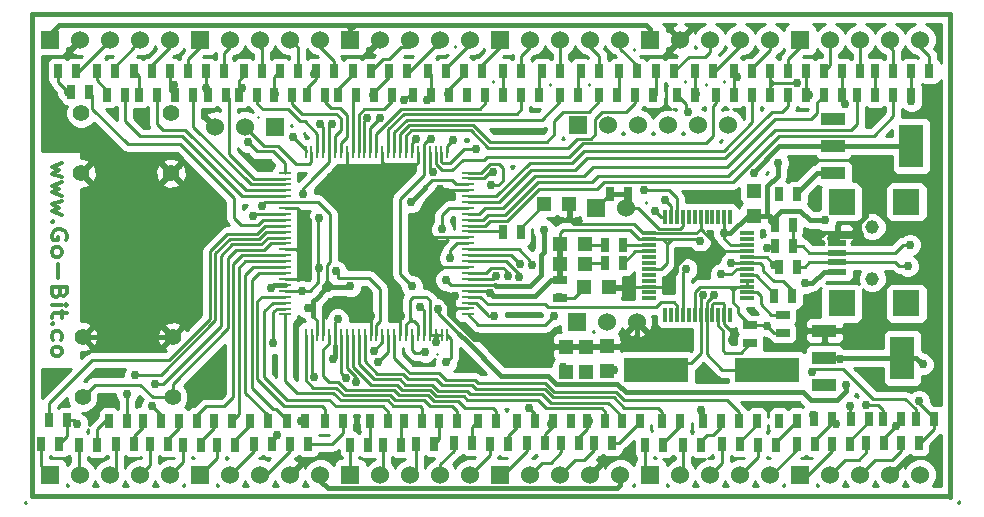
<source format=gtl>
G04 (created by PCBNEW-RS274X (2012-01-19 BZR 3256)-stable) date Tue 07 Aug 2012 08:30:04 PM COT*
G01*
G70*
G90*
%MOIN*%
G04 Gerber Fmt 3.4, Leading zero omitted, Abs format*
%FSLAX34Y34*%
G04 APERTURE LIST*
%ADD10C,0.006000*%
%ADD11C,0.015000*%
%ADD12C,0.012000*%
%ADD13R,0.060000X0.060000*%
%ADD14C,0.060000*%
%ADD15R,0.010000X0.040000*%
%ADD16R,0.040000X0.010000*%
%ADD17C,0.055000*%
%ADD18R,0.080000X0.144000*%
%ADD19R,0.080000X0.040000*%
%ADD20R,0.047200X0.047200*%
%ADD21R,0.025000X0.045000*%
%ADD22R,0.216500X0.078700*%
%ADD23R,0.047200X0.011800*%
%ADD24R,0.011800X0.047200*%
%ADD25R,0.045000X0.025000*%
%ADD26C,0.045400*%
%ADD27R,0.063000X0.021700*%
%ADD28R,0.090600X0.086600*%
%ADD29C,0.030000*%
%ADD30C,0.016000*%
%ADD31C,0.009000*%
%ADD32C,0.020000*%
%ADD33C,0.010000*%
G04 APERTURE END LIST*
G54D10*
G54D11*
X39400Y-34450D02*
X39400Y-18400D01*
X70000Y-34450D02*
X39400Y-34450D01*
X70000Y-34400D02*
X70000Y-34450D01*
X70000Y-34500D02*
X70000Y-34400D01*
X70000Y-34400D02*
X70000Y-34500D01*
X70000Y-18400D02*
X70000Y-34400D01*
X39400Y-18400D02*
X70000Y-18400D01*
G54D12*
X40381Y-23371D02*
X40048Y-23485D01*
X40286Y-23599D01*
X40048Y-23714D01*
X40381Y-23828D01*
X40381Y-24000D02*
X40048Y-24114D01*
X40286Y-24228D01*
X40048Y-24343D01*
X40381Y-24457D01*
X40381Y-24629D02*
X40048Y-24743D01*
X40286Y-24857D01*
X40048Y-24972D01*
X40381Y-25086D01*
X40095Y-25315D02*
X40071Y-25343D01*
X40048Y-25315D01*
X40071Y-25286D01*
X40095Y-25315D01*
X40048Y-25315D01*
X40524Y-25915D02*
X40548Y-25858D01*
X40548Y-25772D01*
X40524Y-25687D01*
X40476Y-25629D01*
X40429Y-25601D01*
X40333Y-25572D01*
X40262Y-25572D01*
X40167Y-25601D01*
X40119Y-25629D01*
X40071Y-25687D01*
X40048Y-25772D01*
X40048Y-25829D01*
X40071Y-25915D01*
X40095Y-25944D01*
X40262Y-25944D01*
X40262Y-25829D01*
X40048Y-26287D02*
X40071Y-26229D01*
X40095Y-26201D01*
X40143Y-26172D01*
X40286Y-26172D01*
X40333Y-26201D01*
X40357Y-26229D01*
X40381Y-26287D01*
X40381Y-26372D01*
X40357Y-26429D01*
X40333Y-26458D01*
X40286Y-26487D01*
X40143Y-26487D01*
X40095Y-26458D01*
X40071Y-26429D01*
X40048Y-26372D01*
X40048Y-26287D01*
X40238Y-26744D02*
X40238Y-27201D01*
X40310Y-27687D02*
X40286Y-27773D01*
X40262Y-27801D01*
X40214Y-27830D01*
X40143Y-27830D01*
X40095Y-27801D01*
X40071Y-27773D01*
X40048Y-27715D01*
X40048Y-27487D01*
X40548Y-27487D01*
X40548Y-27687D01*
X40524Y-27744D01*
X40500Y-27773D01*
X40452Y-27801D01*
X40405Y-27801D01*
X40357Y-27773D01*
X40333Y-27744D01*
X40310Y-27687D01*
X40310Y-27487D01*
X40048Y-28087D02*
X40381Y-28087D01*
X40548Y-28087D02*
X40524Y-28058D01*
X40500Y-28087D01*
X40524Y-28115D01*
X40548Y-28087D01*
X40500Y-28087D01*
X40381Y-28287D02*
X40381Y-28516D01*
X40548Y-28373D02*
X40119Y-28373D01*
X40071Y-28401D01*
X40048Y-28459D01*
X40048Y-28516D01*
X40095Y-28716D02*
X40071Y-28744D01*
X40048Y-28716D01*
X40071Y-28687D01*
X40095Y-28716D01*
X40048Y-28716D01*
X40071Y-29259D02*
X40048Y-29202D01*
X40048Y-29088D01*
X40071Y-29030D01*
X40095Y-29002D01*
X40143Y-28973D01*
X40286Y-28973D01*
X40333Y-29002D01*
X40357Y-29030D01*
X40381Y-29088D01*
X40381Y-29202D01*
X40357Y-29259D01*
X40048Y-29602D02*
X40071Y-29544D01*
X40095Y-29516D01*
X40143Y-29487D01*
X40286Y-29487D01*
X40333Y-29516D01*
X40357Y-29544D01*
X40381Y-29602D01*
X40381Y-29687D01*
X40357Y-29744D01*
X40333Y-29773D01*
X40286Y-29802D01*
X40143Y-29802D01*
X40095Y-29773D01*
X40071Y-29744D01*
X40048Y-29687D01*
X40048Y-29602D01*
G54D11*
X59265Y-24400D02*
X58674Y-24400D01*
G54D13*
X47475Y-22150D03*
G54D14*
X46475Y-22150D03*
X45475Y-22150D03*
G54D15*
X48506Y-22993D03*
X53226Y-22993D03*
X53026Y-22993D03*
X52836Y-22993D03*
X52636Y-22993D03*
X52436Y-22993D03*
X52246Y-22993D03*
X52046Y-22993D03*
X51846Y-22993D03*
X51656Y-22993D03*
X51456Y-22993D03*
X51256Y-22993D03*
X51056Y-22993D03*
X50866Y-22993D03*
X50666Y-22993D03*
X50466Y-22993D03*
X50276Y-22993D03*
X50076Y-22993D03*
X49876Y-22993D03*
X49686Y-22993D03*
X49486Y-22993D03*
X49286Y-22993D03*
X49096Y-22993D03*
X48896Y-22993D03*
X48696Y-22993D03*
G54D16*
X53916Y-23683D03*
X53916Y-28403D03*
X53916Y-28203D03*
X53916Y-28013D03*
X53916Y-27813D03*
X53916Y-27613D03*
X53916Y-27423D03*
X53916Y-27223D03*
X53916Y-27023D03*
X53916Y-26833D03*
X53916Y-26633D03*
X53916Y-26433D03*
X53916Y-26233D03*
X53916Y-26043D03*
X53916Y-25843D03*
X53916Y-25643D03*
X53916Y-25453D03*
X53916Y-25253D03*
X53916Y-25053D03*
X53916Y-24863D03*
X53916Y-24663D03*
X53916Y-24463D03*
X53916Y-24273D03*
X53916Y-24073D03*
X53916Y-23873D03*
X47816Y-23683D03*
X47816Y-23883D03*
X47816Y-24073D03*
X47816Y-24273D03*
X47816Y-24473D03*
X47816Y-24663D03*
X47816Y-24863D03*
X47816Y-25063D03*
X47816Y-25253D03*
X47816Y-25453D03*
X47816Y-25653D03*
X47816Y-25853D03*
X47816Y-26043D03*
X47816Y-26243D03*
X47816Y-26443D03*
X47816Y-26633D03*
X47816Y-26833D03*
X47816Y-27033D03*
X47816Y-27223D03*
X47816Y-27423D03*
X47816Y-27623D03*
X47816Y-27813D03*
X47816Y-28013D03*
X47816Y-28213D03*
X47816Y-28403D03*
G54D15*
X48506Y-29093D03*
X48706Y-29093D03*
X48896Y-29093D03*
X49096Y-29093D03*
X49296Y-29093D03*
X49486Y-29093D03*
X49686Y-29093D03*
X49886Y-29093D03*
X50076Y-29093D03*
X50276Y-29093D03*
X50476Y-29093D03*
X50676Y-29093D03*
X50866Y-29093D03*
X51066Y-29093D03*
X51266Y-29093D03*
X51456Y-29093D03*
X51656Y-29093D03*
X51856Y-29093D03*
X52046Y-29093D03*
X52246Y-29093D03*
X52446Y-29093D03*
X52636Y-29093D03*
X52836Y-29093D03*
X53036Y-29093D03*
X53226Y-29093D03*
G54D17*
X41069Y-31157D03*
X41069Y-29157D03*
X44069Y-31157D03*
X44069Y-29157D03*
X44020Y-21697D03*
X44020Y-23697D03*
X41020Y-21697D03*
X41020Y-23697D03*
G54D18*
X68700Y-22800D03*
G54D19*
X66100Y-22800D03*
X66100Y-23700D03*
X66100Y-21900D03*
G54D18*
X68400Y-29850D03*
G54D19*
X65800Y-29850D03*
X65800Y-30750D03*
X65800Y-28950D03*
G54D20*
X63450Y-25113D03*
X63450Y-24287D03*
X56462Y-24725D03*
X57288Y-24725D03*
X57787Y-27500D03*
X58613Y-27500D03*
G54D21*
X64300Y-24400D03*
X64900Y-24400D03*
G54D20*
X56989Y-26063D03*
X57815Y-26063D03*
X56989Y-26713D03*
X57815Y-26713D03*
G54D22*
X63900Y-30250D03*
X60200Y-30250D03*
G54D23*
X63208Y-27873D03*
X63208Y-27676D03*
X63208Y-27479D03*
X63208Y-27283D03*
X63208Y-27086D03*
X63208Y-26889D03*
X63208Y-26693D03*
X63208Y-26496D03*
X63208Y-26299D03*
X63208Y-26103D03*
X63208Y-25906D03*
X63208Y-25709D03*
G54D24*
X62657Y-25158D03*
X62460Y-25158D03*
X62263Y-25158D03*
X62067Y-25158D03*
X61870Y-25158D03*
X61673Y-25158D03*
X61477Y-25158D03*
X61280Y-25158D03*
X61083Y-25158D03*
X60887Y-25158D03*
X60690Y-25158D03*
X60493Y-25158D03*
G54D23*
X59942Y-25709D03*
X59942Y-25906D03*
X59942Y-26103D03*
X59942Y-26299D03*
X59942Y-26496D03*
X59942Y-26693D03*
X59942Y-26889D03*
X59942Y-27086D03*
X59942Y-27283D03*
X59942Y-27479D03*
X59942Y-27676D03*
X59942Y-27873D03*
G54D24*
X60493Y-28424D03*
X60690Y-28424D03*
X60887Y-28424D03*
X61083Y-28424D03*
X61280Y-28424D03*
X61477Y-28424D03*
X61673Y-28424D03*
X61870Y-28424D03*
X62067Y-28424D03*
X62263Y-28424D03*
X62460Y-28424D03*
X62657Y-28424D03*
G54D13*
X60000Y-33750D03*
G54D14*
X61000Y-33750D03*
X62000Y-33750D03*
X63000Y-33750D03*
X64000Y-33750D03*
G54D13*
X55000Y-33750D03*
G54D14*
X56000Y-33750D03*
X57000Y-33750D03*
X58000Y-33750D03*
X59000Y-33750D03*
G54D13*
X50000Y-33750D03*
G54D14*
X51000Y-33750D03*
X52000Y-33750D03*
X53000Y-33750D03*
X54000Y-33750D03*
G54D13*
X45000Y-33750D03*
G54D14*
X46000Y-33750D03*
X47000Y-33750D03*
X48000Y-33750D03*
X49000Y-33750D03*
G54D13*
X40000Y-33750D03*
G54D14*
X41000Y-33750D03*
X42000Y-33750D03*
X43000Y-33750D03*
X44000Y-33750D03*
G54D13*
X45000Y-19250D03*
G54D14*
X46000Y-19250D03*
X47000Y-19250D03*
X48000Y-19250D03*
X49000Y-19250D03*
G54D13*
X40000Y-19250D03*
G54D14*
X41000Y-19250D03*
X42000Y-19250D03*
X43000Y-19250D03*
X44000Y-19250D03*
G54D13*
X65000Y-19250D03*
G54D14*
X66000Y-19250D03*
X67000Y-19250D03*
X68000Y-19250D03*
X69000Y-19250D03*
G54D13*
X60000Y-19250D03*
G54D14*
X61000Y-19250D03*
X62000Y-19250D03*
X63000Y-19250D03*
X64000Y-19250D03*
G54D13*
X55000Y-19250D03*
G54D14*
X56000Y-19250D03*
X57000Y-19250D03*
X58000Y-19250D03*
X59000Y-19250D03*
G54D13*
X65000Y-33750D03*
G54D14*
X66000Y-33750D03*
X67000Y-33750D03*
X68000Y-33750D03*
X69000Y-33750D03*
G54D13*
X50000Y-19250D03*
G54D14*
X51000Y-19250D03*
X52000Y-19250D03*
X53000Y-19250D03*
X54000Y-19250D03*
G54D13*
X57550Y-28650D03*
G54D14*
X58550Y-28650D03*
X59550Y-28650D03*
G54D21*
X43325Y-32725D03*
X43925Y-32725D03*
X42200Y-32725D03*
X42800Y-32725D03*
X40950Y-32750D03*
X41550Y-32750D03*
X39700Y-32725D03*
X40300Y-32725D03*
X69450Y-31900D03*
X68850Y-31900D03*
X68350Y-31900D03*
X67750Y-31900D03*
X67300Y-31900D03*
X66700Y-31900D03*
X66050Y-31900D03*
X65450Y-31900D03*
X64900Y-31950D03*
X64300Y-31950D03*
X63550Y-31950D03*
X62950Y-31950D03*
X62350Y-31950D03*
X61750Y-31950D03*
X61000Y-31950D03*
X60400Y-31950D03*
X59650Y-31950D03*
X59050Y-31950D03*
X57900Y-31950D03*
X58500Y-31950D03*
X56750Y-31950D03*
X57350Y-31950D03*
X55550Y-31950D03*
X56150Y-31950D03*
X54250Y-31950D03*
X54850Y-31950D03*
X52950Y-31950D03*
X53550Y-31950D03*
X51800Y-31950D03*
X52400Y-31950D03*
X50650Y-31950D03*
X51250Y-31950D03*
X68350Y-32700D03*
X68950Y-32700D03*
X67200Y-32700D03*
X67800Y-32700D03*
X66050Y-32725D03*
X66650Y-32725D03*
X64900Y-32725D03*
X65500Y-32725D03*
X63600Y-32750D03*
X64200Y-32750D03*
X62375Y-32725D03*
X62975Y-32725D03*
X61100Y-32750D03*
X61700Y-32750D03*
X59825Y-32750D03*
X60425Y-32750D03*
X58125Y-32700D03*
X58725Y-32700D03*
X57025Y-32700D03*
X57625Y-32700D03*
X55875Y-32700D03*
X56475Y-32700D03*
X54650Y-32725D03*
X55250Y-32725D03*
X53450Y-32700D03*
X54050Y-32700D03*
X52200Y-32725D03*
X52800Y-32725D03*
X51100Y-32750D03*
X51700Y-32750D03*
X50000Y-32750D03*
X50600Y-32750D03*
X48000Y-32725D03*
X48600Y-32725D03*
X46800Y-32725D03*
X47400Y-32725D03*
X45550Y-32750D03*
X46150Y-32750D03*
X44425Y-32750D03*
X45025Y-32750D03*
X40700Y-21000D03*
X41300Y-21000D03*
X41900Y-21100D03*
X42500Y-21100D03*
X42950Y-21100D03*
X43550Y-21100D03*
X44150Y-21100D03*
X44750Y-21100D03*
X45250Y-21100D03*
X45850Y-21100D03*
X46300Y-21100D03*
X46900Y-21100D03*
X47450Y-21100D03*
X48050Y-21100D03*
X48550Y-21100D03*
X49150Y-21100D03*
X40850Y-20300D03*
X40250Y-20300D03*
X42150Y-20300D03*
X41550Y-20300D03*
X43400Y-20300D03*
X42800Y-20300D03*
X44600Y-20300D03*
X44000Y-20300D03*
X49750Y-31950D03*
X49150Y-31950D03*
X48500Y-31950D03*
X47900Y-31950D03*
X46650Y-31950D03*
X47250Y-31950D03*
X45450Y-31950D03*
X46050Y-31950D03*
X44300Y-31950D03*
X44900Y-31950D03*
X43100Y-31950D03*
X43700Y-31950D03*
X41950Y-31950D03*
X42550Y-31950D03*
X40550Y-31925D03*
X39950Y-31925D03*
X49450Y-20300D03*
X48850Y-20300D03*
X48250Y-20300D03*
X47650Y-20300D03*
X47050Y-20300D03*
X46450Y-20300D03*
X45800Y-20300D03*
X45200Y-20300D03*
X49600Y-21100D03*
X50200Y-21100D03*
X50800Y-21100D03*
X51400Y-21100D03*
X52700Y-21100D03*
X52100Y-21100D03*
X53300Y-21100D03*
X53900Y-21100D03*
X55100Y-21100D03*
X54500Y-21100D03*
X56300Y-21100D03*
X55700Y-21100D03*
X57600Y-21100D03*
X57000Y-21100D03*
X58900Y-21100D03*
X58300Y-21100D03*
X50700Y-20300D03*
X50100Y-20300D03*
X51900Y-20300D03*
X51300Y-20300D03*
X53200Y-20300D03*
X52600Y-20300D03*
X54400Y-20300D03*
X53800Y-20300D03*
X55700Y-20300D03*
X55100Y-20300D03*
X57000Y-20300D03*
X56400Y-20300D03*
X58300Y-20300D03*
X57700Y-20300D03*
X59550Y-20300D03*
X58950Y-20300D03*
G54D25*
X64409Y-29020D03*
X64409Y-28420D03*
X63327Y-28775D03*
X63327Y-29375D03*
G54D21*
X64729Y-27795D03*
X64129Y-27795D03*
X59099Y-26693D03*
X58499Y-26693D03*
X59099Y-26083D03*
X58499Y-26083D03*
G54D25*
X56969Y-27249D03*
X56969Y-27849D03*
G54D21*
X60100Y-21100D03*
X59500Y-21100D03*
X61500Y-21100D03*
X60900Y-21100D03*
X62800Y-21100D03*
X62200Y-21100D03*
X64000Y-21100D03*
X63400Y-21100D03*
X65200Y-21100D03*
X64600Y-21100D03*
X66400Y-21100D03*
X65800Y-21100D03*
X67500Y-21100D03*
X66900Y-21100D03*
X68700Y-21100D03*
X68100Y-21100D03*
X60800Y-20300D03*
X60200Y-20300D03*
X62100Y-20300D03*
X61500Y-20300D03*
X63400Y-20300D03*
X62800Y-20300D03*
X64600Y-20300D03*
X64000Y-20300D03*
X65800Y-20300D03*
X65200Y-20300D03*
X67000Y-20300D03*
X66400Y-20300D03*
X68100Y-20300D03*
X67500Y-20300D03*
X69300Y-20300D03*
X68700Y-20300D03*
X64749Y-25433D03*
X64149Y-25433D03*
X64149Y-26122D03*
X64749Y-26122D03*
X64287Y-26811D03*
X64887Y-26811D03*
X55675Y-25675D03*
X55075Y-25675D03*
G54D13*
X58200Y-24850D03*
G54D14*
X59200Y-24850D03*
G54D13*
X57600Y-22100D03*
G54D14*
X58600Y-22100D03*
X59600Y-22100D03*
X60600Y-22100D03*
X61600Y-22100D03*
X62600Y-22100D03*
G54D20*
X58550Y-30288D03*
X58550Y-29462D03*
X57850Y-30313D03*
X57850Y-29487D03*
X57200Y-30313D03*
X57200Y-29487D03*
G54D26*
X67394Y-25484D03*
X67394Y-27216D03*
G54D27*
X66232Y-26350D03*
X66232Y-26035D03*
X66232Y-25718D03*
X66232Y-26665D03*
X66234Y-26980D03*
G54D28*
X66370Y-24658D03*
X66370Y-28042D03*
X68535Y-28042D03*
X68535Y-24658D03*
G54D21*
X59250Y-24400D03*
X58650Y-24400D03*
G54D29*
X52675Y-22550D03*
X53175Y-27250D03*
X48575Y-28200D03*
X47040Y-24790D03*
X63450Y-23700D03*
X56450Y-25600D03*
X52050Y-27475D03*
X50000Y-27475D03*
X68575Y-22450D03*
X66325Y-29900D03*
X66525Y-30775D03*
X49370Y-22047D03*
X52325Y-28150D03*
X48950Y-26875D03*
X54764Y-23671D03*
X48400Y-27630D03*
X69075Y-30075D03*
X52925Y-28225D03*
X48967Y-25207D03*
X48430Y-24380D03*
X52025Y-24675D03*
X49575Y-28575D03*
X61654Y-25965D03*
X62461Y-25709D03*
X48996Y-22047D03*
X64240Y-23360D03*
X52175Y-22550D03*
X65827Y-25266D03*
X54650Y-27700D03*
X46752Y-25118D03*
X56975Y-27250D03*
X47350Y-27540D03*
X52836Y-29336D03*
X49420Y-29900D03*
X63878Y-28780D03*
X66100Y-23700D03*
X65900Y-30800D03*
X60150Y-24950D03*
X60500Y-24600D03*
X59775Y-24275D03*
X53050Y-25575D03*
X61200Y-26900D03*
X53200Y-30000D03*
X47425Y-29375D03*
X48800Y-30500D03*
X52500Y-29650D03*
X56775Y-28450D03*
X56950Y-27830D03*
X54200Y-22900D03*
X48080Y-22510D03*
X53425Y-22600D03*
X54675Y-24100D03*
X53325Y-26525D03*
X56050Y-26750D03*
X55650Y-26725D03*
X50775Y-29625D03*
X49525Y-26975D03*
X42550Y-31050D03*
X42825Y-30425D03*
X43400Y-31475D03*
X43500Y-30725D03*
X55950Y-31525D03*
X49850Y-30525D03*
X57350Y-31925D03*
X50200Y-30650D03*
X50925Y-30000D03*
X61675Y-31600D03*
X54800Y-28475D03*
X65425Y-31750D03*
X54850Y-27125D03*
X66650Y-31475D03*
X67175Y-31425D03*
X55250Y-27125D03*
X55625Y-27150D03*
X65375Y-30325D03*
X52740Y-23670D03*
X61250Y-21650D03*
X53900Y-21125D03*
X50975Y-21875D03*
X51800Y-21275D03*
X50550Y-21875D03*
X46600Y-22675D03*
X68652Y-26083D03*
X68573Y-26801D03*
X64129Y-26747D03*
X63898Y-26181D03*
X62677Y-26693D03*
X65157Y-27362D03*
X49200Y-28200D03*
X51700Y-28450D03*
X52550Y-26800D03*
X59400Y-27500D03*
X48560Y-25270D03*
X66969Y-25748D03*
X66100Y-21900D03*
X48600Y-27200D03*
X53480Y-27800D03*
X50679Y-28455D03*
X49695Y-23652D03*
X67400Y-29100D03*
X67750Y-23850D03*
X51043Y-23730D03*
X62313Y-26319D03*
X62721Y-29252D03*
X64300Y-24400D03*
X52992Y-24213D03*
X57075Y-30150D03*
X57850Y-30313D03*
X58800Y-30250D03*
X40900Y-32050D03*
X43100Y-31950D03*
X44300Y-31950D03*
X50650Y-31950D03*
X56700Y-32050D03*
X54250Y-31950D03*
X49750Y-31950D03*
X45450Y-31950D03*
X49600Y-21050D03*
X52550Y-21250D03*
X44125Y-20775D03*
X42950Y-21100D03*
X41900Y-21100D03*
X40600Y-21000D03*
X55100Y-21100D03*
X58900Y-21100D03*
X57600Y-21100D03*
X46375Y-20850D03*
X45200Y-20875D03*
X48800Y-20400D03*
X67500Y-21100D03*
X60110Y-21060D03*
X62900Y-20500D03*
X65300Y-21100D03*
X61000Y-31900D03*
X59650Y-31950D03*
X66200Y-32075D03*
X51800Y-31950D03*
X68200Y-32125D03*
X68950Y-31300D03*
X64900Y-20700D03*
X66500Y-21400D03*
X68700Y-21300D03*
X52950Y-31950D03*
X55550Y-31950D03*
X57950Y-31950D03*
X47550Y-32425D03*
X48350Y-31950D03*
X41950Y-31950D03*
X46650Y-31950D03*
X63550Y-31950D03*
X62350Y-31950D03*
X64900Y-31950D03*
X67300Y-31900D03*
X50750Y-21100D03*
X53250Y-21050D03*
X56300Y-21050D03*
X61530Y-21050D03*
X47500Y-21075D03*
X62125Y-27750D03*
X61750Y-27750D03*
X62352Y-27067D03*
X63450Y-24300D03*
G54D30*
X48700Y-34450D02*
X70000Y-34450D01*
X70000Y-34450D02*
X70000Y-18400D01*
X70000Y-18400D02*
X39400Y-18400D01*
X39400Y-18400D02*
X39400Y-34400D01*
X39450Y-34450D02*
X48700Y-34450D01*
X39400Y-34400D02*
X39450Y-34450D01*
X56000Y-27450D02*
X54862Y-27450D01*
X56350Y-27100D02*
X56000Y-27450D01*
X66100Y-22800D02*
X68700Y-22800D01*
G54D31*
X68700Y-22575D02*
X68700Y-22800D01*
X68575Y-22450D02*
X68700Y-22575D01*
X53175Y-27250D02*
X53348Y-27423D01*
X48896Y-29093D02*
X48896Y-28621D01*
X48896Y-28621D02*
X48750Y-28475D01*
X48750Y-28000D02*
X48750Y-28025D01*
X52436Y-22725D02*
X52611Y-22550D01*
X52050Y-27475D02*
X51650Y-27075D01*
G54D30*
X49250Y-27575D02*
X49350Y-27475D01*
G54D31*
X49225Y-27425D02*
X49225Y-27500D01*
X49225Y-27500D02*
X49125Y-27600D01*
X48850Y-24663D02*
X48913Y-24663D01*
G54D30*
X48750Y-28475D02*
X48750Y-28175D01*
X48750Y-28175D02*
X48750Y-28000D01*
G54D31*
X47816Y-24663D02*
X48850Y-24663D01*
X47816Y-24663D02*
X47167Y-24663D01*
G54D30*
X63450Y-23650D02*
X63450Y-23700D01*
X64300Y-22800D02*
X63450Y-23650D01*
X66100Y-22800D02*
X64300Y-22800D01*
X56350Y-26425D02*
X56350Y-26850D01*
X56350Y-26850D02*
X56350Y-27100D01*
X49125Y-27575D02*
X49250Y-27575D01*
X48750Y-28000D02*
X48750Y-27975D01*
X49125Y-27600D02*
X48875Y-27850D01*
G54D31*
X48750Y-28025D02*
X48575Y-28200D01*
X49225Y-26750D02*
X49225Y-27325D01*
X52611Y-22550D02*
X52675Y-22550D01*
X52436Y-22993D02*
X52436Y-22725D01*
X51650Y-27075D02*
X51650Y-24550D01*
X51650Y-24550D02*
X52436Y-23764D01*
X52436Y-23764D02*
X52436Y-22993D01*
G54D30*
X49350Y-27500D02*
X49225Y-27500D01*
X49975Y-27500D02*
X49350Y-27500D01*
X50000Y-27475D02*
X49975Y-27500D01*
X49125Y-27475D02*
X49125Y-27575D01*
X49125Y-27575D02*
X49125Y-27600D01*
X49225Y-27375D02*
X49125Y-27475D01*
X49225Y-27325D02*
X49400Y-27500D01*
X49400Y-27500D02*
X49375Y-27500D01*
X49375Y-27500D02*
X49350Y-27475D01*
X49350Y-27475D02*
X49350Y-27500D01*
X49225Y-27325D02*
X49225Y-27375D01*
G54D31*
X49225Y-27325D02*
X49225Y-27425D01*
X49325Y-26650D02*
X49225Y-26750D01*
X49325Y-25075D02*
X49325Y-26650D01*
X48913Y-24663D02*
X49325Y-25075D01*
G54D30*
X48750Y-27975D02*
X48875Y-27850D01*
X54862Y-27450D02*
X54833Y-27421D01*
G54D31*
X47167Y-24663D02*
X47040Y-24790D01*
X53916Y-27423D02*
X54831Y-27423D01*
X54831Y-27423D02*
X54833Y-27421D01*
X53348Y-27423D02*
X53916Y-27423D01*
G54D30*
X56450Y-26325D02*
X56350Y-26425D01*
X56450Y-25600D02*
X56450Y-26325D01*
X65075Y-31000D02*
X65350Y-31275D01*
X59175Y-31000D02*
X65075Y-31000D01*
X58900Y-30725D02*
X59175Y-31000D01*
X56850Y-30725D02*
X58900Y-30725D01*
X56575Y-30450D02*
X56850Y-30725D01*
X55025Y-30450D02*
X56575Y-30450D01*
X66275Y-29850D02*
X65800Y-29850D01*
X66325Y-29900D02*
X66275Y-29850D01*
G54D31*
X49286Y-22993D02*
X49286Y-22131D01*
X53625Y-29050D02*
X52925Y-28350D01*
X53916Y-23873D02*
X54464Y-23873D01*
X54666Y-23671D02*
X54764Y-23671D01*
G54D30*
X53875Y-29300D02*
X53625Y-29050D01*
G54D31*
X52446Y-28271D02*
X52446Y-29093D01*
X52325Y-28150D02*
X52446Y-28271D01*
X52925Y-28350D02*
X52925Y-28225D01*
G54D30*
X48950Y-26875D02*
X48927Y-26875D01*
G54D31*
X47816Y-27623D02*
X48400Y-27623D01*
X54464Y-23873D02*
X54666Y-23671D01*
G54D30*
X53875Y-29300D02*
X55025Y-30450D01*
X66525Y-30975D02*
X66525Y-30775D01*
X66225Y-31275D02*
X66525Y-30975D01*
X65350Y-31275D02*
X66225Y-31275D01*
G54D31*
X48400Y-27623D02*
X48647Y-27623D01*
X48400Y-27630D02*
X48400Y-27623D01*
X48430Y-24200D02*
X48430Y-24380D01*
X48680Y-23950D02*
X48430Y-24200D01*
G54D30*
X68400Y-29850D02*
X68850Y-29850D01*
X68850Y-29850D02*
X69075Y-30075D01*
G54D31*
X48927Y-26875D02*
X48927Y-25247D01*
X48927Y-25247D02*
X48967Y-25207D01*
X49286Y-22993D02*
X49286Y-23334D01*
X49286Y-23334D02*
X48680Y-23940D01*
X49286Y-22131D02*
X49370Y-22047D01*
X48680Y-23940D02*
X48680Y-23950D01*
X48647Y-27623D02*
X48927Y-27343D01*
X48927Y-27343D02*
X48927Y-26875D01*
G54D30*
X68400Y-29850D02*
X65800Y-29850D01*
X59850Y-18750D02*
X60000Y-18900D01*
G54D31*
X52050Y-28625D02*
X52050Y-28600D01*
G54D30*
X50150Y-18750D02*
X59850Y-18750D01*
X50000Y-18900D02*
X50000Y-18850D01*
X64149Y-25433D02*
X64149Y-25151D01*
X56975Y-27250D02*
X56974Y-27249D01*
G54D31*
X63208Y-26103D02*
X62678Y-26103D01*
X52246Y-28746D02*
X52125Y-28625D01*
G54D30*
X64240Y-23800D02*
X64240Y-23360D01*
X56155Y-27795D02*
X56701Y-27249D01*
X54941Y-27795D02*
X56155Y-27795D01*
X63900Y-24360D02*
X63900Y-24140D01*
G54D31*
X54823Y-27795D02*
X54941Y-27795D01*
X60361Y-26889D02*
X60540Y-26710D01*
X62460Y-25709D02*
X62461Y-25709D01*
G54D30*
X47816Y-27423D02*
X47467Y-27423D01*
G54D31*
X57025Y-25672D02*
X56989Y-25708D01*
X62460Y-25709D02*
X62460Y-25158D01*
G54D30*
X50000Y-19250D02*
X50000Y-18900D01*
G54D31*
X57080Y-25595D02*
X57025Y-25650D01*
X52050Y-28625D02*
X51975Y-28625D01*
G54D32*
X56989Y-26063D02*
X56989Y-26713D01*
G54D31*
X53916Y-24073D02*
X53512Y-24073D01*
X51975Y-28525D02*
X51975Y-28625D01*
G54D30*
X62641Y-25709D02*
X62461Y-25709D01*
G54D31*
X52636Y-29093D02*
X52636Y-27936D01*
X53381Y-23942D02*
X53512Y-24073D01*
X52636Y-27936D02*
X52525Y-27825D01*
G54D30*
X64000Y-25113D02*
X64000Y-25284D01*
X50000Y-18850D02*
X49900Y-18750D01*
G54D31*
X52075Y-27825D02*
X52525Y-27825D01*
G54D32*
X56989Y-27229D02*
X56969Y-27249D01*
G54D30*
X54745Y-27795D02*
X54941Y-27795D01*
X65827Y-25266D02*
X65316Y-25266D01*
X64149Y-25151D02*
X64350Y-24950D01*
X49000Y-33950D02*
X49000Y-33750D01*
G54D31*
X60540Y-26710D02*
X60540Y-26070D01*
X53916Y-27613D02*
X54641Y-27613D01*
G54D30*
X65316Y-25266D02*
X65000Y-24950D01*
G54D31*
X51856Y-28744D02*
X51856Y-29093D01*
G54D30*
X65000Y-24950D02*
X64350Y-24950D01*
X50000Y-18900D02*
X50150Y-18750D01*
G54D31*
X52494Y-24169D02*
X52721Y-23942D01*
G54D30*
X63450Y-25113D02*
X63237Y-25113D01*
G54D31*
X47816Y-25063D02*
X46807Y-25063D01*
X54641Y-27613D02*
X54823Y-27795D01*
X59942Y-25906D02*
X59617Y-25906D01*
G54D30*
X54650Y-27700D02*
X54745Y-27795D01*
G54D31*
X51975Y-27925D02*
X52075Y-27825D01*
G54D30*
X59000Y-33750D02*
X59000Y-34100D01*
G54D31*
X59942Y-25906D02*
X60416Y-25906D01*
X52046Y-22679D02*
X52175Y-22550D01*
X52050Y-28600D02*
X51975Y-28525D01*
X52836Y-29093D02*
X52636Y-29093D01*
X49096Y-22147D02*
X48996Y-22047D01*
G54D30*
X47467Y-27423D02*
X47350Y-27540D01*
X49250Y-34200D02*
X49000Y-33950D01*
G54D31*
X52721Y-23942D02*
X53381Y-23942D01*
X49486Y-28664D02*
X49575Y-28575D01*
G54D30*
X63900Y-24140D02*
X64240Y-23800D01*
X63900Y-25113D02*
X64000Y-25113D01*
G54D31*
X52046Y-22993D02*
X52046Y-22679D01*
X62678Y-26103D02*
X62460Y-25885D01*
G54D30*
X58900Y-34200D02*
X59000Y-34100D01*
G54D31*
X59617Y-25906D02*
X59306Y-25595D01*
G54D30*
X52494Y-24206D02*
X52025Y-24675D01*
X52494Y-24169D02*
X52494Y-24206D01*
G54D31*
X59942Y-26889D02*
X60361Y-26889D01*
X60704Y-25906D02*
X61595Y-25906D01*
X60560Y-26050D02*
X60704Y-25906D01*
X51975Y-28625D02*
X51856Y-28744D01*
X53036Y-29093D02*
X52836Y-29093D01*
X59306Y-25595D02*
X57080Y-25595D01*
X57025Y-25650D02*
X57025Y-25672D01*
G54D30*
X49250Y-34200D02*
X58900Y-34200D01*
X52836Y-29093D02*
X52836Y-29336D01*
G54D31*
X52246Y-29093D02*
X52246Y-28746D01*
G54D30*
X60000Y-18900D02*
X60000Y-19250D01*
G54D32*
X56989Y-26713D02*
X56989Y-27229D01*
G54D31*
X46807Y-25063D02*
X46752Y-25118D01*
G54D30*
X40000Y-19050D02*
X40300Y-18750D01*
X40300Y-18750D02*
X49900Y-18750D01*
X40000Y-19250D02*
X40000Y-19050D01*
G54D31*
X56989Y-25708D02*
X56989Y-26063D01*
G54D30*
X56701Y-27249D02*
X56969Y-27249D01*
X63237Y-25113D02*
X62641Y-25709D01*
X63900Y-24360D02*
X63900Y-25113D01*
G54D31*
X62460Y-25885D02*
X62460Y-25709D01*
X61595Y-25906D02*
X61654Y-25965D01*
G54D30*
X63450Y-25113D02*
X63900Y-25113D01*
X49900Y-18750D02*
X50150Y-18750D01*
G54D31*
X60540Y-26070D02*
X60560Y-26050D01*
X60416Y-25906D02*
X60704Y-25906D01*
X60560Y-26050D02*
X60416Y-25906D01*
X52125Y-28625D02*
X52050Y-28625D01*
G54D30*
X64000Y-25284D02*
X64149Y-25433D01*
G54D31*
X49486Y-29093D02*
X49486Y-28664D01*
G54D30*
X56974Y-27249D02*
X56969Y-27249D01*
X49486Y-29834D02*
X49420Y-29900D01*
G54D31*
X51975Y-27925D02*
X51975Y-28525D01*
G54D30*
X49486Y-29470D02*
X49486Y-29834D01*
G54D31*
X49096Y-22993D02*
X49096Y-22147D01*
X49486Y-29093D02*
X49486Y-29470D01*
X63327Y-28775D02*
X63327Y-28761D01*
X63873Y-28775D02*
X63327Y-28775D01*
X63208Y-27479D02*
X62855Y-27479D01*
X63327Y-28761D02*
X62913Y-28347D01*
X64409Y-29020D02*
X64118Y-29020D01*
G54D30*
X65900Y-30800D02*
X65850Y-30750D01*
G54D31*
X61477Y-27657D02*
X61477Y-28424D01*
X62756Y-28012D02*
X62756Y-27578D01*
G54D30*
X64900Y-24350D02*
X65550Y-23700D01*
G54D31*
X61655Y-27479D02*
X61477Y-27657D01*
G54D30*
X64900Y-24400D02*
X64900Y-24350D01*
G54D31*
X62855Y-27479D02*
X62637Y-27479D01*
X63208Y-27283D02*
X63208Y-27479D01*
X64118Y-29020D02*
X63878Y-28780D01*
G54D30*
X65850Y-30750D02*
X65800Y-30750D01*
G54D31*
X62913Y-28347D02*
X62913Y-28169D01*
X62756Y-27578D02*
X62736Y-27578D01*
X62637Y-27479D02*
X61655Y-27479D01*
X63878Y-28780D02*
X63873Y-28775D01*
X62756Y-27578D02*
X62855Y-27479D01*
X62736Y-27578D02*
X62637Y-27479D01*
X62913Y-28169D02*
X62756Y-28012D01*
G54D30*
X65550Y-23700D02*
X66100Y-23700D01*
G54D31*
X60358Y-25158D02*
X60150Y-24950D01*
X60493Y-25158D02*
X60358Y-25158D01*
X60690Y-25158D02*
X60690Y-24790D01*
X60690Y-24790D02*
X60500Y-24600D01*
X59875Y-24275D02*
X59775Y-24275D01*
X60887Y-24537D02*
X60625Y-24275D01*
X60887Y-25158D02*
X60887Y-24537D01*
X60625Y-24275D02*
X59875Y-24275D01*
X59200Y-24850D02*
X59200Y-24450D01*
X59200Y-24450D02*
X59250Y-24400D01*
X61000Y-25550D02*
X60300Y-25550D01*
X60300Y-25550D02*
X59600Y-24850D01*
X59600Y-24850D02*
X59200Y-24850D01*
X61083Y-25158D02*
X61083Y-25467D01*
X61083Y-25467D02*
X61000Y-25550D01*
X59200Y-24850D02*
X59000Y-24850D01*
X61083Y-27017D02*
X61200Y-26900D01*
X61083Y-28424D02*
X61083Y-27017D01*
X53050Y-25100D02*
X53287Y-24863D01*
X53287Y-24863D02*
X53916Y-24863D01*
X53050Y-25575D02*
X53050Y-25100D01*
X60350Y-28000D02*
X60775Y-28000D01*
X56575Y-28175D02*
X56475Y-28075D01*
X54313Y-27813D02*
X54575Y-28075D01*
X54925Y-28075D02*
X56475Y-28075D01*
X56575Y-28175D02*
X60175Y-28175D01*
X60175Y-28175D02*
X60350Y-28000D01*
X53916Y-27813D02*
X54125Y-27813D01*
X54575Y-28075D02*
X54925Y-28075D01*
X60887Y-28112D02*
X60887Y-28424D01*
X54125Y-27813D02*
X54313Y-27813D01*
X60775Y-28000D02*
X60887Y-28112D01*
X53200Y-30000D02*
X53350Y-29850D01*
X53350Y-29850D02*
X53350Y-29217D01*
X53350Y-29217D02*
X53226Y-29093D01*
X47425Y-28325D02*
X47450Y-28300D01*
X47816Y-28213D02*
X47537Y-28213D01*
X47537Y-28213D02*
X47425Y-28325D01*
X47425Y-29375D02*
X47425Y-28675D01*
X47425Y-28325D02*
X47425Y-28450D01*
X47425Y-28675D02*
X47425Y-28450D01*
X48800Y-30500D02*
X48706Y-30406D01*
X48706Y-30406D02*
X48706Y-29093D01*
X52050Y-29400D02*
X52046Y-29400D01*
X52050Y-29600D02*
X52050Y-29400D01*
X52150Y-29700D02*
X52050Y-29600D01*
X52300Y-29700D02*
X52150Y-29700D01*
X52350Y-29650D02*
X52300Y-29700D01*
X52046Y-29400D02*
X52046Y-29093D01*
X52500Y-29650D02*
X52350Y-29650D01*
X57451Y-27849D02*
X56969Y-27849D01*
X56500Y-28750D02*
X54263Y-28750D01*
X56775Y-28475D02*
X56500Y-28750D01*
X54263Y-28750D02*
X53916Y-28403D01*
X56950Y-27830D02*
X56969Y-27849D01*
X56775Y-28450D02*
X56775Y-28475D01*
X57787Y-27513D02*
X57451Y-27849D01*
X57787Y-27513D02*
X57787Y-27500D01*
X54190Y-22910D02*
X54200Y-22900D01*
X53332Y-23368D02*
X53790Y-22910D01*
X53790Y-22910D02*
X54190Y-22910D01*
X53083Y-23368D02*
X53332Y-23368D01*
X53026Y-23311D02*
X53026Y-22993D01*
X53083Y-23368D02*
X53026Y-23311D01*
X48506Y-22936D02*
X48506Y-22993D01*
X48080Y-22510D02*
X48506Y-22936D01*
X53226Y-22799D02*
X53226Y-22993D01*
X53425Y-22600D02*
X53226Y-22799D01*
X54925Y-24100D02*
X55075Y-23950D01*
X54367Y-23683D02*
X54650Y-23400D01*
X54675Y-24100D02*
X54925Y-24100D01*
X55075Y-23950D02*
X55075Y-23525D01*
X54950Y-23400D02*
X55075Y-23525D01*
X54650Y-23400D02*
X54950Y-23400D01*
X53916Y-23683D02*
X54367Y-23683D01*
X48696Y-22993D02*
X48696Y-23334D01*
X47125Y-22800D02*
X46475Y-22150D01*
X48630Y-23400D02*
X48175Y-23400D01*
X48696Y-23334D02*
X48630Y-23400D01*
X47575Y-22800D02*
X47125Y-22800D01*
X48175Y-23400D02*
X47575Y-22800D01*
X52325Y-31450D02*
X52400Y-31525D01*
X48225Y-31025D02*
X49425Y-31025D01*
X51150Y-31275D02*
X51225Y-31275D01*
X49425Y-31025D02*
X49675Y-31275D01*
X51025Y-31275D02*
X51150Y-31275D01*
X49675Y-31275D02*
X51025Y-31275D01*
X47816Y-28403D02*
X47816Y-30616D01*
X51250Y-31275D02*
X51425Y-31450D01*
X51425Y-31450D02*
X52325Y-31450D01*
X47816Y-30616D02*
X48225Y-31025D01*
X51025Y-31275D02*
X51250Y-31275D01*
X52400Y-31525D02*
X52400Y-31950D01*
X55043Y-25643D02*
X55075Y-25675D01*
X53916Y-25643D02*
X55043Y-25643D01*
X53916Y-26043D02*
X53557Y-26043D01*
X53325Y-26275D02*
X53325Y-26525D01*
X53557Y-26043D02*
X53325Y-26275D01*
X56050Y-26750D02*
X56000Y-26700D01*
X56000Y-26700D02*
X56000Y-26625D01*
X56000Y-26625D02*
X55608Y-26233D01*
X55608Y-26233D02*
X53916Y-26233D01*
X55358Y-26433D02*
X53916Y-26433D01*
X55650Y-26725D02*
X55358Y-26433D01*
X51066Y-29334D02*
X50775Y-29625D01*
X51066Y-29093D02*
X51066Y-29334D01*
X50990Y-27550D02*
X50990Y-28630D01*
X50630Y-27190D02*
X50990Y-27550D01*
X50990Y-28630D02*
X50866Y-28754D01*
X50866Y-28754D02*
X50866Y-29093D01*
X49600Y-27190D02*
X49600Y-27050D01*
X49600Y-27190D02*
X50630Y-27190D01*
X49600Y-27050D02*
X49525Y-26975D01*
X47147Y-25453D02*
X46875Y-25725D01*
X39950Y-31375D02*
X41400Y-29925D01*
X45325Y-28550D02*
X43950Y-29925D01*
X39950Y-31925D02*
X39950Y-31375D01*
X47816Y-25453D02*
X47147Y-25453D01*
X45325Y-26300D02*
X45325Y-28550D01*
X43950Y-29925D02*
X41400Y-29925D01*
X45900Y-25725D02*
X45325Y-26300D01*
X46875Y-25725D02*
X45900Y-25725D01*
X42550Y-31950D02*
X42550Y-31050D01*
X47816Y-25653D02*
X47197Y-25653D01*
X43675Y-30425D02*
X42825Y-30425D01*
X45500Y-28600D02*
X43675Y-30425D01*
X47197Y-25653D02*
X46950Y-25900D01*
X45500Y-26375D02*
X45500Y-28600D01*
X45975Y-25900D02*
X45500Y-26375D01*
X46950Y-25900D02*
X45975Y-25900D01*
X43400Y-31475D02*
X43700Y-31775D01*
X45675Y-28800D02*
X43750Y-30725D01*
X46050Y-26075D02*
X45675Y-26450D01*
X47025Y-26075D02*
X46050Y-26075D01*
X43750Y-30725D02*
X43500Y-30725D01*
X45675Y-26450D02*
X45675Y-28800D01*
X47816Y-25853D02*
X47247Y-25853D01*
X43700Y-31775D02*
X43700Y-31950D01*
X47247Y-25853D02*
X47025Y-26075D01*
X46100Y-26725D02*
X46382Y-26443D01*
X46382Y-26443D02*
X47816Y-26443D01*
X46100Y-30575D02*
X46100Y-26725D01*
X46100Y-31175D02*
X45800Y-31475D01*
X44900Y-31950D02*
X44900Y-31775D01*
X44900Y-31775D02*
X45200Y-31475D01*
X46100Y-30575D02*
X46100Y-31175D01*
X45800Y-31475D02*
X45200Y-31475D01*
X46275Y-26850D02*
X46275Y-31725D01*
X46492Y-26633D02*
X46275Y-26850D01*
X46275Y-31725D02*
X46050Y-31950D01*
X47816Y-26633D02*
X46492Y-26633D01*
X47250Y-31950D02*
X47250Y-31775D01*
X46767Y-26833D02*
X47816Y-26833D01*
X46500Y-31025D02*
X46500Y-27100D01*
X46500Y-27100D02*
X46767Y-26833D01*
X47250Y-31775D02*
X46500Y-31025D01*
X46725Y-30850D02*
X47425Y-31550D01*
X46725Y-27250D02*
X46725Y-30525D01*
X47816Y-27033D02*
X46942Y-27033D01*
X46942Y-27033D02*
X46725Y-27250D01*
X47425Y-31550D02*
X47525Y-31550D01*
X47525Y-31550D02*
X47900Y-31925D01*
X47900Y-31925D02*
X47900Y-31950D01*
X46725Y-30525D02*
X46725Y-30850D01*
X47816Y-23883D02*
X46783Y-23883D01*
X46783Y-23883D02*
X45950Y-23050D01*
X45950Y-23050D02*
X45950Y-21200D01*
X45950Y-21200D02*
X45850Y-21100D01*
X46900Y-30575D02*
X47800Y-31475D01*
X46900Y-27975D02*
X46900Y-30575D01*
X49050Y-31475D02*
X49150Y-31575D01*
X47800Y-31475D02*
X49050Y-31475D01*
X47062Y-27813D02*
X46900Y-27975D01*
X47816Y-27813D02*
X47062Y-27813D01*
X49150Y-31575D02*
X49150Y-31950D01*
X47125Y-28300D02*
X47125Y-30500D01*
X47412Y-28013D02*
X47125Y-28300D01*
X47816Y-28013D02*
X47412Y-28013D01*
X51250Y-31650D02*
X51250Y-31950D01*
X47875Y-31250D02*
X49300Y-31250D01*
X47125Y-30500D02*
X47875Y-31250D01*
X49300Y-31250D02*
X49525Y-31475D01*
X49525Y-31475D02*
X51075Y-31475D01*
X51075Y-31475D02*
X51250Y-31650D01*
X53550Y-31625D02*
X53550Y-31950D01*
X49775Y-31100D02*
X51325Y-31100D01*
X48506Y-29093D02*
X48506Y-30606D01*
X52650Y-31475D02*
X53400Y-31475D01*
X48750Y-30850D02*
X49525Y-30850D01*
X48506Y-30606D02*
X48750Y-30850D01*
X49525Y-30850D02*
X49775Y-31100D01*
X51325Y-31100D02*
X51500Y-31275D01*
X51500Y-31275D02*
X52450Y-31275D01*
X52450Y-31275D02*
X52650Y-31475D01*
X53400Y-31475D02*
X53550Y-31625D01*
X47816Y-24073D02*
X46673Y-24073D01*
X44750Y-22150D02*
X44750Y-21100D01*
X46673Y-24073D02*
X44750Y-22150D01*
X49100Y-29575D02*
X49100Y-30475D01*
X52775Y-31300D02*
X53600Y-31300D01*
X52575Y-31100D02*
X52775Y-31300D01*
X51625Y-31100D02*
X52575Y-31100D01*
X49100Y-30475D02*
X49300Y-30675D01*
X49300Y-30675D02*
X49600Y-30675D01*
X49600Y-30675D02*
X49850Y-30925D01*
X53825Y-31525D02*
X54750Y-31525D01*
X53600Y-31300D02*
X53825Y-31525D01*
X51450Y-30925D02*
X51625Y-31100D01*
X49850Y-30925D02*
X51450Y-30925D01*
X54750Y-31525D02*
X54850Y-31625D01*
X54850Y-31625D02*
X54850Y-31950D01*
X49296Y-29093D02*
X49296Y-29379D01*
X49296Y-29379D02*
X49100Y-29575D01*
X56150Y-31725D02*
X56150Y-31950D01*
X49686Y-30361D02*
X49850Y-30525D01*
X49686Y-29900D02*
X49686Y-30361D01*
X55950Y-31525D02*
X56150Y-31725D01*
X49686Y-29093D02*
X49686Y-29900D01*
X49850Y-30525D02*
X49686Y-30361D01*
X49886Y-29925D02*
X49886Y-30186D01*
X57350Y-31925D02*
X57350Y-31950D01*
X49886Y-30186D02*
X50200Y-30500D01*
X49886Y-29093D02*
X49886Y-29925D01*
X50200Y-30500D02*
X50200Y-30650D01*
X53900Y-31250D02*
X53775Y-31125D01*
X53775Y-31125D02*
X52850Y-31125D01*
X56250Y-31250D02*
X53900Y-31250D01*
X51550Y-30750D02*
X51725Y-30925D01*
X51725Y-30925D02*
X52650Y-30925D01*
X50076Y-29750D02*
X50076Y-30151D01*
X50675Y-30750D02*
X50925Y-30750D01*
X50925Y-30750D02*
X51550Y-30750D01*
X58500Y-31950D02*
X58500Y-31650D01*
X50076Y-30151D02*
X50675Y-30750D01*
X52650Y-30925D02*
X52850Y-31125D01*
X58500Y-31650D02*
X58375Y-31525D01*
X50076Y-29093D02*
X50076Y-29750D01*
X56525Y-31525D02*
X56250Y-31250D01*
X58375Y-31525D02*
X56525Y-31525D01*
X56400Y-31075D02*
X56675Y-31350D01*
X56675Y-31350D02*
X58600Y-31350D01*
X58600Y-31350D02*
X59050Y-31800D01*
X51650Y-30575D02*
X51825Y-30750D01*
X54000Y-31075D02*
X56400Y-31075D01*
X53875Y-30950D02*
X54000Y-31075D01*
X51825Y-30750D02*
X52725Y-30750D01*
X52725Y-30750D02*
X52925Y-30950D01*
X52925Y-30950D02*
X53875Y-30950D01*
X50276Y-29093D02*
X50276Y-30076D01*
X59050Y-31800D02*
X59050Y-31950D01*
X50276Y-30076D02*
X50775Y-30575D01*
X50775Y-30575D02*
X51650Y-30575D01*
X56750Y-31175D02*
X58775Y-31175D01*
X50476Y-29093D02*
X50476Y-29976D01*
X51925Y-30575D02*
X52850Y-30575D01*
X54050Y-30775D02*
X54175Y-30900D01*
X53050Y-30775D02*
X54050Y-30775D01*
X60400Y-31675D02*
X60400Y-31950D01*
X52850Y-30575D02*
X53050Y-30775D01*
X56475Y-30900D02*
X56750Y-31175D01*
X59125Y-31525D02*
X60250Y-31525D01*
X60250Y-31525D02*
X60400Y-31675D01*
X50900Y-30400D02*
X51700Y-30400D01*
X50476Y-29976D02*
X50900Y-30400D01*
X58775Y-31175D02*
X59125Y-31525D01*
X54175Y-30900D02*
X56475Y-30900D01*
X51750Y-30400D02*
X51925Y-30575D01*
X51700Y-30400D02*
X51750Y-30400D01*
X44500Y-22250D02*
X43750Y-22250D01*
X43750Y-22250D02*
X43550Y-22050D01*
X47816Y-24273D02*
X46523Y-24273D01*
X43550Y-22050D02*
X43550Y-21100D01*
X46523Y-24273D02*
X44500Y-22250D01*
X51266Y-29093D02*
X51266Y-29659D01*
X61675Y-31600D02*
X61750Y-31675D01*
X51266Y-29659D02*
X50925Y-30000D01*
X61750Y-31675D02*
X61750Y-31950D01*
X51975Y-30375D02*
X52950Y-30375D01*
X56800Y-31000D02*
X58850Y-31000D01*
X58850Y-31000D02*
X59125Y-31275D01*
X51456Y-29856D02*
X51750Y-30150D01*
X51456Y-29093D02*
X51456Y-29856D01*
X62950Y-31675D02*
X62950Y-31950D01*
X62675Y-31400D02*
X62950Y-31675D01*
X54150Y-30600D02*
X54250Y-30700D01*
X54250Y-30700D02*
X56500Y-30700D01*
X56500Y-30700D02*
X56800Y-31000D01*
X59125Y-31275D02*
X62550Y-31275D01*
X62550Y-31275D02*
X62675Y-31400D01*
X52950Y-30375D02*
X53175Y-30600D01*
X53175Y-30600D02*
X54150Y-30600D01*
X51750Y-30150D02*
X51975Y-30375D01*
X47816Y-24473D02*
X46398Y-24473D01*
X42500Y-21975D02*
X42500Y-21100D01*
X44400Y-22475D02*
X43000Y-22475D01*
X46398Y-24473D02*
X44400Y-22475D01*
X43000Y-22475D02*
X42500Y-21975D01*
X65450Y-31775D02*
X65450Y-31900D01*
X54600Y-28450D02*
X54775Y-28450D01*
X54188Y-28013D02*
X54600Y-28425D01*
X65425Y-31750D02*
X65450Y-31775D01*
X54600Y-28450D02*
X54600Y-28475D01*
X54600Y-28425D02*
X54600Y-28450D01*
X53916Y-28013D02*
X54188Y-28013D01*
X54775Y-28450D02*
X54800Y-28475D01*
X53916Y-27223D02*
X54125Y-27223D01*
X66650Y-31475D02*
X66650Y-31850D01*
X66650Y-31850D02*
X66700Y-31900D01*
X54752Y-27223D02*
X54850Y-27125D01*
X54125Y-27223D02*
X54752Y-27223D01*
X53916Y-27023D02*
X54502Y-27023D01*
X55250Y-27000D02*
X55250Y-27125D01*
X67175Y-31425D02*
X67575Y-31425D01*
X55100Y-26850D02*
X55250Y-27000D01*
X54502Y-27023D02*
X54675Y-26850D01*
X67575Y-31425D02*
X67175Y-31425D01*
X67750Y-31600D02*
X67575Y-31425D01*
X67750Y-31900D02*
X67750Y-31600D01*
X54675Y-26850D02*
X55100Y-26850D01*
X55183Y-26633D02*
X55625Y-27075D01*
X65475Y-30225D02*
X65825Y-30225D01*
X55625Y-27075D02*
X55625Y-27150D01*
X66425Y-30225D02*
X67425Y-31225D01*
X65375Y-30325D02*
X65475Y-30225D01*
X53916Y-26633D02*
X55183Y-26633D01*
X67425Y-31225D02*
X68500Y-31225D01*
X68500Y-31225D02*
X68850Y-31575D01*
X68850Y-31575D02*
X68850Y-31900D01*
X65825Y-30225D02*
X66425Y-30225D01*
X64750Y-22450D02*
X67450Y-22450D01*
X58450Y-24000D02*
X62250Y-24000D01*
X56300Y-24225D02*
X58225Y-24225D01*
X55225Y-25300D02*
X56300Y-24225D01*
X64300Y-22450D02*
X64750Y-22450D01*
X62600Y-24000D02*
X62650Y-24000D01*
X62250Y-24000D02*
X62600Y-24000D01*
X67450Y-22450D02*
X68100Y-21800D01*
X62750Y-24000D02*
X64300Y-22450D01*
X53916Y-25453D02*
X54497Y-25453D01*
X68100Y-21800D02*
X68100Y-21100D01*
X58225Y-24225D02*
X58450Y-24000D01*
X62250Y-24000D02*
X62750Y-24000D01*
X54650Y-25300D02*
X55225Y-25300D01*
X54497Y-25453D02*
X54650Y-25300D01*
X58050Y-24000D02*
X58250Y-23800D01*
X54575Y-25100D02*
X55150Y-25100D01*
X54422Y-25253D02*
X54575Y-25100D01*
X55150Y-25100D02*
X56250Y-24000D01*
X65500Y-22250D02*
X66700Y-22250D01*
X66700Y-22250D02*
X66900Y-22050D01*
X64150Y-22250D02*
X65500Y-22250D01*
X62150Y-23800D02*
X62600Y-23800D01*
X56250Y-24000D02*
X58050Y-24000D01*
X53916Y-25253D02*
X54422Y-25253D01*
X66900Y-22050D02*
X66900Y-21100D01*
X58250Y-23800D02*
X62150Y-23800D01*
X62600Y-23800D02*
X64150Y-22250D01*
X65550Y-21700D02*
X65550Y-21350D01*
X65550Y-21350D02*
X65800Y-21100D01*
X54297Y-25053D02*
X54475Y-24875D01*
X58100Y-23500D02*
X62300Y-23500D01*
X54125Y-25053D02*
X54297Y-25053D01*
X53916Y-25053D02*
X54125Y-25053D01*
X57800Y-23800D02*
X58100Y-23500D01*
X55075Y-24875D02*
X56150Y-23800D01*
X54475Y-24875D02*
X55075Y-24875D01*
X62300Y-23500D02*
X62550Y-23500D01*
X62550Y-23500D02*
X64150Y-21900D01*
X64150Y-21900D02*
X65350Y-21900D01*
X65350Y-21900D02*
X65550Y-21700D01*
X56150Y-23800D02*
X57800Y-23800D01*
X54375Y-24663D02*
X54962Y-24663D01*
X62500Y-23200D02*
X64050Y-21650D01*
X57500Y-23600D02*
X57900Y-23200D01*
X56800Y-23600D02*
X57500Y-23600D01*
X64050Y-21650D02*
X64400Y-21650D01*
X64600Y-21450D02*
X64600Y-21100D01*
X64400Y-21650D02*
X64600Y-21450D01*
X54962Y-24663D02*
X56025Y-23600D01*
X53916Y-24663D02*
X54375Y-24663D01*
X57900Y-23200D02*
X62400Y-23200D01*
X56025Y-23600D02*
X56800Y-23600D01*
X62400Y-23200D02*
X62500Y-23200D01*
X62450Y-22950D02*
X63400Y-22000D01*
X62400Y-22950D02*
X62450Y-22950D01*
X54862Y-24463D02*
X55975Y-23350D01*
X56850Y-23350D02*
X57400Y-23350D01*
X57400Y-23350D02*
X57800Y-22950D01*
X53916Y-24463D02*
X54500Y-24463D01*
X63400Y-22000D02*
X63400Y-21100D01*
X57800Y-22950D02*
X62400Y-22950D01*
X54500Y-24463D02*
X54862Y-24463D01*
X55975Y-23350D02*
X56850Y-23350D01*
X53040Y-23600D02*
X53400Y-23600D01*
X53400Y-23600D02*
X53750Y-23250D01*
X61850Y-22700D02*
X57750Y-22700D01*
X62200Y-21350D02*
X62100Y-21450D01*
X52836Y-22993D02*
X52836Y-23396D01*
X57300Y-23150D02*
X54550Y-23150D01*
X52836Y-23396D02*
X53040Y-23600D01*
X54450Y-23250D02*
X54550Y-23150D01*
X54550Y-23150D02*
X54450Y-23250D01*
X62200Y-21100D02*
X62200Y-21350D01*
X62100Y-21450D02*
X62100Y-22450D01*
X62100Y-22450D02*
X61850Y-22700D01*
X53750Y-23250D02*
X54450Y-23250D01*
X57750Y-22700D02*
X57300Y-23150D01*
X61200Y-21400D02*
X60900Y-21100D01*
X61250Y-21650D02*
X61200Y-21600D01*
X52636Y-23566D02*
X52740Y-23670D01*
X52636Y-22993D02*
X52636Y-23566D01*
X61200Y-21600D02*
X61200Y-21400D01*
X58400Y-21650D02*
X58150Y-21900D01*
X54600Y-22850D02*
X54025Y-22275D01*
X51846Y-22993D02*
X51846Y-22454D01*
X54600Y-22850D02*
X57250Y-22850D01*
X59500Y-21100D02*
X59500Y-21350D01*
X57555Y-22545D02*
X57450Y-22650D01*
X58005Y-22545D02*
X57555Y-22545D01*
X58150Y-22400D02*
X58005Y-22545D01*
X58150Y-21900D02*
X58150Y-22400D01*
X57250Y-22850D02*
X57450Y-22650D01*
X51846Y-22454D02*
X52025Y-22275D01*
X54025Y-22275D02*
X52025Y-22275D01*
X59500Y-21350D02*
X59200Y-21650D01*
X59200Y-21650D02*
X58400Y-21650D01*
X51950Y-22100D02*
X54100Y-22100D01*
X54650Y-22650D02*
X56550Y-22650D01*
X58300Y-21300D02*
X57950Y-21650D01*
X57500Y-21650D02*
X57100Y-21650D01*
X54100Y-22100D02*
X54650Y-22650D01*
X51656Y-22394D02*
X51950Y-22100D01*
X56800Y-21950D02*
X56800Y-22400D01*
X58300Y-21100D02*
X58300Y-21300D01*
X57100Y-21650D02*
X56800Y-21950D01*
X56800Y-22400D02*
X56550Y-22650D01*
X51656Y-22993D02*
X51656Y-22394D01*
X57500Y-21650D02*
X57450Y-21650D01*
X57950Y-21650D02*
X57500Y-21650D01*
X57000Y-21300D02*
X56375Y-21925D01*
X51456Y-22993D02*
X51456Y-22344D01*
X51456Y-22344D02*
X51875Y-21925D01*
X51875Y-21925D02*
X56375Y-21925D01*
X57000Y-21100D02*
X57000Y-21300D01*
X55700Y-21575D02*
X55700Y-21100D01*
X51256Y-22993D02*
X51256Y-22244D01*
X51775Y-21725D02*
X55550Y-21725D01*
X51256Y-22244D02*
X51775Y-21725D01*
X55550Y-21725D02*
X55700Y-21575D01*
X54500Y-21375D02*
X54500Y-21100D01*
X54325Y-21550D02*
X54500Y-21375D01*
X50866Y-22384D02*
X51700Y-21550D01*
X51700Y-21550D02*
X54325Y-21550D01*
X50866Y-22993D02*
X50866Y-22384D01*
X50666Y-22184D02*
X50975Y-21875D01*
X53900Y-21125D02*
X53900Y-21100D01*
X50666Y-22993D02*
X50666Y-22184D01*
X44325Y-22725D02*
X42575Y-22725D01*
X41400Y-21250D02*
X41400Y-21100D01*
X41400Y-21100D02*
X41300Y-21000D01*
X41400Y-21250D02*
X41400Y-21150D01*
X42575Y-22725D02*
X41400Y-21550D01*
X47097Y-25253D02*
X46925Y-25425D01*
X46125Y-24525D02*
X44325Y-22725D01*
X46925Y-25425D02*
X46800Y-25425D01*
X46800Y-25425D02*
X46350Y-25425D01*
X46350Y-25425D02*
X46125Y-25200D01*
X46125Y-25200D02*
X46125Y-24525D01*
X41400Y-21550D02*
X41400Y-21250D01*
X47816Y-25253D02*
X47097Y-25253D01*
X50466Y-21959D02*
X50550Y-21875D01*
X50466Y-22993D02*
X50466Y-21959D01*
X51975Y-21100D02*
X52100Y-21100D01*
X51800Y-21275D02*
X51975Y-21100D01*
X51400Y-21300D02*
X51125Y-21575D01*
X50276Y-21749D02*
X50450Y-21575D01*
X51400Y-21100D02*
X51400Y-21300D01*
X51125Y-21575D02*
X50450Y-21575D01*
X50276Y-22993D02*
X50276Y-21749D01*
X50076Y-21224D02*
X50200Y-21100D01*
X50076Y-22993D02*
X50076Y-21224D01*
X49875Y-22500D02*
X49875Y-21750D01*
X49875Y-21750D02*
X49650Y-21525D01*
X49150Y-21325D02*
X49150Y-21100D01*
X49686Y-22993D02*
X49686Y-22689D01*
X49686Y-22689D02*
X49875Y-22500D01*
X49650Y-21525D02*
X49350Y-21525D01*
X49350Y-21525D02*
X49150Y-21325D01*
X49675Y-21875D02*
X49525Y-21725D01*
X49675Y-22275D02*
X49675Y-21875D01*
X48050Y-21400D02*
X48050Y-21100D01*
X49525Y-21725D02*
X48375Y-21725D01*
X49486Y-22993D02*
X49486Y-22464D01*
X48375Y-21725D02*
X48050Y-21400D01*
X49486Y-22464D02*
X49675Y-22275D01*
X48475Y-21975D02*
X48325Y-21975D01*
X47075Y-21575D02*
X46900Y-21400D01*
X47925Y-21575D02*
X47075Y-21575D01*
X48896Y-22396D02*
X48475Y-21975D01*
X46900Y-21400D02*
X46900Y-21100D01*
X48325Y-21975D02*
X47925Y-21575D01*
X48896Y-22993D02*
X48896Y-22396D01*
X47816Y-23366D02*
X47425Y-22975D01*
X46900Y-22975D02*
X46600Y-22675D01*
X47425Y-22975D02*
X46900Y-22975D01*
X47816Y-23683D02*
X47816Y-23366D01*
X45925Y-26525D02*
X45925Y-28325D01*
X47816Y-26043D02*
X47357Y-26043D01*
X44069Y-31157D02*
X43407Y-31157D01*
X43407Y-31157D02*
X43000Y-30750D01*
X43000Y-30750D02*
X41476Y-30750D01*
X45925Y-28325D02*
X45925Y-28875D01*
X41476Y-30750D02*
X41069Y-31157D01*
X44069Y-30731D02*
X44069Y-31157D01*
X46175Y-26275D02*
X45925Y-26525D01*
X47125Y-26275D02*
X46175Y-26275D01*
X45925Y-28875D02*
X44069Y-30731D01*
X47357Y-26043D02*
X47125Y-26275D01*
X39700Y-33450D02*
X40000Y-33750D01*
X39700Y-32725D02*
X39700Y-33450D01*
X40950Y-33700D02*
X41000Y-33750D01*
X40950Y-32750D02*
X40950Y-33700D01*
X42200Y-32725D02*
X42200Y-33550D01*
X42200Y-33550D02*
X42000Y-33750D01*
X43325Y-33425D02*
X43000Y-33750D01*
X43325Y-32725D02*
X43325Y-33425D01*
X44425Y-33325D02*
X44000Y-33750D01*
X44425Y-32750D02*
X44425Y-33325D01*
X45550Y-33200D02*
X45000Y-33750D01*
X45550Y-32750D02*
X45550Y-33200D01*
X46800Y-32950D02*
X46000Y-33750D01*
X46800Y-32725D02*
X46800Y-32950D01*
X48000Y-32950D02*
X47200Y-33750D01*
X48000Y-32725D02*
X48000Y-32950D01*
X47200Y-33750D02*
X47000Y-33750D01*
X45800Y-19700D02*
X46000Y-19500D01*
X45800Y-20300D02*
X45800Y-19700D01*
X46000Y-19250D02*
X46000Y-19500D01*
X50000Y-33500D02*
X50000Y-32750D01*
X50000Y-32750D02*
X50000Y-33750D01*
X51100Y-32750D02*
X51100Y-33650D01*
X51100Y-33650D02*
X51000Y-33750D01*
X52200Y-33550D02*
X52000Y-33750D01*
X52200Y-32725D02*
X52200Y-33550D01*
X53000Y-33400D02*
X53000Y-33750D01*
X53450Y-32700D02*
X53450Y-32950D01*
X53450Y-32950D02*
X53000Y-33400D01*
X44600Y-19900D02*
X45000Y-19500D01*
X44600Y-20300D02*
X44600Y-19900D01*
X45000Y-19250D02*
X45000Y-19500D01*
X54650Y-32725D02*
X54650Y-33100D01*
X54650Y-33100D02*
X54000Y-33750D01*
X55875Y-32700D02*
X55875Y-32975D01*
X55100Y-33750D02*
X55000Y-33750D01*
X55875Y-32975D02*
X55100Y-33750D01*
X57025Y-32700D02*
X57025Y-33000D01*
X56400Y-33350D02*
X56000Y-33750D01*
X56675Y-33350D02*
X56400Y-33350D01*
X57025Y-33000D02*
X56675Y-33350D01*
X57500Y-33250D02*
X57000Y-33750D01*
X58125Y-32925D02*
X57800Y-33250D01*
X58125Y-32700D02*
X58125Y-32925D01*
X57800Y-33250D02*
X57500Y-33250D01*
X59825Y-33575D02*
X60000Y-33750D01*
X59825Y-32750D02*
X59825Y-33575D01*
X61100Y-32750D02*
X61100Y-33650D01*
X61100Y-33650D02*
X61000Y-33750D01*
X44000Y-19250D02*
X44000Y-19500D01*
X43400Y-20300D02*
X43400Y-20100D01*
X43400Y-20100D02*
X44000Y-19500D01*
X62375Y-32725D02*
X62375Y-33375D01*
X62375Y-33375D02*
X62000Y-33750D01*
X63600Y-32750D02*
X63600Y-33150D01*
X63600Y-33150D02*
X63000Y-33750D01*
X64900Y-32725D02*
X64900Y-32900D01*
X64050Y-33750D02*
X64000Y-33750D01*
X64900Y-32900D02*
X64050Y-33750D01*
X42775Y-19475D02*
X43000Y-19250D01*
X42800Y-19500D02*
X42775Y-19500D01*
X42150Y-20300D02*
X42150Y-20150D01*
X42150Y-20150D02*
X42800Y-19500D01*
X42775Y-19500D02*
X42775Y-19475D01*
X65250Y-33750D02*
X65000Y-33750D01*
X66050Y-32950D02*
X65250Y-33750D01*
X66050Y-32725D02*
X66050Y-32950D01*
X66950Y-33250D02*
X66500Y-33250D01*
X66500Y-33250D02*
X66000Y-33750D01*
X67200Y-33000D02*
X66950Y-33250D01*
X67200Y-32700D02*
X67200Y-33000D01*
X68350Y-32700D02*
X68350Y-32950D01*
X68350Y-32950D02*
X68050Y-33250D01*
X68050Y-33250D02*
X67500Y-33250D01*
X67500Y-33250D02*
X67000Y-33750D01*
X69300Y-19800D02*
X69000Y-19500D01*
X69000Y-19250D02*
X69000Y-19500D01*
X69300Y-20300D02*
X69300Y-19800D01*
X68000Y-19250D02*
X68000Y-19500D01*
X68100Y-20300D02*
X68100Y-19600D01*
X68100Y-19600D02*
X68000Y-19500D01*
X67000Y-19250D02*
X67000Y-19500D01*
X67000Y-20300D02*
X67000Y-19500D01*
X66000Y-19500D02*
X66000Y-20100D01*
X66000Y-19250D02*
X66000Y-19500D01*
X66000Y-20100D02*
X65800Y-20300D01*
X65000Y-19250D02*
X65000Y-19500D01*
X65000Y-19500D02*
X64600Y-19900D01*
X64600Y-19900D02*
X64600Y-20300D01*
X63400Y-20200D02*
X64000Y-19600D01*
X64000Y-19600D02*
X64000Y-19500D01*
X64000Y-19600D02*
X64000Y-19250D01*
X63400Y-20300D02*
X63400Y-20200D01*
X62950Y-19500D02*
X62150Y-20300D01*
X62150Y-20300D02*
X62100Y-20300D01*
X63000Y-19250D02*
X63000Y-19500D01*
X63000Y-19500D02*
X62950Y-19500D01*
X61825Y-19825D02*
X62000Y-19650D01*
X62000Y-19650D02*
X62000Y-19250D01*
X61275Y-19825D02*
X61825Y-19825D01*
X60800Y-20300D02*
X61275Y-19825D01*
X59550Y-20100D02*
X59000Y-19550D01*
X59550Y-20300D02*
X59550Y-20100D01*
X59000Y-19550D02*
X59000Y-19250D01*
X58300Y-19800D02*
X58000Y-19500D01*
X58300Y-20300D02*
X58300Y-19800D01*
X58000Y-19250D02*
X58000Y-19500D01*
X57000Y-19250D02*
X57000Y-19500D01*
X57000Y-20300D02*
X57000Y-19500D01*
X56000Y-19250D02*
X56000Y-19500D01*
X55700Y-19800D02*
X56000Y-19500D01*
X55700Y-20300D02*
X55700Y-19800D01*
X55000Y-19250D02*
X55000Y-19500D01*
X54400Y-20100D02*
X55000Y-19500D01*
X54400Y-20300D02*
X54400Y-20100D01*
X41500Y-19750D02*
X42000Y-19250D01*
X40950Y-20300D02*
X41500Y-19750D01*
X40850Y-20300D02*
X40950Y-20300D01*
X53200Y-20200D02*
X53900Y-19500D01*
X53200Y-20300D02*
X53200Y-20200D01*
X54000Y-19250D02*
X54000Y-19500D01*
X53900Y-19500D02*
X54000Y-19500D01*
X52000Y-20300D02*
X51900Y-20300D01*
X52800Y-19500D02*
X52000Y-20300D01*
X53000Y-19500D02*
X52800Y-19500D01*
X53000Y-19250D02*
X53000Y-19500D01*
X51700Y-19500D02*
X51300Y-19900D01*
X51300Y-19900D02*
X51100Y-19900D01*
X52000Y-19500D02*
X51700Y-19500D01*
X52000Y-19250D02*
X52000Y-19500D01*
X51100Y-19900D02*
X50700Y-20300D01*
X49450Y-19950D02*
X49000Y-19500D01*
X49000Y-19500D02*
X49000Y-19250D01*
X49450Y-20300D02*
X49450Y-19950D01*
X48250Y-19500D02*
X48000Y-19250D01*
X48250Y-20300D02*
X48250Y-19500D01*
X47050Y-19300D02*
X47000Y-19250D01*
X47050Y-19550D02*
X47000Y-19500D01*
X47050Y-20300D02*
X47050Y-19750D01*
X47050Y-19750D02*
X47050Y-19550D01*
X47050Y-19750D02*
X47050Y-19300D01*
X64749Y-26122D02*
X64749Y-25433D01*
X68417Y-26083D02*
X68150Y-26350D01*
X68150Y-26350D02*
X66232Y-26350D01*
X68652Y-26083D02*
X68417Y-26083D01*
X65300Y-26350D02*
X65072Y-26122D01*
X65072Y-26122D02*
X64749Y-26122D01*
X66232Y-26350D02*
X65300Y-26350D01*
X68301Y-26801D02*
X68165Y-26665D01*
X68165Y-26665D02*
X66232Y-26665D01*
X68573Y-26801D02*
X68301Y-26801D01*
X65139Y-26811D02*
X65285Y-26665D01*
X65285Y-26665D02*
X66232Y-26665D01*
X64887Y-26811D02*
X65139Y-26811D01*
X63878Y-26496D02*
X63208Y-26496D01*
X64129Y-26747D02*
X64287Y-26811D01*
X64193Y-26811D02*
X64129Y-26747D01*
X63878Y-26496D02*
X64129Y-26747D01*
X64287Y-26811D02*
X64193Y-26811D01*
X64429Y-27303D02*
X64114Y-27303D01*
X64729Y-27795D02*
X64729Y-27603D01*
X64149Y-26122D02*
X63957Y-26122D01*
X63760Y-26792D02*
X63661Y-26693D01*
X62677Y-26693D02*
X63208Y-26693D01*
X63661Y-26693D02*
X63208Y-26693D01*
X63760Y-26949D02*
X63760Y-26792D01*
X63957Y-26122D02*
X63898Y-26181D01*
X64114Y-27303D02*
X63760Y-26949D01*
X64729Y-27603D02*
X64429Y-27303D01*
G54D30*
X65388Y-27362D02*
X65770Y-26980D01*
X65770Y-26980D02*
X66234Y-26980D01*
X65157Y-27362D02*
X65388Y-27362D01*
G54D31*
X49096Y-28304D02*
X49200Y-28200D01*
X48472Y-26243D02*
X48612Y-26103D01*
G54D30*
X48600Y-27223D02*
X48601Y-27223D01*
G54D31*
X51070Y-23350D02*
X51056Y-23350D01*
X62377Y-26299D02*
X62401Y-26299D01*
X47816Y-24863D02*
X48230Y-24863D01*
G54D32*
X52549Y-26998D02*
X52549Y-26722D01*
X66201Y-26015D02*
X66201Y-25700D01*
G54D31*
X49096Y-29093D02*
X49096Y-28304D01*
X50676Y-28458D02*
X50679Y-28455D01*
G54D30*
X58613Y-27500D02*
X59400Y-27500D01*
G54D31*
X52680Y-25843D02*
X52674Y-25843D01*
X62460Y-28424D02*
X62460Y-28720D01*
G54D32*
X48612Y-26103D02*
X48612Y-25270D01*
X62377Y-26299D02*
X62333Y-26299D01*
G54D31*
X62422Y-28012D02*
X62126Y-28012D01*
X60900Y-27000D02*
X60900Y-26770D01*
G54D30*
X52549Y-26799D02*
X52549Y-26722D01*
X52550Y-26800D02*
X52549Y-26799D01*
G54D31*
X52186Y-23410D02*
X51130Y-23410D01*
X51656Y-29093D02*
X51656Y-28494D01*
X61351Y-26319D02*
X62313Y-26319D01*
X51656Y-28494D02*
X51700Y-28450D01*
X63208Y-26299D02*
X62377Y-26299D01*
G54D32*
X53081Y-27874D02*
X52870Y-27663D01*
X52549Y-25974D02*
X52549Y-25718D01*
G54D31*
X62460Y-28050D02*
X62422Y-28012D01*
X59942Y-27479D02*
X60421Y-27479D01*
G54D32*
X52549Y-26722D02*
X52549Y-25974D01*
G54D31*
X62067Y-28071D02*
X62067Y-28424D01*
X60421Y-27479D02*
X60900Y-27000D01*
G54D30*
X66950Y-25807D02*
X66950Y-25350D01*
G54D31*
X61535Y-25709D02*
X61673Y-25571D01*
G54D30*
X44069Y-29157D02*
X41069Y-29157D01*
G54D31*
X49876Y-23471D02*
X49695Y-23652D01*
G54D32*
X52870Y-27663D02*
X52549Y-27342D01*
X52549Y-24656D02*
X52992Y-24213D01*
G54D31*
X53916Y-26833D02*
X52726Y-26833D01*
G54D32*
X52549Y-27342D02*
X52549Y-26998D01*
G54D30*
X66950Y-25350D02*
X67175Y-25125D01*
G54D31*
X51130Y-23410D02*
X51056Y-23484D01*
X52246Y-23350D02*
X52186Y-23410D01*
X51130Y-23410D02*
X51070Y-23350D01*
X62401Y-26299D02*
X61673Y-25571D01*
X61673Y-25571D02*
X61673Y-25158D01*
G54D32*
X66308Y-25807D02*
X66201Y-25700D01*
G54D31*
X47816Y-27223D02*
X48601Y-27223D01*
G54D32*
X62333Y-26299D02*
X62313Y-26319D01*
G54D30*
X52870Y-27663D02*
X53007Y-27800D01*
G54D31*
X53052Y-24273D02*
X52992Y-24213D01*
X62126Y-28012D02*
X62067Y-28071D01*
X59438Y-25388D02*
X57463Y-25388D01*
X57463Y-25388D02*
X57288Y-25213D01*
X59759Y-25709D02*
X59942Y-25709D01*
X59438Y-25388D02*
X59759Y-25709D01*
X48602Y-27224D02*
X48612Y-27224D01*
X53916Y-28203D02*
X53410Y-28203D01*
X52680Y-25843D02*
X52549Y-25974D01*
G54D32*
X66969Y-25748D02*
X66910Y-25807D01*
X66910Y-25807D02*
X66950Y-25807D01*
G54D31*
X52726Y-26833D02*
X52549Y-26656D01*
X47816Y-26243D02*
X48472Y-26243D01*
X62460Y-28424D02*
X62460Y-28050D01*
G54D30*
X67400Y-29100D02*
X67250Y-28950D01*
X56550Y-29250D02*
X56787Y-29487D01*
X56787Y-29487D02*
X57200Y-29487D01*
X56550Y-29225D02*
X56550Y-29250D01*
X57200Y-29487D02*
X57850Y-29487D01*
X58525Y-29487D02*
X58550Y-29462D01*
X57850Y-29487D02*
X58525Y-29487D01*
X59188Y-29462D02*
X59550Y-29100D01*
X59550Y-29100D02*
X59550Y-28650D01*
X58550Y-29462D02*
X59188Y-29462D01*
X67175Y-24175D02*
X67500Y-23850D01*
X67500Y-23850D02*
X67750Y-23850D01*
X67175Y-25125D02*
X67175Y-24175D01*
X66232Y-25850D02*
X66232Y-25718D01*
X66232Y-26035D02*
X66232Y-25850D01*
X66232Y-25850D02*
X65950Y-25850D01*
X54125Y-29225D02*
X53300Y-28400D01*
G54D31*
X51056Y-22993D02*
X51056Y-23350D01*
G54D32*
X52549Y-25718D02*
X52549Y-24656D01*
G54D30*
X67250Y-28950D02*
X65800Y-28950D01*
G54D32*
X48612Y-26388D02*
X48612Y-26103D01*
G54D31*
X52549Y-26656D02*
X52549Y-26663D01*
X59942Y-25709D02*
X61535Y-25709D01*
X53916Y-24273D02*
X53052Y-24273D01*
X53410Y-28203D02*
X53081Y-27874D01*
X48472Y-26243D02*
X48472Y-26248D01*
X50676Y-29093D02*
X50676Y-28458D01*
G54D30*
X53300Y-28400D02*
X53300Y-28093D01*
G54D31*
X49876Y-22993D02*
X49876Y-23471D01*
X57288Y-25213D02*
X57288Y-24725D01*
X60900Y-26770D02*
X61351Y-26319D01*
X48601Y-27223D02*
X48602Y-27224D01*
G54D32*
X48612Y-26530D02*
X48612Y-26388D01*
G54D31*
X52549Y-26663D02*
X52608Y-26722D01*
G54D30*
X48600Y-27200D02*
X48600Y-27223D01*
G54D31*
X51056Y-23484D02*
X51056Y-23717D01*
X51056Y-23350D02*
X51056Y-23484D01*
X52726Y-26833D02*
X52714Y-26833D01*
X52608Y-26722D02*
X52549Y-26722D01*
G54D30*
X48560Y-25270D02*
X48612Y-25270D01*
X59400Y-27500D02*
X59421Y-27479D01*
G54D31*
X52246Y-22993D02*
X52246Y-23350D01*
G54D32*
X66950Y-25807D02*
X66308Y-25807D01*
G54D31*
X52714Y-26833D02*
X52549Y-26998D01*
G54D32*
X48612Y-27224D02*
X48612Y-26530D01*
G54D31*
X59942Y-27479D02*
X59421Y-27479D01*
X48560Y-25193D02*
X48560Y-25270D01*
X48230Y-24863D02*
X48560Y-25193D01*
X53916Y-25843D02*
X52680Y-25843D01*
G54D30*
X53300Y-28093D02*
X53081Y-27874D01*
G54D31*
X48472Y-26248D02*
X48612Y-26388D01*
G54D30*
X53007Y-27800D02*
X53480Y-27800D01*
X56550Y-29225D02*
X54125Y-29225D01*
G54D31*
X52674Y-25843D02*
X52549Y-25718D01*
X62460Y-28720D02*
X62721Y-28981D01*
X62721Y-28981D02*
X62721Y-29252D01*
X51056Y-23717D02*
X51043Y-23730D01*
X55675Y-25512D02*
X56462Y-24725D01*
X55675Y-25675D02*
X55675Y-25512D01*
X57075Y-30150D02*
X57200Y-30275D01*
X57200Y-30275D02*
X57200Y-30313D01*
X58550Y-30288D02*
X58762Y-30288D01*
X58762Y-30288D02*
X58800Y-30250D01*
X58200Y-24850D02*
X58650Y-24400D01*
X58200Y-24850D02*
X58400Y-24850D01*
X40775Y-31925D02*
X40900Y-32050D01*
X40550Y-32475D02*
X40300Y-32725D01*
X40550Y-31925D02*
X40775Y-31925D01*
X40550Y-31925D02*
X40550Y-32475D01*
X42800Y-32725D02*
X42800Y-32450D01*
X43100Y-31950D02*
X43100Y-32150D01*
X43100Y-32150D02*
X42800Y-32450D01*
X43925Y-32575D02*
X44300Y-32200D01*
X44300Y-32200D02*
X44300Y-31950D01*
X43925Y-32725D02*
X43925Y-32575D01*
X50650Y-31950D02*
X50650Y-32700D01*
X50650Y-32700D02*
X50600Y-32750D01*
X56750Y-31950D02*
X56750Y-32125D01*
X56475Y-32400D02*
X56475Y-32700D01*
X56750Y-32125D02*
X56475Y-32400D01*
X56700Y-32050D02*
X56750Y-32000D01*
X56750Y-32000D02*
X56750Y-31950D01*
X54050Y-32700D02*
X54050Y-32150D01*
X54050Y-32150D02*
X54250Y-31950D01*
X49750Y-31950D02*
X49750Y-32375D01*
X49750Y-32375D02*
X49400Y-32725D01*
X49400Y-32725D02*
X48600Y-32725D01*
X45025Y-32625D02*
X45450Y-32200D01*
X45450Y-32200D02*
X45450Y-31950D01*
X45025Y-32750D02*
X45025Y-32625D01*
X50100Y-20400D02*
X49600Y-20900D01*
X50100Y-20300D02*
X50100Y-20400D01*
X49600Y-20900D02*
X49600Y-21100D01*
X49600Y-21050D02*
X49600Y-21100D01*
X52550Y-21250D02*
X52700Y-21100D01*
X52700Y-21100D02*
X52700Y-20400D01*
X52700Y-20400D02*
X52600Y-20300D01*
X44125Y-20775D02*
X44150Y-20800D01*
X44150Y-20800D02*
X44150Y-21100D01*
X44000Y-20300D02*
X44000Y-20950D01*
X44000Y-20950D02*
X44150Y-21100D01*
X42800Y-20300D02*
X42950Y-20450D01*
X42950Y-21100D02*
X42950Y-20450D01*
X41900Y-20950D02*
X41550Y-20600D01*
X41550Y-20600D02*
X41550Y-20300D01*
X41900Y-21100D02*
X41900Y-20950D01*
X40250Y-20300D02*
X40250Y-20650D01*
X40250Y-20650D02*
X40600Y-21000D01*
X40600Y-21000D02*
X40700Y-21000D01*
X40600Y-21000D02*
X40700Y-21000D01*
X55100Y-20300D02*
X55100Y-21100D01*
X58950Y-21050D02*
X58900Y-21100D01*
X58950Y-20300D02*
X58950Y-21050D01*
X57600Y-21100D02*
X57600Y-20400D01*
X57700Y-20300D02*
X57600Y-20400D01*
X46300Y-21100D02*
X46300Y-20600D01*
X46300Y-20925D02*
X46300Y-21100D01*
X46375Y-20850D02*
X46300Y-20925D01*
X46300Y-20600D02*
X46450Y-20450D01*
X46450Y-20450D02*
X46450Y-20300D01*
X45200Y-20300D02*
X45200Y-21050D01*
X45250Y-20925D02*
X45200Y-20875D01*
X45200Y-21050D02*
X45250Y-21100D01*
X45250Y-21100D02*
X45250Y-20925D01*
X48850Y-20350D02*
X48850Y-20300D01*
X48850Y-20550D02*
X48550Y-20850D01*
X48550Y-20850D02*
X48550Y-21100D01*
X48800Y-20400D02*
X48850Y-20350D01*
X48850Y-20300D02*
X48850Y-20550D01*
X67500Y-20300D02*
X67500Y-21100D01*
X60200Y-21000D02*
X60200Y-20300D01*
X60100Y-21100D02*
X60200Y-21000D01*
X60110Y-21090D02*
X60100Y-21100D01*
X60110Y-21060D02*
X60110Y-21090D01*
X62800Y-20300D02*
X62800Y-20400D01*
X62800Y-20300D02*
X62800Y-21100D01*
X62800Y-20400D02*
X62900Y-20500D01*
X65200Y-20300D02*
X65200Y-21100D01*
X65300Y-21100D02*
X65200Y-21100D01*
X61000Y-31900D02*
X61000Y-31950D01*
X60425Y-32700D02*
X61000Y-32125D01*
X61000Y-32125D02*
X61000Y-31950D01*
X60425Y-32750D02*
X60425Y-32700D01*
X58725Y-32700D02*
X58950Y-32700D01*
X59650Y-32000D02*
X59650Y-31950D01*
X58950Y-32700D02*
X59650Y-32000D01*
X65500Y-32725D02*
X65500Y-32600D01*
X66025Y-32075D02*
X66200Y-32075D01*
X65500Y-32600D02*
X66025Y-32075D01*
X66050Y-31925D02*
X66200Y-32075D01*
X66050Y-31900D02*
X66050Y-31925D01*
X51700Y-32750D02*
X51700Y-32050D01*
X51700Y-32050D02*
X51800Y-31950D01*
X68350Y-31900D02*
X68350Y-31975D01*
X68350Y-31975D02*
X68200Y-32125D01*
X67800Y-32700D02*
X67800Y-32525D01*
X67800Y-32525D02*
X68200Y-32125D01*
X68975Y-32700D02*
X69450Y-32225D01*
X68950Y-32700D02*
X68975Y-32700D01*
X69450Y-32225D02*
X69450Y-31900D01*
X69450Y-31850D02*
X68950Y-31350D01*
X68950Y-31350D02*
X68950Y-31300D01*
X69450Y-31900D02*
X69450Y-31850D01*
X64100Y-20700D02*
X64000Y-20800D01*
X64100Y-20700D02*
X64000Y-20600D01*
X64000Y-20800D02*
X64000Y-21100D01*
X64000Y-20600D02*
X64000Y-20800D01*
X64000Y-20300D02*
X64000Y-20600D01*
X64900Y-20700D02*
X64100Y-20700D01*
X66400Y-21300D02*
X66400Y-21100D01*
X66400Y-21100D02*
X66400Y-20300D01*
X66500Y-21400D02*
X66400Y-21300D01*
X68700Y-21100D02*
X68700Y-20300D01*
X68700Y-21300D02*
X68700Y-21100D01*
X52950Y-31950D02*
X52950Y-32575D01*
X52950Y-32575D02*
X52800Y-32725D01*
X55550Y-31950D02*
X55550Y-32150D01*
X55250Y-32725D02*
X55250Y-32450D01*
X55550Y-32150D02*
X55250Y-32450D01*
X57900Y-32225D02*
X57625Y-32500D01*
X57950Y-31950D02*
X57900Y-31950D01*
X57625Y-32500D02*
X57625Y-32700D01*
X57900Y-31950D02*
X57900Y-32225D01*
X48350Y-31950D02*
X48500Y-31950D01*
X47400Y-32725D02*
X47400Y-32625D01*
X47400Y-32625D02*
X47550Y-32475D01*
X47550Y-32475D02*
X47550Y-32425D01*
X41550Y-32750D02*
X41550Y-32225D01*
X41825Y-31950D02*
X41950Y-31950D01*
X41550Y-32225D02*
X41825Y-31950D01*
X46150Y-32750D02*
X46150Y-32600D01*
X46650Y-32100D02*
X46650Y-31950D01*
X46150Y-32600D02*
X46650Y-32100D01*
X63550Y-32075D02*
X62975Y-32650D01*
X62975Y-32650D02*
X62975Y-32725D01*
X63550Y-31950D02*
X63550Y-32075D01*
X61700Y-32625D02*
X61900Y-32425D01*
X61700Y-32750D02*
X61700Y-32625D01*
X62350Y-31950D02*
X62350Y-32175D01*
X62100Y-32425D02*
X61900Y-32425D01*
X62350Y-32175D02*
X62100Y-32425D01*
X64200Y-32750D02*
X64200Y-32650D01*
X64200Y-32650D02*
X64900Y-31950D01*
X66650Y-32625D02*
X66650Y-32725D01*
X67300Y-31975D02*
X67300Y-31900D01*
X66650Y-32625D02*
X67300Y-31975D01*
X51300Y-20500D02*
X50800Y-21000D01*
X51300Y-20300D02*
X51300Y-20500D01*
X50800Y-21000D02*
X50800Y-21100D01*
X50750Y-21100D02*
X50800Y-21100D01*
X53250Y-21050D02*
X53300Y-21100D01*
X53800Y-20400D02*
X53300Y-20900D01*
X53300Y-20900D02*
X53300Y-21100D01*
X53800Y-20300D02*
X53800Y-20400D01*
X56300Y-21100D02*
X56300Y-20400D01*
X56300Y-20400D02*
X56400Y-20300D01*
X56300Y-21050D02*
X56300Y-21100D01*
X61530Y-21050D02*
X61530Y-21070D01*
X61530Y-21070D02*
X61500Y-21100D01*
X61500Y-20300D02*
X61500Y-21100D01*
X47500Y-21075D02*
X47475Y-21100D01*
X47450Y-21100D02*
X47450Y-20500D01*
X47475Y-21100D02*
X47450Y-21100D01*
X47450Y-20500D02*
X47650Y-20300D01*
X64030Y-28420D02*
X63681Y-28071D01*
X64409Y-28420D02*
X64030Y-28420D01*
X63562Y-27676D02*
X63208Y-27676D01*
X63681Y-27795D02*
X63562Y-27676D01*
X63681Y-28071D02*
X63681Y-27795D01*
X57835Y-26083D02*
X57815Y-26063D01*
X58499Y-26083D02*
X57835Y-26083D01*
X59942Y-26299D02*
X59498Y-26299D01*
X59104Y-26693D02*
X59099Y-26693D01*
X59498Y-26299D02*
X59104Y-26693D01*
X61870Y-28424D02*
X61870Y-28005D01*
X61870Y-28005D02*
X62125Y-27750D01*
X61870Y-28424D02*
X61870Y-29475D01*
X61870Y-29720D02*
X62400Y-30250D01*
X62400Y-30250D02*
X63900Y-30250D01*
X61870Y-29475D02*
X61870Y-29720D01*
X59942Y-26103D02*
X59119Y-26103D01*
X59119Y-26103D02*
X59099Y-26083D01*
X57835Y-26693D02*
X57815Y-26713D01*
X58499Y-26693D02*
X57835Y-26693D01*
X61673Y-28424D02*
X61673Y-27827D01*
X61673Y-29702D02*
X61363Y-30012D01*
X61673Y-28424D02*
X61673Y-29702D01*
X61673Y-27827D02*
X61750Y-27750D01*
X60438Y-30012D02*
X60200Y-30250D01*
X61363Y-30012D02*
X60438Y-30012D01*
X62697Y-27067D02*
X62352Y-27067D01*
X62875Y-26889D02*
X62697Y-27067D01*
X63208Y-26889D02*
X62875Y-26889D01*
X64129Y-27712D02*
X64129Y-27795D01*
X63504Y-27086D02*
X63504Y-27087D01*
X63504Y-27087D02*
X64129Y-27712D01*
X63208Y-27086D02*
X63504Y-27086D01*
X62500Y-29685D02*
X63017Y-29685D01*
X63017Y-29685D02*
X63327Y-29375D01*
X62263Y-28424D02*
X62263Y-28779D01*
X62263Y-28779D02*
X62402Y-28918D01*
X62402Y-28918D02*
X62402Y-29587D01*
X62402Y-29587D02*
X62500Y-29685D01*
X63450Y-24300D02*
X63450Y-24287D01*
G54D10*
G36*
X45655Y-21642D02*
X45554Y-21607D01*
X45341Y-21618D01*
X45194Y-21678D01*
X45167Y-21772D01*
X45440Y-22044D01*
X45475Y-22079D01*
X45546Y-22150D01*
X45475Y-22221D01*
X45404Y-22150D01*
X45369Y-22115D01*
X45097Y-21842D01*
X45045Y-21856D01*
X45045Y-21561D01*
X45075Y-21574D01*
X45174Y-21574D01*
X45424Y-21574D01*
X45516Y-21536D01*
X45550Y-21502D01*
X45584Y-21536D01*
X45655Y-21565D01*
X45655Y-21642D01*
X45655Y-21642D01*
G37*
G54D33*
X45655Y-21642D02*
X45554Y-21607D01*
X45341Y-21618D01*
X45194Y-21678D01*
X45167Y-21772D01*
X45440Y-22044D01*
X45475Y-22079D01*
X45546Y-22150D01*
X45475Y-22221D01*
X45404Y-22150D01*
X45369Y-22115D01*
X45097Y-21842D01*
X45045Y-21856D01*
X45045Y-21561D01*
X45075Y-21574D01*
X45174Y-21574D01*
X45424Y-21574D01*
X45516Y-21536D01*
X45550Y-21502D01*
X45584Y-21536D01*
X45655Y-21565D01*
X45655Y-21642D01*
G54D10*
G36*
X45937Y-25430D02*
X45900Y-25430D01*
X45787Y-25452D01*
X45691Y-25516D01*
X45689Y-25518D01*
X45116Y-26091D01*
X45052Y-26187D01*
X45029Y-26300D01*
X45030Y-26304D01*
X45030Y-28427D01*
X44539Y-28918D01*
X44539Y-23771D01*
X44528Y-23567D01*
X44472Y-23430D01*
X44381Y-23407D01*
X44310Y-23478D01*
X44310Y-23336D01*
X44287Y-23245D01*
X44094Y-23178D01*
X43890Y-23189D01*
X43753Y-23245D01*
X43730Y-23336D01*
X44020Y-23626D01*
X44310Y-23336D01*
X44310Y-23478D01*
X44091Y-23697D01*
X44381Y-23987D01*
X44472Y-23964D01*
X44539Y-23771D01*
X44539Y-28918D01*
X44534Y-28923D01*
X44521Y-28890D01*
X44430Y-28867D01*
X44359Y-28938D01*
X44359Y-28796D01*
X44336Y-28705D01*
X44310Y-28695D01*
X44310Y-24058D01*
X44020Y-23768D01*
X43949Y-23839D01*
X43949Y-23697D01*
X43659Y-23407D01*
X43568Y-23430D01*
X43501Y-23623D01*
X43512Y-23827D01*
X43568Y-23964D01*
X43659Y-23987D01*
X43949Y-23697D01*
X43949Y-23839D01*
X43730Y-24058D01*
X43753Y-24149D01*
X43946Y-24216D01*
X44150Y-24205D01*
X44287Y-24149D01*
X44310Y-24058D01*
X44310Y-28695D01*
X44143Y-28638D01*
X43939Y-28649D01*
X43802Y-28705D01*
X43779Y-28796D01*
X44069Y-29086D01*
X44359Y-28796D01*
X44359Y-28938D01*
X44175Y-29122D01*
X44140Y-29157D01*
X44069Y-29228D01*
X44034Y-29263D01*
X43998Y-29299D01*
X43998Y-29157D01*
X43708Y-28867D01*
X43617Y-28890D01*
X43550Y-29083D01*
X43561Y-29287D01*
X43617Y-29424D01*
X43708Y-29447D01*
X43998Y-29157D01*
X43998Y-29299D01*
X43779Y-29518D01*
X43802Y-29609D01*
X43836Y-29620D01*
X43827Y-29630D01*
X41588Y-29630D01*
X41588Y-29231D01*
X41577Y-29027D01*
X41539Y-28934D01*
X41539Y-23771D01*
X41528Y-23567D01*
X41472Y-23430D01*
X41381Y-23407D01*
X41091Y-23697D01*
X41381Y-23987D01*
X41472Y-23964D01*
X41539Y-23771D01*
X41539Y-28934D01*
X41521Y-28890D01*
X41430Y-28867D01*
X41140Y-29157D01*
X41430Y-29447D01*
X41521Y-29424D01*
X41588Y-29231D01*
X41588Y-29630D01*
X41400Y-29630D01*
X41286Y-29652D01*
X41248Y-29678D01*
X41191Y-29716D01*
X41189Y-29718D01*
X41030Y-29877D01*
X41030Y-29674D01*
X41199Y-29665D01*
X41336Y-29609D01*
X41359Y-29518D01*
X41104Y-29263D01*
X41069Y-29228D01*
X41030Y-29189D01*
X41030Y-29125D01*
X41069Y-29086D01*
X41104Y-29051D01*
X41359Y-28796D01*
X41336Y-28705D01*
X41143Y-28638D01*
X41030Y-28644D01*
X41030Y-24211D01*
X41150Y-24205D01*
X41287Y-24149D01*
X41310Y-24058D01*
X41055Y-23803D01*
X41030Y-23778D01*
X41030Y-23616D01*
X41055Y-23591D01*
X41310Y-23336D01*
X41287Y-23245D01*
X41094Y-23178D01*
X41030Y-23181D01*
X41030Y-22975D01*
X39730Y-22975D01*
X39730Y-19799D01*
X39749Y-19799D01*
X40349Y-19799D01*
X40441Y-19761D01*
X40511Y-19691D01*
X40549Y-19600D01*
X40549Y-19537D01*
X40622Y-19558D01*
X40894Y-19285D01*
X40929Y-19250D01*
X41000Y-19179D01*
X41071Y-19250D01*
X41000Y-19321D01*
X40692Y-19628D01*
X40719Y-19722D01*
X40921Y-19793D01*
X41046Y-19786D01*
X41006Y-19826D01*
X40926Y-19826D01*
X40676Y-19826D01*
X40584Y-19864D01*
X40550Y-19898D01*
X40516Y-19864D01*
X40425Y-19826D01*
X40326Y-19826D01*
X40076Y-19826D01*
X39984Y-19864D01*
X39914Y-19934D01*
X39876Y-20025D01*
X39876Y-20124D01*
X39876Y-20574D01*
X39914Y-20666D01*
X39968Y-20720D01*
X39977Y-20763D01*
X40041Y-20859D01*
X40201Y-21018D01*
X40201Y-21079D01*
X40262Y-21226D01*
X40337Y-21301D01*
X40364Y-21366D01*
X40434Y-21436D01*
X40525Y-21474D01*
X40543Y-21474D01*
X40495Y-21592D01*
X40495Y-21801D01*
X40575Y-21994D01*
X40722Y-22142D01*
X40915Y-22222D01*
X41124Y-22222D01*
X41317Y-22142D01*
X41446Y-22013D01*
X42364Y-22931D01*
X42366Y-22934D01*
X42461Y-22997D01*
X42462Y-22998D01*
X42575Y-23020D01*
X44202Y-23020D01*
X45830Y-24647D01*
X45830Y-25195D01*
X45829Y-25200D01*
X45852Y-25313D01*
X45916Y-25409D01*
X45937Y-25430D01*
X45937Y-25430D01*
G37*
G54D33*
X45937Y-25430D02*
X45900Y-25430D01*
X45787Y-25452D01*
X45691Y-25516D01*
X45689Y-25518D01*
X45116Y-26091D01*
X45052Y-26187D01*
X45029Y-26300D01*
X45030Y-26304D01*
X45030Y-28427D01*
X44539Y-28918D01*
X44539Y-23771D01*
X44528Y-23567D01*
X44472Y-23430D01*
X44381Y-23407D01*
X44310Y-23478D01*
X44310Y-23336D01*
X44287Y-23245D01*
X44094Y-23178D01*
X43890Y-23189D01*
X43753Y-23245D01*
X43730Y-23336D01*
X44020Y-23626D01*
X44310Y-23336D01*
X44310Y-23478D01*
X44091Y-23697D01*
X44381Y-23987D01*
X44472Y-23964D01*
X44539Y-23771D01*
X44539Y-28918D01*
X44534Y-28923D01*
X44521Y-28890D01*
X44430Y-28867D01*
X44359Y-28938D01*
X44359Y-28796D01*
X44336Y-28705D01*
X44310Y-28695D01*
X44310Y-24058D01*
X44020Y-23768D01*
X43949Y-23839D01*
X43949Y-23697D01*
X43659Y-23407D01*
X43568Y-23430D01*
X43501Y-23623D01*
X43512Y-23827D01*
X43568Y-23964D01*
X43659Y-23987D01*
X43949Y-23697D01*
X43949Y-23839D01*
X43730Y-24058D01*
X43753Y-24149D01*
X43946Y-24216D01*
X44150Y-24205D01*
X44287Y-24149D01*
X44310Y-24058D01*
X44310Y-28695D01*
X44143Y-28638D01*
X43939Y-28649D01*
X43802Y-28705D01*
X43779Y-28796D01*
X44069Y-29086D01*
X44359Y-28796D01*
X44359Y-28938D01*
X44175Y-29122D01*
X44140Y-29157D01*
X44069Y-29228D01*
X44034Y-29263D01*
X43998Y-29299D01*
X43998Y-29157D01*
X43708Y-28867D01*
X43617Y-28890D01*
X43550Y-29083D01*
X43561Y-29287D01*
X43617Y-29424D01*
X43708Y-29447D01*
X43998Y-29157D01*
X43998Y-29299D01*
X43779Y-29518D01*
X43802Y-29609D01*
X43836Y-29620D01*
X43827Y-29630D01*
X41588Y-29630D01*
X41588Y-29231D01*
X41577Y-29027D01*
X41539Y-28934D01*
X41539Y-23771D01*
X41528Y-23567D01*
X41472Y-23430D01*
X41381Y-23407D01*
X41091Y-23697D01*
X41381Y-23987D01*
X41472Y-23964D01*
X41539Y-23771D01*
X41539Y-28934D01*
X41521Y-28890D01*
X41430Y-28867D01*
X41140Y-29157D01*
X41430Y-29447D01*
X41521Y-29424D01*
X41588Y-29231D01*
X41588Y-29630D01*
X41400Y-29630D01*
X41286Y-29652D01*
X41248Y-29678D01*
X41191Y-29716D01*
X41189Y-29718D01*
X41030Y-29877D01*
X41030Y-29674D01*
X41199Y-29665D01*
X41336Y-29609D01*
X41359Y-29518D01*
X41104Y-29263D01*
X41069Y-29228D01*
X41030Y-29189D01*
X41030Y-29125D01*
X41069Y-29086D01*
X41104Y-29051D01*
X41359Y-28796D01*
X41336Y-28705D01*
X41143Y-28638D01*
X41030Y-28644D01*
X41030Y-24211D01*
X41150Y-24205D01*
X41287Y-24149D01*
X41310Y-24058D01*
X41055Y-23803D01*
X41030Y-23778D01*
X41030Y-23616D01*
X41055Y-23591D01*
X41310Y-23336D01*
X41287Y-23245D01*
X41094Y-23178D01*
X41030Y-23181D01*
X41030Y-22975D01*
X39730Y-22975D01*
X39730Y-19799D01*
X39749Y-19799D01*
X40349Y-19799D01*
X40441Y-19761D01*
X40511Y-19691D01*
X40549Y-19600D01*
X40549Y-19537D01*
X40622Y-19558D01*
X40894Y-19285D01*
X40929Y-19250D01*
X41000Y-19179D01*
X41071Y-19250D01*
X41000Y-19321D01*
X40692Y-19628D01*
X40719Y-19722D01*
X40921Y-19793D01*
X41046Y-19786D01*
X41006Y-19826D01*
X40926Y-19826D01*
X40676Y-19826D01*
X40584Y-19864D01*
X40550Y-19898D01*
X40516Y-19864D01*
X40425Y-19826D01*
X40326Y-19826D01*
X40076Y-19826D01*
X39984Y-19864D01*
X39914Y-19934D01*
X39876Y-20025D01*
X39876Y-20124D01*
X39876Y-20574D01*
X39914Y-20666D01*
X39968Y-20720D01*
X39977Y-20763D01*
X40041Y-20859D01*
X40201Y-21018D01*
X40201Y-21079D01*
X40262Y-21226D01*
X40337Y-21301D01*
X40364Y-21366D01*
X40434Y-21436D01*
X40525Y-21474D01*
X40543Y-21474D01*
X40495Y-21592D01*
X40495Y-21801D01*
X40575Y-21994D01*
X40722Y-22142D01*
X40915Y-22222D01*
X41124Y-22222D01*
X41317Y-22142D01*
X41446Y-22013D01*
X42364Y-22931D01*
X42366Y-22934D01*
X42461Y-22997D01*
X42462Y-22998D01*
X42575Y-23020D01*
X44202Y-23020D01*
X45830Y-24647D01*
X45830Y-25195D01*
X45829Y-25200D01*
X45852Y-25313D01*
X45916Y-25409D01*
X45937Y-25430D01*
G54D10*
G36*
X48652Y-24958D02*
X48629Y-24981D01*
X48568Y-25127D01*
X48568Y-25286D01*
X48629Y-25433D01*
X48632Y-25436D01*
X48632Y-26629D01*
X48612Y-26649D01*
X48551Y-26795D01*
X48551Y-26954D01*
X48612Y-27101D01*
X48632Y-27121D01*
X48632Y-27220D01*
X48579Y-27272D01*
X48480Y-27231D01*
X48321Y-27231D01*
X48240Y-27264D01*
X48227Y-27232D01*
X48223Y-27228D01*
X48227Y-27224D01*
X48262Y-27139D01*
X48266Y-27136D01*
X48265Y-27133D01*
X48265Y-27124D01*
X48265Y-27034D01*
X48265Y-26934D01*
X48264Y-26933D01*
X48265Y-26933D01*
X48265Y-26834D01*
X48265Y-26734D01*
X48264Y-26733D01*
X48265Y-26733D01*
X48265Y-26634D01*
X48265Y-26543D01*
X48265Y-26534D01*
X48265Y-26444D01*
X48265Y-26344D01*
X48264Y-26343D01*
X48265Y-26342D01*
X48266Y-26330D01*
X48254Y-26318D01*
X48227Y-26252D01*
X48218Y-26243D01*
X48227Y-26234D01*
X48254Y-26167D01*
X48266Y-26156D01*
X48265Y-26144D01*
X48264Y-26143D01*
X48265Y-26143D01*
X48265Y-26044D01*
X48265Y-25953D01*
X48265Y-25944D01*
X48265Y-25854D01*
X48265Y-25754D01*
X48264Y-25753D01*
X48265Y-25753D01*
X48265Y-25654D01*
X48265Y-25554D01*
X48264Y-25553D01*
X48265Y-25553D01*
X48265Y-25454D01*
X48265Y-25354D01*
X48264Y-25353D01*
X48265Y-25353D01*
X48265Y-25254D01*
X48265Y-25163D01*
X48265Y-25154D01*
X48265Y-25064D01*
X48265Y-24964D01*
X48264Y-24963D01*
X48266Y-24963D01*
X48266Y-24958D01*
X48652Y-24958D01*
X48652Y-24958D01*
G37*
G54D33*
X48652Y-24958D02*
X48629Y-24981D01*
X48568Y-25127D01*
X48568Y-25286D01*
X48629Y-25433D01*
X48632Y-25436D01*
X48632Y-26629D01*
X48612Y-26649D01*
X48551Y-26795D01*
X48551Y-26954D01*
X48612Y-27101D01*
X48632Y-27121D01*
X48632Y-27220D01*
X48579Y-27272D01*
X48480Y-27231D01*
X48321Y-27231D01*
X48240Y-27264D01*
X48227Y-27232D01*
X48223Y-27228D01*
X48227Y-27224D01*
X48262Y-27139D01*
X48266Y-27136D01*
X48265Y-27133D01*
X48265Y-27124D01*
X48265Y-27034D01*
X48265Y-26934D01*
X48264Y-26933D01*
X48265Y-26933D01*
X48265Y-26834D01*
X48265Y-26734D01*
X48264Y-26733D01*
X48265Y-26733D01*
X48265Y-26634D01*
X48265Y-26543D01*
X48265Y-26534D01*
X48265Y-26444D01*
X48265Y-26344D01*
X48264Y-26343D01*
X48265Y-26342D01*
X48266Y-26330D01*
X48254Y-26318D01*
X48227Y-26252D01*
X48218Y-26243D01*
X48227Y-26234D01*
X48254Y-26167D01*
X48266Y-26156D01*
X48265Y-26144D01*
X48264Y-26143D01*
X48265Y-26143D01*
X48265Y-26044D01*
X48265Y-25953D01*
X48265Y-25944D01*
X48265Y-25854D01*
X48265Y-25754D01*
X48264Y-25753D01*
X48265Y-25753D01*
X48265Y-25654D01*
X48265Y-25554D01*
X48264Y-25553D01*
X48265Y-25553D01*
X48265Y-25454D01*
X48265Y-25354D01*
X48264Y-25353D01*
X48265Y-25353D01*
X48265Y-25254D01*
X48265Y-25163D01*
X48265Y-25154D01*
X48265Y-25064D01*
X48265Y-24964D01*
X48264Y-24963D01*
X48266Y-24963D01*
X48266Y-24958D01*
X48652Y-24958D01*
G54D10*
G36*
X49705Y-33201D02*
X49651Y-33201D01*
X49559Y-33239D01*
X49489Y-33309D01*
X49451Y-33400D01*
X49451Y-33425D01*
X49311Y-33285D01*
X49109Y-33201D01*
X48891Y-33201D01*
X48689Y-33285D01*
X48535Y-33439D01*
X48497Y-33530D01*
X48472Y-33469D01*
X48378Y-33442D01*
X48071Y-33750D01*
X48000Y-33821D01*
X47929Y-33750D01*
X48000Y-33679D01*
X48035Y-33644D01*
X48308Y-33372D01*
X48281Y-33278D01*
X48138Y-33228D01*
X48168Y-33199D01*
X48174Y-33199D01*
X48266Y-33161D01*
X48300Y-33127D01*
X48334Y-33161D01*
X48425Y-33199D01*
X48524Y-33199D01*
X48774Y-33199D01*
X48866Y-33161D01*
X48936Y-33091D01*
X48965Y-33020D01*
X49395Y-33020D01*
X49400Y-33021D01*
X49400Y-33020D01*
X49513Y-32998D01*
X49609Y-32934D01*
X49626Y-32916D01*
X49626Y-33024D01*
X49664Y-33116D01*
X49705Y-33157D01*
X49705Y-33201D01*
X49705Y-33201D01*
G37*
G54D33*
X49705Y-33201D02*
X49651Y-33201D01*
X49559Y-33239D01*
X49489Y-33309D01*
X49451Y-33400D01*
X49451Y-33425D01*
X49311Y-33285D01*
X49109Y-33201D01*
X48891Y-33201D01*
X48689Y-33285D01*
X48535Y-33439D01*
X48497Y-33530D01*
X48472Y-33469D01*
X48378Y-33442D01*
X48071Y-33750D01*
X48000Y-33821D01*
X47929Y-33750D01*
X48000Y-33679D01*
X48035Y-33644D01*
X48308Y-33372D01*
X48281Y-33278D01*
X48138Y-33228D01*
X48168Y-33199D01*
X48174Y-33199D01*
X48266Y-33161D01*
X48300Y-33127D01*
X48334Y-33161D01*
X48425Y-33199D01*
X48524Y-33199D01*
X48774Y-33199D01*
X48866Y-33161D01*
X48936Y-33091D01*
X48965Y-33020D01*
X49395Y-33020D01*
X49400Y-33021D01*
X49400Y-33020D01*
X49513Y-32998D01*
X49609Y-32934D01*
X49626Y-32916D01*
X49626Y-33024D01*
X49664Y-33116D01*
X49705Y-33157D01*
X49705Y-33201D01*
G54D10*
G36*
X50695Y-28507D02*
X50657Y-28545D01*
X50593Y-28641D01*
X50592Y-28643D01*
X50576Y-28643D01*
X50576Y-28644D01*
X50477Y-28644D01*
X50377Y-28644D01*
X50376Y-28644D01*
X50277Y-28644D01*
X50177Y-28644D01*
X50176Y-28644D01*
X50077Y-28644D01*
X49986Y-28644D01*
X49977Y-28644D01*
X49974Y-28644D01*
X49974Y-28496D01*
X49913Y-28349D01*
X49801Y-28237D01*
X49655Y-28176D01*
X49496Y-28176D01*
X49349Y-28237D01*
X49237Y-28349D01*
X49176Y-28495D01*
X49176Y-28543D01*
X49169Y-28508D01*
X49105Y-28412D01*
X49102Y-28410D01*
X49080Y-28387D01*
X49080Y-28175D01*
X49080Y-28111D01*
X49108Y-28084D01*
X49108Y-28083D01*
X49109Y-28081D01*
X49295Y-27895D01*
X49376Y-27880D01*
X49377Y-27880D01*
X49450Y-27830D01*
X49814Y-27830D01*
X49920Y-27874D01*
X50079Y-27874D01*
X50226Y-27813D01*
X50338Y-27701D01*
X50399Y-27555D01*
X50399Y-27485D01*
X50507Y-27485D01*
X50695Y-27673D01*
X50695Y-28507D01*
X50695Y-28507D01*
G37*
G54D33*
X50695Y-28507D02*
X50657Y-28545D01*
X50593Y-28641D01*
X50592Y-28643D01*
X50576Y-28643D01*
X50576Y-28644D01*
X50477Y-28644D01*
X50377Y-28644D01*
X50376Y-28644D01*
X50277Y-28644D01*
X50177Y-28644D01*
X50176Y-28644D01*
X50077Y-28644D01*
X49986Y-28644D01*
X49977Y-28644D01*
X49974Y-28644D01*
X49974Y-28496D01*
X49913Y-28349D01*
X49801Y-28237D01*
X49655Y-28176D01*
X49496Y-28176D01*
X49349Y-28237D01*
X49237Y-28349D01*
X49176Y-28495D01*
X49176Y-28543D01*
X49169Y-28508D01*
X49105Y-28412D01*
X49102Y-28410D01*
X49080Y-28387D01*
X49080Y-28175D01*
X49080Y-28111D01*
X49108Y-28084D01*
X49108Y-28083D01*
X49109Y-28081D01*
X49295Y-27895D01*
X49376Y-27880D01*
X49377Y-27880D01*
X49450Y-27830D01*
X49814Y-27830D01*
X49920Y-27874D01*
X50079Y-27874D01*
X50226Y-27813D01*
X50338Y-27701D01*
X50399Y-27555D01*
X50399Y-27485D01*
X50507Y-27485D01*
X50695Y-27673D01*
X50695Y-28507D01*
G54D10*
G36*
X51071Y-19250D02*
X51000Y-19321D01*
X50692Y-19628D01*
X50719Y-19722D01*
X50823Y-19758D01*
X50756Y-19826D01*
X50526Y-19826D01*
X50434Y-19864D01*
X50400Y-19898D01*
X50366Y-19864D01*
X50275Y-19826D01*
X50176Y-19826D01*
X49926Y-19826D01*
X49834Y-19864D01*
X49775Y-19923D01*
X49731Y-19879D01*
X49723Y-19837D01*
X49697Y-19799D01*
X49749Y-19799D01*
X50349Y-19799D01*
X50441Y-19761D01*
X50511Y-19691D01*
X50549Y-19600D01*
X50549Y-19537D01*
X50622Y-19558D01*
X50894Y-19285D01*
X50929Y-19250D01*
X51000Y-19179D01*
X51071Y-19250D01*
X51071Y-19250D01*
G37*
G54D33*
X51071Y-19250D02*
X51000Y-19321D01*
X50692Y-19628D01*
X50719Y-19722D01*
X50823Y-19758D01*
X50756Y-19826D01*
X50526Y-19826D01*
X50434Y-19864D01*
X50400Y-19898D01*
X50366Y-19864D01*
X50275Y-19826D01*
X50176Y-19826D01*
X49926Y-19826D01*
X49834Y-19864D01*
X49775Y-19923D01*
X49731Y-19879D01*
X49723Y-19837D01*
X49697Y-19799D01*
X49749Y-19799D01*
X50349Y-19799D01*
X50441Y-19761D01*
X50511Y-19691D01*
X50549Y-19600D01*
X50549Y-19537D01*
X50622Y-19558D01*
X50894Y-19285D01*
X50929Y-19250D01*
X51000Y-19179D01*
X51071Y-19250D01*
G54D10*
G36*
X52141Y-23641D02*
X51441Y-24341D01*
X51377Y-24437D01*
X51354Y-24550D01*
X51355Y-24554D01*
X51355Y-27070D01*
X51354Y-27075D01*
X51377Y-27188D01*
X51441Y-27284D01*
X51651Y-27493D01*
X51651Y-27554D01*
X51712Y-27701D01*
X51750Y-27739D01*
X51702Y-27812D01*
X51679Y-27925D01*
X51680Y-27929D01*
X51680Y-28502D01*
X51647Y-28535D01*
X51583Y-28631D01*
X51580Y-28643D01*
X51556Y-28643D01*
X51556Y-28644D01*
X51457Y-28644D01*
X51366Y-28644D01*
X51357Y-28644D01*
X51282Y-28644D01*
X51285Y-28630D01*
X51285Y-27550D01*
X51263Y-27437D01*
X51199Y-27341D01*
X50839Y-26981D01*
X50743Y-26917D01*
X50630Y-26894D01*
X50625Y-26895D01*
X49923Y-26895D01*
X49863Y-26749D01*
X49751Y-26637D01*
X49620Y-26582D01*
X49620Y-25075D01*
X49598Y-24962D01*
X49597Y-24961D01*
X49534Y-24866D01*
X49531Y-24864D01*
X49122Y-24454D01*
X49026Y-24390D01*
X48913Y-24367D01*
X48908Y-24368D01*
X48850Y-24368D01*
X48829Y-24368D01*
X48829Y-24301D01*
X48804Y-24242D01*
X48886Y-24160D01*
X48888Y-24159D01*
X48889Y-24159D01*
X48907Y-24130D01*
X48909Y-24129D01*
X49495Y-23543D01*
X49559Y-23447D01*
X49559Y-23442D01*
X49560Y-23442D01*
X49585Y-23442D01*
X49585Y-23441D01*
X49586Y-23442D01*
X49685Y-23442D01*
X49776Y-23442D01*
X49785Y-23442D01*
X49790Y-23442D01*
X49793Y-23438D01*
X49877Y-23404D01*
X49881Y-23400D01*
X49885Y-23404D01*
X49951Y-23431D01*
X49962Y-23442D01*
X49976Y-23442D01*
X50075Y-23442D01*
X50175Y-23442D01*
X50175Y-23441D01*
X50176Y-23442D01*
X50275Y-23442D01*
X50366Y-23442D01*
X50375Y-23442D01*
X50465Y-23442D01*
X50565Y-23442D01*
X50565Y-23441D01*
X50566Y-23442D01*
X50665Y-23442D01*
X50765Y-23442D01*
X50765Y-23441D01*
X50766Y-23442D01*
X50865Y-23442D01*
X50956Y-23442D01*
X50965Y-23442D01*
X50970Y-23442D01*
X50973Y-23438D01*
X51057Y-23404D01*
X51061Y-23400D01*
X51065Y-23404D01*
X51131Y-23431D01*
X51142Y-23442D01*
X51156Y-23442D01*
X51255Y-23442D01*
X51355Y-23442D01*
X51355Y-23441D01*
X51356Y-23442D01*
X51455Y-23442D01*
X51555Y-23442D01*
X51555Y-23441D01*
X51556Y-23442D01*
X51655Y-23442D01*
X51746Y-23442D01*
X51755Y-23442D01*
X51845Y-23442D01*
X51945Y-23442D01*
X51945Y-23441D01*
X51946Y-23442D01*
X52045Y-23442D01*
X52141Y-23442D01*
X52141Y-23641D01*
X52141Y-23641D01*
G37*
G54D33*
X52141Y-23641D02*
X51441Y-24341D01*
X51377Y-24437D01*
X51354Y-24550D01*
X51355Y-24554D01*
X51355Y-27070D01*
X51354Y-27075D01*
X51377Y-27188D01*
X51441Y-27284D01*
X51651Y-27493D01*
X51651Y-27554D01*
X51712Y-27701D01*
X51750Y-27739D01*
X51702Y-27812D01*
X51679Y-27925D01*
X51680Y-27929D01*
X51680Y-28502D01*
X51647Y-28535D01*
X51583Y-28631D01*
X51580Y-28643D01*
X51556Y-28643D01*
X51556Y-28644D01*
X51457Y-28644D01*
X51366Y-28644D01*
X51357Y-28644D01*
X51282Y-28644D01*
X51285Y-28630D01*
X51285Y-27550D01*
X51263Y-27437D01*
X51199Y-27341D01*
X50839Y-26981D01*
X50743Y-26917D01*
X50630Y-26894D01*
X50625Y-26895D01*
X49923Y-26895D01*
X49863Y-26749D01*
X49751Y-26637D01*
X49620Y-26582D01*
X49620Y-25075D01*
X49598Y-24962D01*
X49597Y-24961D01*
X49534Y-24866D01*
X49531Y-24864D01*
X49122Y-24454D01*
X49026Y-24390D01*
X48913Y-24367D01*
X48908Y-24368D01*
X48850Y-24368D01*
X48829Y-24368D01*
X48829Y-24301D01*
X48804Y-24242D01*
X48886Y-24160D01*
X48888Y-24159D01*
X48889Y-24159D01*
X48907Y-24130D01*
X48909Y-24129D01*
X49495Y-23543D01*
X49559Y-23447D01*
X49559Y-23442D01*
X49560Y-23442D01*
X49585Y-23442D01*
X49585Y-23441D01*
X49586Y-23442D01*
X49685Y-23442D01*
X49776Y-23442D01*
X49785Y-23442D01*
X49790Y-23442D01*
X49793Y-23438D01*
X49877Y-23404D01*
X49881Y-23400D01*
X49885Y-23404D01*
X49951Y-23431D01*
X49962Y-23442D01*
X49976Y-23442D01*
X50075Y-23442D01*
X50175Y-23442D01*
X50175Y-23441D01*
X50176Y-23442D01*
X50275Y-23442D01*
X50366Y-23442D01*
X50375Y-23442D01*
X50465Y-23442D01*
X50565Y-23442D01*
X50565Y-23441D01*
X50566Y-23442D01*
X50665Y-23442D01*
X50765Y-23442D01*
X50765Y-23441D01*
X50766Y-23442D01*
X50865Y-23442D01*
X50956Y-23442D01*
X50965Y-23442D01*
X50970Y-23442D01*
X50973Y-23438D01*
X51057Y-23404D01*
X51061Y-23400D01*
X51065Y-23404D01*
X51131Y-23431D01*
X51142Y-23442D01*
X51156Y-23442D01*
X51255Y-23442D01*
X51355Y-23442D01*
X51355Y-23441D01*
X51356Y-23442D01*
X51455Y-23442D01*
X51555Y-23442D01*
X51555Y-23441D01*
X51556Y-23442D01*
X51655Y-23442D01*
X51746Y-23442D01*
X51755Y-23442D01*
X51845Y-23442D01*
X51945Y-23442D01*
X51945Y-23441D01*
X51946Y-23442D01*
X52045Y-23442D01*
X52141Y-23442D01*
X52141Y-23641D01*
G54D10*
G36*
X53509Y-28208D02*
X53505Y-28212D01*
X53477Y-28278D01*
X53466Y-28290D01*
X53467Y-28302D01*
X53467Y-28303D01*
X53467Y-28402D01*
X53467Y-28474D01*
X53316Y-28323D01*
X53324Y-28305D01*
X53324Y-28146D01*
X53263Y-27999D01*
X53151Y-27887D01*
X53005Y-27826D01*
X52909Y-27826D01*
X52909Y-27823D01*
X52908Y-27822D01*
X52845Y-27727D01*
X52842Y-27725D01*
X52734Y-27616D01*
X52638Y-27552D01*
X52525Y-27529D01*
X52520Y-27530D01*
X52449Y-27530D01*
X52449Y-27396D01*
X52388Y-27249D01*
X52276Y-27137D01*
X52130Y-27076D01*
X52068Y-27076D01*
X51945Y-26952D01*
X51945Y-25074D01*
X52104Y-25074D01*
X52251Y-25013D01*
X52363Y-24901D01*
X52424Y-24755D01*
X52424Y-24742D01*
X52727Y-24440D01*
X52727Y-24439D01*
X52799Y-24333D01*
X52799Y-24332D01*
X52802Y-24311D01*
X52811Y-24269D01*
X52844Y-24237D01*
X53258Y-24237D01*
X53301Y-24279D01*
X53303Y-24282D01*
X53399Y-24346D01*
X53466Y-24359D01*
X53466Y-24360D01*
X53466Y-24373D01*
X53467Y-24373D01*
X53467Y-24462D01*
X53467Y-24562D01*
X53467Y-24563D01*
X53467Y-24568D01*
X53287Y-24568D01*
X53174Y-24590D01*
X53078Y-24654D01*
X53076Y-24656D01*
X52841Y-24891D01*
X52777Y-24987D01*
X52754Y-25100D01*
X52755Y-25104D01*
X52755Y-25306D01*
X52712Y-25349D01*
X52651Y-25495D01*
X52651Y-25654D01*
X52712Y-25801D01*
X52824Y-25913D01*
X52970Y-25974D01*
X53129Y-25974D01*
X53264Y-25917D01*
X53116Y-26066D01*
X53052Y-26162D01*
X53033Y-26252D01*
X52987Y-26299D01*
X52926Y-26445D01*
X52926Y-26604D01*
X52987Y-26751D01*
X53089Y-26853D01*
X52949Y-26912D01*
X52837Y-27024D01*
X52776Y-27170D01*
X52776Y-27329D01*
X52837Y-27476D01*
X52949Y-27588D01*
X53095Y-27649D01*
X53164Y-27649D01*
X53165Y-27649D01*
X53234Y-27695D01*
X53235Y-27696D01*
X53348Y-27718D01*
X53467Y-27718D01*
X53467Y-27812D01*
X53467Y-27912D01*
X53467Y-27913D01*
X53467Y-28012D01*
X53467Y-28104D01*
X53466Y-28116D01*
X53470Y-28120D01*
X53505Y-28204D01*
X53509Y-28208D01*
X53509Y-28208D01*
G37*
G54D33*
X53509Y-28208D02*
X53505Y-28212D01*
X53477Y-28278D01*
X53466Y-28290D01*
X53467Y-28302D01*
X53467Y-28303D01*
X53467Y-28402D01*
X53467Y-28474D01*
X53316Y-28323D01*
X53324Y-28305D01*
X53324Y-28146D01*
X53263Y-27999D01*
X53151Y-27887D01*
X53005Y-27826D01*
X52909Y-27826D01*
X52909Y-27823D01*
X52908Y-27822D01*
X52845Y-27727D01*
X52842Y-27725D01*
X52734Y-27616D01*
X52638Y-27552D01*
X52525Y-27529D01*
X52520Y-27530D01*
X52449Y-27530D01*
X52449Y-27396D01*
X52388Y-27249D01*
X52276Y-27137D01*
X52130Y-27076D01*
X52068Y-27076D01*
X51945Y-26952D01*
X51945Y-25074D01*
X52104Y-25074D01*
X52251Y-25013D01*
X52363Y-24901D01*
X52424Y-24755D01*
X52424Y-24742D01*
X52727Y-24440D01*
X52727Y-24439D01*
X52799Y-24333D01*
X52799Y-24332D01*
X52802Y-24311D01*
X52811Y-24269D01*
X52844Y-24237D01*
X53258Y-24237D01*
X53301Y-24279D01*
X53303Y-24282D01*
X53399Y-24346D01*
X53466Y-24359D01*
X53466Y-24360D01*
X53466Y-24373D01*
X53467Y-24373D01*
X53467Y-24462D01*
X53467Y-24562D01*
X53467Y-24563D01*
X53467Y-24568D01*
X53287Y-24568D01*
X53174Y-24590D01*
X53078Y-24654D01*
X53076Y-24656D01*
X52841Y-24891D01*
X52777Y-24987D01*
X52754Y-25100D01*
X52755Y-25104D01*
X52755Y-25306D01*
X52712Y-25349D01*
X52651Y-25495D01*
X52651Y-25654D01*
X52712Y-25801D01*
X52824Y-25913D01*
X52970Y-25974D01*
X53129Y-25974D01*
X53264Y-25917D01*
X53116Y-26066D01*
X53052Y-26162D01*
X53033Y-26252D01*
X52987Y-26299D01*
X52926Y-26445D01*
X52926Y-26604D01*
X52987Y-26751D01*
X53089Y-26853D01*
X52949Y-26912D01*
X52837Y-27024D01*
X52776Y-27170D01*
X52776Y-27329D01*
X52837Y-27476D01*
X52949Y-27588D01*
X53095Y-27649D01*
X53164Y-27649D01*
X53165Y-27649D01*
X53234Y-27695D01*
X53235Y-27696D01*
X53348Y-27718D01*
X53467Y-27718D01*
X53467Y-27812D01*
X53467Y-27912D01*
X53467Y-27913D01*
X53467Y-28012D01*
X53467Y-28104D01*
X53466Y-28116D01*
X53470Y-28120D01*
X53505Y-28204D01*
X53509Y-28208D01*
G54D10*
G36*
X57698Y-25300D02*
X57080Y-25300D01*
X57079Y-25300D01*
X57057Y-25304D01*
X56967Y-25322D01*
X56871Y-25386D01*
X56869Y-25388D01*
X56816Y-25441D01*
X56815Y-25441D01*
X56788Y-25374D01*
X56676Y-25262D01*
X56551Y-25210D01*
X56747Y-25210D01*
X56839Y-25172D01*
X56875Y-25136D01*
X56911Y-25172D01*
X57003Y-25210D01*
X57176Y-25211D01*
X57238Y-25149D01*
X57238Y-24825D01*
X57238Y-24775D01*
X57238Y-24675D01*
X57338Y-24675D01*
X57338Y-24775D01*
X57338Y-24825D01*
X57338Y-25149D01*
X57400Y-25211D01*
X57573Y-25210D01*
X57651Y-25177D01*
X57651Y-25199D01*
X57689Y-25291D01*
X57698Y-25300D01*
X57698Y-25300D01*
G37*
G54D33*
X57698Y-25300D02*
X57080Y-25300D01*
X57079Y-25300D01*
X57057Y-25304D01*
X56967Y-25322D01*
X56871Y-25386D01*
X56869Y-25388D01*
X56816Y-25441D01*
X56815Y-25441D01*
X56788Y-25374D01*
X56676Y-25262D01*
X56551Y-25210D01*
X56747Y-25210D01*
X56839Y-25172D01*
X56875Y-25136D01*
X56911Y-25172D01*
X57003Y-25210D01*
X57176Y-25211D01*
X57238Y-25149D01*
X57238Y-24825D01*
X57238Y-24775D01*
X57238Y-24675D01*
X57338Y-24675D01*
X57338Y-24775D01*
X57338Y-24825D01*
X57338Y-25149D01*
X57400Y-25211D01*
X57573Y-25210D01*
X57651Y-25177D01*
X57651Y-25199D01*
X57689Y-25291D01*
X57698Y-25300D01*
G54D10*
G36*
X59493Y-27479D02*
X59457Y-27567D01*
X59457Y-27569D01*
X59456Y-27570D01*
X59457Y-27587D01*
X59457Y-27666D01*
X59457Y-27764D01*
X59457Y-27784D01*
X59457Y-27863D01*
X59457Y-27880D01*
X59057Y-27880D01*
X59060Y-27877D01*
X59098Y-27786D01*
X59098Y-27687D01*
X59099Y-27612D01*
X59037Y-27550D01*
X58713Y-27550D01*
X58663Y-27550D01*
X58563Y-27550D01*
X58563Y-27450D01*
X58663Y-27450D01*
X58713Y-27450D01*
X59037Y-27450D01*
X59099Y-27388D01*
X59098Y-27313D01*
X59098Y-27214D01*
X59078Y-27167D01*
X59273Y-27167D01*
X59365Y-27129D01*
X59435Y-27059D01*
X59457Y-27006D01*
X59457Y-27076D01*
X59457Y-27174D01*
X59457Y-27194D01*
X59457Y-27273D01*
X59457Y-27371D01*
X59456Y-27388D01*
X59457Y-27389D01*
X59457Y-27391D01*
X59493Y-27479D01*
X59493Y-27479D01*
G37*
G54D33*
X59493Y-27479D02*
X59457Y-27567D01*
X59457Y-27569D01*
X59456Y-27570D01*
X59457Y-27587D01*
X59457Y-27666D01*
X59457Y-27764D01*
X59457Y-27784D01*
X59457Y-27863D01*
X59457Y-27880D01*
X59057Y-27880D01*
X59060Y-27877D01*
X59098Y-27786D01*
X59098Y-27687D01*
X59099Y-27612D01*
X59037Y-27550D01*
X58713Y-27550D01*
X58663Y-27550D01*
X58563Y-27550D01*
X58563Y-27450D01*
X58663Y-27450D01*
X58713Y-27450D01*
X59037Y-27450D01*
X59099Y-27388D01*
X59098Y-27313D01*
X59098Y-27214D01*
X59078Y-27167D01*
X59273Y-27167D01*
X59365Y-27129D01*
X59435Y-27059D01*
X59457Y-27006D01*
X59457Y-27076D01*
X59457Y-27174D01*
X59457Y-27194D01*
X59457Y-27273D01*
X59457Y-27371D01*
X59456Y-27388D01*
X59457Y-27389D01*
X59457Y-27391D01*
X59493Y-27479D01*
G54D10*
G36*
X59530Y-33268D02*
X59489Y-33309D01*
X59451Y-33400D01*
X59451Y-33425D01*
X59311Y-33285D01*
X59109Y-33201D01*
X58891Y-33201D01*
X58689Y-33285D01*
X58535Y-33439D01*
X58497Y-33530D01*
X58472Y-33469D01*
X58378Y-33442D01*
X58071Y-33750D01*
X58000Y-33821D01*
X57929Y-33750D01*
X58000Y-33679D01*
X58035Y-33644D01*
X58308Y-33372D01*
X58281Y-33278D01*
X58213Y-33254D01*
X58293Y-33174D01*
X58299Y-33174D01*
X58391Y-33136D01*
X58425Y-33102D01*
X58459Y-33136D01*
X58550Y-33174D01*
X58649Y-33174D01*
X58899Y-33174D01*
X58991Y-33136D01*
X59061Y-33066D01*
X59099Y-32975D01*
X59099Y-32949D01*
X59159Y-32909D01*
X59451Y-32616D01*
X59451Y-33024D01*
X59489Y-33116D01*
X59530Y-33157D01*
X59530Y-33268D01*
X59530Y-33268D01*
G37*
G54D33*
X59530Y-33268D02*
X59489Y-33309D01*
X59451Y-33400D01*
X59451Y-33425D01*
X59311Y-33285D01*
X59109Y-33201D01*
X58891Y-33201D01*
X58689Y-33285D01*
X58535Y-33439D01*
X58497Y-33530D01*
X58472Y-33469D01*
X58378Y-33442D01*
X58071Y-33750D01*
X58000Y-33821D01*
X57929Y-33750D01*
X58000Y-33679D01*
X58035Y-33644D01*
X58308Y-33372D01*
X58281Y-33278D01*
X58213Y-33254D01*
X58293Y-33174D01*
X58299Y-33174D01*
X58391Y-33136D01*
X58425Y-33102D01*
X58459Y-33136D01*
X58550Y-33174D01*
X58649Y-33174D01*
X58899Y-33174D01*
X58991Y-33136D01*
X59061Y-33066D01*
X59099Y-32975D01*
X59099Y-32949D01*
X59159Y-32909D01*
X59451Y-32616D01*
X59451Y-33024D01*
X59489Y-33116D01*
X59530Y-33157D01*
X59530Y-33268D01*
G54D10*
G36*
X60801Y-26948D02*
X60787Y-27017D01*
X60788Y-27021D01*
X60788Y-27706D01*
X60775Y-27704D01*
X60770Y-27705D01*
X60427Y-27705D01*
X60427Y-27686D01*
X60427Y-27587D01*
X60428Y-27570D01*
X60427Y-27569D01*
X60427Y-27568D01*
X60390Y-27479D01*
X60427Y-27392D01*
X60427Y-27389D01*
X60428Y-27388D01*
X60427Y-27371D01*
X60427Y-27293D01*
X60427Y-27195D01*
X60427Y-27175D01*
X60427Y-27171D01*
X60474Y-27162D01*
X60570Y-27098D01*
X60746Y-26920D01*
X60748Y-26919D01*
X60749Y-26919D01*
X60801Y-26841D01*
X60801Y-26948D01*
X60801Y-26948D01*
G37*
G54D33*
X60801Y-26948D02*
X60787Y-27017D01*
X60788Y-27021D01*
X60788Y-27706D01*
X60775Y-27704D01*
X60770Y-27705D01*
X60427Y-27705D01*
X60427Y-27686D01*
X60427Y-27587D01*
X60428Y-27570D01*
X60427Y-27569D01*
X60427Y-27568D01*
X60390Y-27479D01*
X60427Y-27392D01*
X60427Y-27389D01*
X60428Y-27388D01*
X60427Y-27371D01*
X60427Y-27293D01*
X60427Y-27195D01*
X60427Y-27175D01*
X60427Y-27171D01*
X60474Y-27162D01*
X60570Y-27098D01*
X60746Y-26920D01*
X60748Y-26919D01*
X60749Y-26919D01*
X60801Y-26841D01*
X60801Y-26948D01*
G54D10*
G36*
X61378Y-29579D02*
X61344Y-29613D01*
X61332Y-29608D01*
X61233Y-29608D01*
X59858Y-29608D01*
X59858Y-29028D01*
X59550Y-28721D01*
X59242Y-29028D01*
X59269Y-29122D01*
X59471Y-29193D01*
X59684Y-29182D01*
X59831Y-29122D01*
X59858Y-29028D01*
X59858Y-29608D01*
X59069Y-29608D01*
X59035Y-29621D01*
X59036Y-29574D01*
X58974Y-29512D01*
X58650Y-29512D01*
X58600Y-29512D01*
X58500Y-29512D01*
X58450Y-29512D01*
X58126Y-29512D01*
X58101Y-29537D01*
X57950Y-29537D01*
X57900Y-29537D01*
X57800Y-29537D01*
X57750Y-29537D01*
X57624Y-29537D01*
X57426Y-29537D01*
X57300Y-29537D01*
X57250Y-29537D01*
X57150Y-29537D01*
X57100Y-29537D01*
X56776Y-29537D01*
X56714Y-29599D01*
X56715Y-29772D01*
X56753Y-29864D01*
X56775Y-29886D01*
X56737Y-29924D01*
X56676Y-30070D01*
X56676Y-30139D01*
X56575Y-30120D01*
X55161Y-30120D01*
X54109Y-29068D01*
X54108Y-29067D01*
X54108Y-29066D01*
X53858Y-28817D01*
X53752Y-28745D01*
X53733Y-28741D01*
X53694Y-28702D01*
X53765Y-28702D01*
X53797Y-28702D01*
X54052Y-28956D01*
X54054Y-28959D01*
X54149Y-29022D01*
X54150Y-29023D01*
X54240Y-29040D01*
X54262Y-29045D01*
X54262Y-29044D01*
X54263Y-29045D01*
X56495Y-29045D01*
X56500Y-29046D01*
X56500Y-29045D01*
X56613Y-29023D01*
X56709Y-28959D01*
X56818Y-28849D01*
X56854Y-28849D01*
X57001Y-28788D01*
X57001Y-28999D01*
X57002Y-29002D01*
X56914Y-29002D01*
X56823Y-29040D01*
X56753Y-29110D01*
X56715Y-29202D01*
X56714Y-29375D01*
X56776Y-29437D01*
X57100Y-29437D01*
X57150Y-29437D01*
X57250Y-29437D01*
X57300Y-29437D01*
X57426Y-29437D01*
X57624Y-29437D01*
X57750Y-29437D01*
X57800Y-29437D01*
X57900Y-29437D01*
X57950Y-29437D01*
X58274Y-29437D01*
X58299Y-29412D01*
X58450Y-29412D01*
X58500Y-29412D01*
X58600Y-29412D01*
X58650Y-29412D01*
X58974Y-29412D01*
X59036Y-29350D01*
X59035Y-29177D01*
X58997Y-29085D01*
X58944Y-29032D01*
X59015Y-28961D01*
X59052Y-28869D01*
X59078Y-28931D01*
X59172Y-28958D01*
X59444Y-28685D01*
X59479Y-28650D01*
X59550Y-28579D01*
X59621Y-28650D01*
X59656Y-28685D01*
X59928Y-28958D01*
X60022Y-28931D01*
X60093Y-28729D01*
X60082Y-28516D01*
X60063Y-28470D01*
X60170Y-28470D01*
X60175Y-28471D01*
X60175Y-28470D01*
X60185Y-28468D01*
X60185Y-28709D01*
X60223Y-28801D01*
X60293Y-28871D01*
X60384Y-28909D01*
X60483Y-28909D01*
X60581Y-28909D01*
X60601Y-28909D01*
X60680Y-28909D01*
X60778Y-28909D01*
X60798Y-28909D01*
X60877Y-28909D01*
X60974Y-28909D01*
X60995Y-28909D01*
X61073Y-28909D01*
X61171Y-28909D01*
X61191Y-28909D01*
X61270Y-28909D01*
X61368Y-28909D01*
X61378Y-28909D01*
X61378Y-29579D01*
X61378Y-29579D01*
G37*
G54D33*
X61378Y-29579D02*
X61344Y-29613D01*
X61332Y-29608D01*
X61233Y-29608D01*
X59858Y-29608D01*
X59858Y-29028D01*
X59550Y-28721D01*
X59242Y-29028D01*
X59269Y-29122D01*
X59471Y-29193D01*
X59684Y-29182D01*
X59831Y-29122D01*
X59858Y-29028D01*
X59858Y-29608D01*
X59069Y-29608D01*
X59035Y-29621D01*
X59036Y-29574D01*
X58974Y-29512D01*
X58650Y-29512D01*
X58600Y-29512D01*
X58500Y-29512D01*
X58450Y-29512D01*
X58126Y-29512D01*
X58101Y-29537D01*
X57950Y-29537D01*
X57900Y-29537D01*
X57800Y-29537D01*
X57750Y-29537D01*
X57624Y-29537D01*
X57426Y-29537D01*
X57300Y-29537D01*
X57250Y-29537D01*
X57150Y-29537D01*
X57100Y-29537D01*
X56776Y-29537D01*
X56714Y-29599D01*
X56715Y-29772D01*
X56753Y-29864D01*
X56775Y-29886D01*
X56737Y-29924D01*
X56676Y-30070D01*
X56676Y-30139D01*
X56575Y-30120D01*
X55161Y-30120D01*
X54109Y-29068D01*
X54108Y-29067D01*
X54108Y-29066D01*
X53858Y-28817D01*
X53752Y-28745D01*
X53733Y-28741D01*
X53694Y-28702D01*
X53765Y-28702D01*
X53797Y-28702D01*
X54052Y-28956D01*
X54054Y-28959D01*
X54149Y-29022D01*
X54150Y-29023D01*
X54240Y-29040D01*
X54262Y-29045D01*
X54262Y-29044D01*
X54263Y-29045D01*
X56495Y-29045D01*
X56500Y-29046D01*
X56500Y-29045D01*
X56613Y-29023D01*
X56709Y-28959D01*
X56818Y-28849D01*
X56854Y-28849D01*
X57001Y-28788D01*
X57001Y-28999D01*
X57002Y-29002D01*
X56914Y-29002D01*
X56823Y-29040D01*
X56753Y-29110D01*
X56715Y-29202D01*
X56714Y-29375D01*
X56776Y-29437D01*
X57100Y-29437D01*
X57150Y-29437D01*
X57250Y-29437D01*
X57300Y-29437D01*
X57426Y-29437D01*
X57624Y-29437D01*
X57750Y-29437D01*
X57800Y-29437D01*
X57900Y-29437D01*
X57950Y-29437D01*
X58274Y-29437D01*
X58299Y-29412D01*
X58450Y-29412D01*
X58500Y-29412D01*
X58600Y-29412D01*
X58650Y-29412D01*
X58974Y-29412D01*
X59036Y-29350D01*
X59035Y-29177D01*
X58997Y-29085D01*
X58944Y-29032D01*
X59015Y-28961D01*
X59052Y-28869D01*
X59078Y-28931D01*
X59172Y-28958D01*
X59444Y-28685D01*
X59479Y-28650D01*
X59550Y-28579D01*
X59621Y-28650D01*
X59656Y-28685D01*
X59928Y-28958D01*
X60022Y-28931D01*
X60093Y-28729D01*
X60082Y-28516D01*
X60063Y-28470D01*
X60170Y-28470D01*
X60175Y-28471D01*
X60175Y-28470D01*
X60185Y-28468D01*
X60185Y-28709D01*
X60223Y-28801D01*
X60293Y-28871D01*
X60384Y-28909D01*
X60483Y-28909D01*
X60581Y-28909D01*
X60601Y-28909D01*
X60680Y-28909D01*
X60778Y-28909D01*
X60798Y-28909D01*
X60877Y-28909D01*
X60974Y-28909D01*
X60995Y-28909D01*
X61073Y-28909D01*
X61171Y-28909D01*
X61191Y-28909D01*
X61270Y-28909D01*
X61368Y-28909D01*
X61378Y-28909D01*
X61378Y-29579D01*
G54D10*
G36*
X61671Y-22100D02*
X61600Y-22171D01*
X61529Y-22100D01*
X61600Y-22029D01*
X61671Y-22100D01*
X61671Y-22100D01*
G37*
G54D33*
X61671Y-22100D02*
X61600Y-22171D01*
X61529Y-22100D01*
X61600Y-22029D01*
X61671Y-22100D01*
G54D10*
G36*
X61821Y-18730D02*
X61689Y-18785D01*
X61535Y-18939D01*
X61497Y-19030D01*
X61472Y-18969D01*
X61378Y-18942D01*
X61071Y-19250D01*
X61000Y-19321D01*
X60692Y-19628D01*
X60719Y-19722D01*
X60897Y-19784D01*
X60856Y-19826D01*
X60626Y-19826D01*
X60534Y-19864D01*
X60500Y-19898D01*
X60466Y-19864D01*
X60375Y-19826D01*
X60276Y-19826D01*
X60026Y-19826D01*
X59934Y-19864D01*
X59875Y-19923D01*
X59816Y-19864D01*
X59725Y-19826D01*
X59693Y-19826D01*
X59666Y-19799D01*
X59749Y-19799D01*
X60349Y-19799D01*
X60441Y-19761D01*
X60511Y-19691D01*
X60549Y-19600D01*
X60549Y-19537D01*
X60622Y-19558D01*
X60929Y-19250D01*
X60622Y-18942D01*
X60549Y-18962D01*
X60549Y-18901D01*
X60511Y-18809D01*
X60441Y-18739D01*
X60419Y-18730D01*
X60836Y-18730D01*
X60719Y-18778D01*
X60692Y-18872D01*
X61000Y-19179D01*
X61308Y-18872D01*
X61281Y-18778D01*
X61144Y-18730D01*
X61821Y-18730D01*
X61821Y-18730D01*
G37*
G54D33*
X61821Y-18730D02*
X61689Y-18785D01*
X61535Y-18939D01*
X61497Y-19030D01*
X61472Y-18969D01*
X61378Y-18942D01*
X61071Y-19250D01*
X61000Y-19321D01*
X60692Y-19628D01*
X60719Y-19722D01*
X60897Y-19784D01*
X60856Y-19826D01*
X60626Y-19826D01*
X60534Y-19864D01*
X60500Y-19898D01*
X60466Y-19864D01*
X60375Y-19826D01*
X60276Y-19826D01*
X60026Y-19826D01*
X59934Y-19864D01*
X59875Y-19923D01*
X59816Y-19864D01*
X59725Y-19826D01*
X59693Y-19826D01*
X59666Y-19799D01*
X59749Y-19799D01*
X60349Y-19799D01*
X60441Y-19761D01*
X60511Y-19691D01*
X60549Y-19600D01*
X60549Y-19537D01*
X60622Y-19558D01*
X60929Y-19250D01*
X60622Y-18942D01*
X60549Y-18962D01*
X60549Y-18901D01*
X60511Y-18809D01*
X60441Y-18739D01*
X60419Y-18730D01*
X60836Y-18730D01*
X60719Y-18778D01*
X60692Y-18872D01*
X61000Y-19179D01*
X61308Y-18872D01*
X61281Y-18778D01*
X61144Y-18730D01*
X61821Y-18730D01*
G54D10*
G36*
X62501Y-26333D02*
X62451Y-26355D01*
X62339Y-26467D01*
X62278Y-26613D01*
X62278Y-26668D01*
X62273Y-26668D01*
X62126Y-26729D01*
X62014Y-26841D01*
X61953Y-26987D01*
X61953Y-27146D01*
X61968Y-27184D01*
X61655Y-27184D01*
X61654Y-27184D01*
X61632Y-27188D01*
X61542Y-27206D01*
X61446Y-27270D01*
X61444Y-27272D01*
X61378Y-27338D01*
X61378Y-27257D01*
X61426Y-27238D01*
X61538Y-27126D01*
X61599Y-26980D01*
X61599Y-26821D01*
X61538Y-26674D01*
X61426Y-26562D01*
X61280Y-26501D01*
X61121Y-26501D01*
X60974Y-26562D01*
X60862Y-26674D01*
X60824Y-26763D01*
X60835Y-26710D01*
X60835Y-26201D01*
X61326Y-26201D01*
X61428Y-26303D01*
X61574Y-26364D01*
X61733Y-26364D01*
X61880Y-26303D01*
X61992Y-26191D01*
X62053Y-26045D01*
X62053Y-25886D01*
X61992Y-25739D01*
X61896Y-25643D01*
X61958Y-25643D01*
X61978Y-25643D01*
X62057Y-25643D01*
X62062Y-25643D01*
X62062Y-25788D01*
X62123Y-25935D01*
X62189Y-26001D01*
X62251Y-26094D01*
X62467Y-26309D01*
X62469Y-26312D01*
X62501Y-26333D01*
X62501Y-26333D01*
G37*
G54D33*
X62501Y-26333D02*
X62451Y-26355D01*
X62339Y-26467D01*
X62278Y-26613D01*
X62278Y-26668D01*
X62273Y-26668D01*
X62126Y-26729D01*
X62014Y-26841D01*
X61953Y-26987D01*
X61953Y-27146D01*
X61968Y-27184D01*
X61655Y-27184D01*
X61654Y-27184D01*
X61632Y-27188D01*
X61542Y-27206D01*
X61446Y-27270D01*
X61444Y-27272D01*
X61378Y-27338D01*
X61378Y-27257D01*
X61426Y-27238D01*
X61538Y-27126D01*
X61599Y-26980D01*
X61599Y-26821D01*
X61538Y-26674D01*
X61426Y-26562D01*
X61280Y-26501D01*
X61121Y-26501D01*
X60974Y-26562D01*
X60862Y-26674D01*
X60824Y-26763D01*
X60835Y-26710D01*
X60835Y-26201D01*
X61326Y-26201D01*
X61428Y-26303D01*
X61574Y-26364D01*
X61733Y-26364D01*
X61880Y-26303D01*
X61992Y-26191D01*
X62053Y-26045D01*
X62053Y-25886D01*
X61992Y-25739D01*
X61896Y-25643D01*
X61958Y-25643D01*
X61978Y-25643D01*
X62057Y-25643D01*
X62062Y-25643D01*
X62062Y-25788D01*
X62123Y-25935D01*
X62189Y-26001D01*
X62251Y-26094D01*
X62467Y-26309D01*
X62469Y-26312D01*
X62501Y-26333D01*
G54D10*
G36*
X62925Y-29075D02*
X62891Y-29109D01*
X62853Y-29200D01*
X62853Y-29299D01*
X62853Y-29390D01*
X62697Y-29390D01*
X62697Y-28918D01*
X62695Y-28909D01*
X62765Y-28909D01*
X62853Y-28872D01*
X62853Y-28949D01*
X62891Y-29041D01*
X62925Y-29075D01*
X62925Y-29075D01*
G37*
G54D33*
X62925Y-29075D02*
X62891Y-29109D01*
X62853Y-29200D01*
X62853Y-29299D01*
X62853Y-29390D01*
X62697Y-29390D01*
X62697Y-28918D01*
X62695Y-28909D01*
X62765Y-28909D01*
X62853Y-28872D01*
X62853Y-28949D01*
X62891Y-29041D01*
X62925Y-29075D01*
G54D10*
G36*
X64350Y-24450D02*
X64250Y-24450D01*
X64250Y-24350D01*
X64350Y-24350D01*
X64350Y-24450D01*
X64350Y-24450D01*
G37*
G54D33*
X64350Y-24450D02*
X64250Y-24450D01*
X64250Y-24350D01*
X64350Y-24350D01*
X64350Y-24450D01*
G54D10*
G36*
X66150Y-21950D02*
X66050Y-21950D01*
X66050Y-21850D01*
X66150Y-21850D01*
X66150Y-21950D01*
X66150Y-21950D01*
G37*
G54D33*
X66150Y-21950D02*
X66050Y-21950D01*
X66050Y-21850D01*
X66150Y-21850D01*
X66150Y-21950D01*
G54D10*
G36*
X69670Y-31444D02*
X69625Y-31426D01*
X69526Y-31426D01*
X69444Y-31426D01*
X69349Y-31331D01*
X69349Y-31221D01*
X69288Y-31074D01*
X69176Y-30962D01*
X69030Y-30901D01*
X68871Y-30901D01*
X68724Y-30962D01*
X68685Y-31000D01*
X68613Y-30952D01*
X68500Y-30929D01*
X68495Y-30930D01*
X67547Y-30930D01*
X66797Y-30180D01*
X67751Y-30180D01*
X67751Y-30619D01*
X67789Y-30711D01*
X67859Y-30781D01*
X67950Y-30819D01*
X68049Y-30819D01*
X68849Y-30819D01*
X68941Y-30781D01*
X69011Y-30711D01*
X69049Y-30620D01*
X69049Y-30521D01*
X69049Y-30474D01*
X69154Y-30474D01*
X69301Y-30413D01*
X69413Y-30301D01*
X69474Y-30155D01*
X69474Y-29996D01*
X69413Y-29849D01*
X69301Y-29737D01*
X69237Y-29710D01*
X69237Y-28525D01*
X69237Y-28426D01*
X69237Y-27560D01*
X69237Y-25141D01*
X69237Y-25042D01*
X69237Y-24176D01*
X69199Y-24084D01*
X69129Y-24014D01*
X69038Y-23976D01*
X68939Y-23976D01*
X68033Y-23976D01*
X67941Y-24014D01*
X67871Y-24084D01*
X67833Y-24175D01*
X67833Y-24274D01*
X67833Y-25140D01*
X67871Y-25232D01*
X67941Y-25302D01*
X68032Y-25340D01*
X68131Y-25340D01*
X69037Y-25340D01*
X69129Y-25302D01*
X69199Y-25232D01*
X69237Y-25141D01*
X69237Y-27560D01*
X69199Y-27468D01*
X69129Y-27398D01*
X69038Y-27360D01*
X68939Y-27360D01*
X68033Y-27360D01*
X67941Y-27398D01*
X67871Y-27468D01*
X67833Y-27559D01*
X67833Y-27658D01*
X67833Y-28524D01*
X67871Y-28616D01*
X67941Y-28686D01*
X68032Y-28724D01*
X68131Y-28724D01*
X69037Y-28724D01*
X69129Y-28686D01*
X69199Y-28616D01*
X69237Y-28525D01*
X69237Y-29710D01*
X69155Y-29676D01*
X69142Y-29676D01*
X69083Y-29617D01*
X69049Y-29594D01*
X69049Y-29593D01*
X69049Y-29081D01*
X69011Y-28989D01*
X68941Y-28919D01*
X68850Y-28881D01*
X68751Y-28881D01*
X67951Y-28881D01*
X67859Y-28919D01*
X67789Y-28989D01*
X67751Y-29080D01*
X67751Y-29179D01*
X67751Y-29520D01*
X66450Y-29520D01*
X66450Y-29062D01*
X66388Y-29000D01*
X65850Y-29000D01*
X65850Y-29338D01*
X65912Y-29400D01*
X66151Y-29399D01*
X66250Y-29399D01*
X66341Y-29361D01*
X66411Y-29291D01*
X66449Y-29199D01*
X66450Y-29062D01*
X66450Y-29520D01*
X66405Y-29501D01*
X66403Y-29501D01*
X66341Y-29439D01*
X66250Y-29401D01*
X66151Y-29401D01*
X65750Y-29401D01*
X65750Y-29338D01*
X65750Y-29000D01*
X65212Y-29000D01*
X65150Y-29062D01*
X65151Y-29199D01*
X65189Y-29291D01*
X65259Y-29361D01*
X65350Y-29399D01*
X65449Y-29399D01*
X65688Y-29400D01*
X65750Y-29338D01*
X65750Y-29401D01*
X65351Y-29401D01*
X65259Y-29439D01*
X65189Y-29509D01*
X65151Y-29600D01*
X65151Y-29674D01*
X65123Y-29646D01*
X65032Y-29608D01*
X64933Y-29608D01*
X63776Y-29608D01*
X63801Y-29550D01*
X63801Y-29451D01*
X63801Y-29201D01*
X63790Y-29175D01*
X63798Y-29179D01*
X63859Y-29179D01*
X63907Y-29226D01*
X63909Y-29229D01*
X63964Y-29265D01*
X63964Y-29266D01*
X63973Y-29286D01*
X64043Y-29356D01*
X64134Y-29394D01*
X64233Y-29394D01*
X64683Y-29394D01*
X64775Y-29356D01*
X64845Y-29286D01*
X64883Y-29195D01*
X64883Y-29096D01*
X64883Y-28846D01*
X64845Y-28754D01*
X64811Y-28720D01*
X64845Y-28686D01*
X64883Y-28595D01*
X64883Y-28496D01*
X64883Y-28269D01*
X64903Y-28269D01*
X64995Y-28231D01*
X65065Y-28161D01*
X65103Y-28070D01*
X65103Y-27971D01*
X65103Y-27761D01*
X65236Y-27761D01*
X65383Y-27700D01*
X65391Y-27691D01*
X65514Y-27667D01*
X65515Y-27667D01*
X65621Y-27595D01*
X65675Y-27540D01*
X65668Y-27559D01*
X65668Y-27658D01*
X65668Y-28500D01*
X65449Y-28501D01*
X65350Y-28501D01*
X65259Y-28539D01*
X65189Y-28609D01*
X65151Y-28701D01*
X65150Y-28838D01*
X65212Y-28900D01*
X65700Y-28900D01*
X65750Y-28900D01*
X65850Y-28900D01*
X65900Y-28900D01*
X66388Y-28900D01*
X66450Y-28838D01*
X66449Y-28724D01*
X66872Y-28724D01*
X66964Y-28686D01*
X67034Y-28616D01*
X67072Y-28525D01*
X67072Y-28426D01*
X67072Y-27568D01*
X67123Y-27620D01*
X67298Y-27693D01*
X67488Y-27693D01*
X67663Y-27621D01*
X67798Y-27487D01*
X67871Y-27312D01*
X67871Y-27122D01*
X67804Y-26960D01*
X68042Y-26960D01*
X68090Y-27007D01*
X68092Y-27010D01*
X68188Y-27074D01*
X68301Y-27096D01*
X68304Y-27096D01*
X68347Y-27139D01*
X68493Y-27200D01*
X68652Y-27200D01*
X68799Y-27139D01*
X68911Y-27027D01*
X68972Y-26881D01*
X68972Y-26722D01*
X68911Y-26575D01*
X68799Y-26463D01*
X68787Y-26458D01*
X68878Y-26421D01*
X68990Y-26309D01*
X69051Y-26163D01*
X69051Y-26004D01*
X68990Y-25857D01*
X68878Y-25745D01*
X68732Y-25684D01*
X68573Y-25684D01*
X68426Y-25745D01*
X68374Y-25796D01*
X68303Y-25810D01*
X68265Y-25836D01*
X68208Y-25874D01*
X68206Y-25876D01*
X68027Y-26055D01*
X66712Y-26055D01*
X66691Y-26034D01*
X66758Y-25967D01*
X66761Y-25958D01*
X66797Y-25923D01*
X66796Y-25878D01*
X66795Y-25876D01*
X66796Y-25875D01*
X66797Y-25830D01*
X66797Y-25606D01*
X66796Y-25561D01*
X66758Y-25469D01*
X66688Y-25399D01*
X66597Y-25361D01*
X66498Y-25361D01*
X66344Y-25360D01*
X66282Y-25422D01*
X66282Y-25668D01*
X66735Y-25668D01*
X66797Y-25606D01*
X66797Y-25830D01*
X66761Y-25794D01*
X66758Y-25786D01*
X66688Y-25716D01*
X66597Y-25678D01*
X66498Y-25678D01*
X66344Y-25677D01*
X66282Y-25739D01*
X66282Y-25768D01*
X66182Y-25768D01*
X66182Y-25739D01*
X66120Y-25677D01*
X65966Y-25678D01*
X65867Y-25678D01*
X65776Y-25716D01*
X65706Y-25786D01*
X65702Y-25794D01*
X65667Y-25830D01*
X65668Y-25875D01*
X65668Y-25876D01*
X65668Y-25878D01*
X65667Y-25923D01*
X65702Y-25958D01*
X65706Y-25967D01*
X65773Y-26034D01*
X65752Y-26055D01*
X65422Y-26055D01*
X65281Y-25913D01*
X65185Y-25849D01*
X65118Y-25835D01*
X65117Y-25835D01*
X65093Y-25777D01*
X65123Y-25708D01*
X65123Y-25609D01*
X65123Y-25526D01*
X65154Y-25546D01*
X65189Y-25570D01*
X65190Y-25571D01*
X65315Y-25595D01*
X65316Y-25596D01*
X65593Y-25596D01*
X65601Y-25604D01*
X65710Y-25649D01*
X65729Y-25668D01*
X66182Y-25668D01*
X66182Y-25451D01*
X66226Y-25346D01*
X66226Y-25340D01*
X66872Y-25340D01*
X66950Y-25307D01*
X66917Y-25388D01*
X66917Y-25578D01*
X66989Y-25753D01*
X67123Y-25888D01*
X67298Y-25961D01*
X67488Y-25961D01*
X67663Y-25889D01*
X67798Y-25755D01*
X67871Y-25580D01*
X67871Y-25390D01*
X67799Y-25215D01*
X67665Y-25080D01*
X67490Y-25007D01*
X67300Y-25007D01*
X67125Y-25079D01*
X67072Y-25131D01*
X67072Y-25042D01*
X67072Y-24176D01*
X67034Y-24084D01*
X66964Y-24014D01*
X66873Y-23976D01*
X66774Y-23976D01*
X66738Y-23976D01*
X66749Y-23950D01*
X66749Y-23851D01*
X66749Y-23451D01*
X66711Y-23359D01*
X66641Y-23289D01*
X66550Y-23251D01*
X66451Y-23251D01*
X65651Y-23251D01*
X65559Y-23289D01*
X65489Y-23359D01*
X65478Y-23384D01*
X65444Y-23391D01*
X65423Y-23395D01*
X65316Y-23467D01*
X64857Y-23926D01*
X64726Y-23926D01*
X64634Y-23964D01*
X64600Y-23998D01*
X64566Y-23964D01*
X64529Y-23948D01*
X64544Y-23927D01*
X64545Y-23926D01*
X64569Y-23801D01*
X64570Y-23800D01*
X64570Y-23594D01*
X64578Y-23586D01*
X64639Y-23440D01*
X64639Y-23281D01*
X64578Y-23134D01*
X64574Y-23130D01*
X65484Y-23130D01*
X65489Y-23141D01*
X65559Y-23211D01*
X65650Y-23249D01*
X65749Y-23249D01*
X66549Y-23249D01*
X66641Y-23211D01*
X66711Y-23141D01*
X66715Y-23130D01*
X68051Y-23130D01*
X68051Y-23569D01*
X68089Y-23661D01*
X68159Y-23731D01*
X68250Y-23769D01*
X68349Y-23769D01*
X69149Y-23769D01*
X69241Y-23731D01*
X69311Y-23661D01*
X69349Y-23570D01*
X69349Y-23471D01*
X69349Y-22031D01*
X69311Y-21939D01*
X69241Y-21869D01*
X69150Y-21831D01*
X69051Y-21831D01*
X68388Y-21831D01*
X68395Y-21800D01*
X68395Y-21559D01*
X68474Y-21638D01*
X68620Y-21699D01*
X68779Y-21699D01*
X68926Y-21638D01*
X69038Y-21526D01*
X69099Y-21380D01*
X69099Y-21221D01*
X69074Y-21160D01*
X69074Y-20826D01*
X69037Y-20737D01*
X69125Y-20774D01*
X69224Y-20774D01*
X69474Y-20774D01*
X69566Y-20736D01*
X69636Y-20666D01*
X69670Y-20584D01*
X69670Y-31444D01*
X69670Y-31444D01*
G37*
G54D33*
X69670Y-31444D02*
X69625Y-31426D01*
X69526Y-31426D01*
X69444Y-31426D01*
X69349Y-31331D01*
X69349Y-31221D01*
X69288Y-31074D01*
X69176Y-30962D01*
X69030Y-30901D01*
X68871Y-30901D01*
X68724Y-30962D01*
X68685Y-31000D01*
X68613Y-30952D01*
X68500Y-30929D01*
X68495Y-30930D01*
X67547Y-30930D01*
X66797Y-30180D01*
X67751Y-30180D01*
X67751Y-30619D01*
X67789Y-30711D01*
X67859Y-30781D01*
X67950Y-30819D01*
X68049Y-30819D01*
X68849Y-30819D01*
X68941Y-30781D01*
X69011Y-30711D01*
X69049Y-30620D01*
X69049Y-30521D01*
X69049Y-30474D01*
X69154Y-30474D01*
X69301Y-30413D01*
X69413Y-30301D01*
X69474Y-30155D01*
X69474Y-29996D01*
X69413Y-29849D01*
X69301Y-29737D01*
X69237Y-29710D01*
X69237Y-28525D01*
X69237Y-28426D01*
X69237Y-27560D01*
X69237Y-25141D01*
X69237Y-25042D01*
X69237Y-24176D01*
X69199Y-24084D01*
X69129Y-24014D01*
X69038Y-23976D01*
X68939Y-23976D01*
X68033Y-23976D01*
X67941Y-24014D01*
X67871Y-24084D01*
X67833Y-24175D01*
X67833Y-24274D01*
X67833Y-25140D01*
X67871Y-25232D01*
X67941Y-25302D01*
X68032Y-25340D01*
X68131Y-25340D01*
X69037Y-25340D01*
X69129Y-25302D01*
X69199Y-25232D01*
X69237Y-25141D01*
X69237Y-27560D01*
X69199Y-27468D01*
X69129Y-27398D01*
X69038Y-27360D01*
X68939Y-27360D01*
X68033Y-27360D01*
X67941Y-27398D01*
X67871Y-27468D01*
X67833Y-27559D01*
X67833Y-27658D01*
X67833Y-28524D01*
X67871Y-28616D01*
X67941Y-28686D01*
X68032Y-28724D01*
X68131Y-28724D01*
X69037Y-28724D01*
X69129Y-28686D01*
X69199Y-28616D01*
X69237Y-28525D01*
X69237Y-29710D01*
X69155Y-29676D01*
X69142Y-29676D01*
X69083Y-29617D01*
X69049Y-29594D01*
X69049Y-29593D01*
X69049Y-29081D01*
X69011Y-28989D01*
X68941Y-28919D01*
X68850Y-28881D01*
X68751Y-28881D01*
X67951Y-28881D01*
X67859Y-28919D01*
X67789Y-28989D01*
X67751Y-29080D01*
X67751Y-29179D01*
X67751Y-29520D01*
X66450Y-29520D01*
X66450Y-29062D01*
X66388Y-29000D01*
X65850Y-29000D01*
X65850Y-29338D01*
X65912Y-29400D01*
X66151Y-29399D01*
X66250Y-29399D01*
X66341Y-29361D01*
X66411Y-29291D01*
X66449Y-29199D01*
X66450Y-29062D01*
X66450Y-29520D01*
X66405Y-29501D01*
X66403Y-29501D01*
X66341Y-29439D01*
X66250Y-29401D01*
X66151Y-29401D01*
X65750Y-29401D01*
X65750Y-29338D01*
X65750Y-29000D01*
X65212Y-29000D01*
X65150Y-29062D01*
X65151Y-29199D01*
X65189Y-29291D01*
X65259Y-29361D01*
X65350Y-29399D01*
X65449Y-29399D01*
X65688Y-29400D01*
X65750Y-29338D01*
X65750Y-29401D01*
X65351Y-29401D01*
X65259Y-29439D01*
X65189Y-29509D01*
X65151Y-29600D01*
X65151Y-29674D01*
X65123Y-29646D01*
X65032Y-29608D01*
X64933Y-29608D01*
X63776Y-29608D01*
X63801Y-29550D01*
X63801Y-29451D01*
X63801Y-29201D01*
X63790Y-29175D01*
X63798Y-29179D01*
X63859Y-29179D01*
X63907Y-29226D01*
X63909Y-29229D01*
X63964Y-29265D01*
X63964Y-29266D01*
X63973Y-29286D01*
X64043Y-29356D01*
X64134Y-29394D01*
X64233Y-29394D01*
X64683Y-29394D01*
X64775Y-29356D01*
X64845Y-29286D01*
X64883Y-29195D01*
X64883Y-29096D01*
X64883Y-28846D01*
X64845Y-28754D01*
X64811Y-28720D01*
X64845Y-28686D01*
X64883Y-28595D01*
X64883Y-28496D01*
X64883Y-28269D01*
X64903Y-28269D01*
X64995Y-28231D01*
X65065Y-28161D01*
X65103Y-28070D01*
X65103Y-27971D01*
X65103Y-27761D01*
X65236Y-27761D01*
X65383Y-27700D01*
X65391Y-27691D01*
X65514Y-27667D01*
X65515Y-27667D01*
X65621Y-27595D01*
X65675Y-27540D01*
X65668Y-27559D01*
X65668Y-27658D01*
X65668Y-28500D01*
X65449Y-28501D01*
X65350Y-28501D01*
X65259Y-28539D01*
X65189Y-28609D01*
X65151Y-28701D01*
X65150Y-28838D01*
X65212Y-28900D01*
X65700Y-28900D01*
X65750Y-28900D01*
X65850Y-28900D01*
X65900Y-28900D01*
X66388Y-28900D01*
X66450Y-28838D01*
X66449Y-28724D01*
X66872Y-28724D01*
X66964Y-28686D01*
X67034Y-28616D01*
X67072Y-28525D01*
X67072Y-28426D01*
X67072Y-27568D01*
X67123Y-27620D01*
X67298Y-27693D01*
X67488Y-27693D01*
X67663Y-27621D01*
X67798Y-27487D01*
X67871Y-27312D01*
X67871Y-27122D01*
X67804Y-26960D01*
X68042Y-26960D01*
X68090Y-27007D01*
X68092Y-27010D01*
X68188Y-27074D01*
X68301Y-27096D01*
X68304Y-27096D01*
X68347Y-27139D01*
X68493Y-27200D01*
X68652Y-27200D01*
X68799Y-27139D01*
X68911Y-27027D01*
X68972Y-26881D01*
X68972Y-26722D01*
X68911Y-26575D01*
X68799Y-26463D01*
X68787Y-26458D01*
X68878Y-26421D01*
X68990Y-26309D01*
X69051Y-26163D01*
X69051Y-26004D01*
X68990Y-25857D01*
X68878Y-25745D01*
X68732Y-25684D01*
X68573Y-25684D01*
X68426Y-25745D01*
X68374Y-25796D01*
X68303Y-25810D01*
X68265Y-25836D01*
X68208Y-25874D01*
X68206Y-25876D01*
X68027Y-26055D01*
X66712Y-26055D01*
X66691Y-26034D01*
X66758Y-25967D01*
X66761Y-25958D01*
X66797Y-25923D01*
X66796Y-25878D01*
X66795Y-25876D01*
X66796Y-25875D01*
X66797Y-25830D01*
X66797Y-25606D01*
X66796Y-25561D01*
X66758Y-25469D01*
X66688Y-25399D01*
X66597Y-25361D01*
X66498Y-25361D01*
X66344Y-25360D01*
X66282Y-25422D01*
X66282Y-25668D01*
X66735Y-25668D01*
X66797Y-25606D01*
X66797Y-25830D01*
X66761Y-25794D01*
X66758Y-25786D01*
X66688Y-25716D01*
X66597Y-25678D01*
X66498Y-25678D01*
X66344Y-25677D01*
X66282Y-25739D01*
X66282Y-25768D01*
X66182Y-25768D01*
X66182Y-25739D01*
X66120Y-25677D01*
X65966Y-25678D01*
X65867Y-25678D01*
X65776Y-25716D01*
X65706Y-25786D01*
X65702Y-25794D01*
X65667Y-25830D01*
X65668Y-25875D01*
X65668Y-25876D01*
X65668Y-25878D01*
X65667Y-25923D01*
X65702Y-25958D01*
X65706Y-25967D01*
X65773Y-26034D01*
X65752Y-26055D01*
X65422Y-26055D01*
X65281Y-25913D01*
X65185Y-25849D01*
X65118Y-25835D01*
X65117Y-25835D01*
X65093Y-25777D01*
X65123Y-25708D01*
X65123Y-25609D01*
X65123Y-25526D01*
X65154Y-25546D01*
X65189Y-25570D01*
X65190Y-25571D01*
X65315Y-25595D01*
X65316Y-25596D01*
X65593Y-25596D01*
X65601Y-25604D01*
X65710Y-25649D01*
X65729Y-25668D01*
X66182Y-25668D01*
X66182Y-25451D01*
X66226Y-25346D01*
X66226Y-25340D01*
X66872Y-25340D01*
X66950Y-25307D01*
X66917Y-25388D01*
X66917Y-25578D01*
X66989Y-25753D01*
X67123Y-25888D01*
X67298Y-25961D01*
X67488Y-25961D01*
X67663Y-25889D01*
X67798Y-25755D01*
X67871Y-25580D01*
X67871Y-25390D01*
X67799Y-25215D01*
X67665Y-25080D01*
X67490Y-25007D01*
X67300Y-25007D01*
X67125Y-25079D01*
X67072Y-25131D01*
X67072Y-25042D01*
X67072Y-24176D01*
X67034Y-24084D01*
X66964Y-24014D01*
X66873Y-23976D01*
X66774Y-23976D01*
X66738Y-23976D01*
X66749Y-23950D01*
X66749Y-23851D01*
X66749Y-23451D01*
X66711Y-23359D01*
X66641Y-23289D01*
X66550Y-23251D01*
X66451Y-23251D01*
X65651Y-23251D01*
X65559Y-23289D01*
X65489Y-23359D01*
X65478Y-23384D01*
X65444Y-23391D01*
X65423Y-23395D01*
X65316Y-23467D01*
X64857Y-23926D01*
X64726Y-23926D01*
X64634Y-23964D01*
X64600Y-23998D01*
X64566Y-23964D01*
X64529Y-23948D01*
X64544Y-23927D01*
X64545Y-23926D01*
X64569Y-23801D01*
X64570Y-23800D01*
X64570Y-23594D01*
X64578Y-23586D01*
X64639Y-23440D01*
X64639Y-23281D01*
X64578Y-23134D01*
X64574Y-23130D01*
X65484Y-23130D01*
X65489Y-23141D01*
X65559Y-23211D01*
X65650Y-23249D01*
X65749Y-23249D01*
X66549Y-23249D01*
X66641Y-23211D01*
X66711Y-23141D01*
X66715Y-23130D01*
X68051Y-23130D01*
X68051Y-23569D01*
X68089Y-23661D01*
X68159Y-23731D01*
X68250Y-23769D01*
X68349Y-23769D01*
X69149Y-23769D01*
X69241Y-23731D01*
X69311Y-23661D01*
X69349Y-23570D01*
X69349Y-23471D01*
X69349Y-22031D01*
X69311Y-21939D01*
X69241Y-21869D01*
X69150Y-21831D01*
X69051Y-21831D01*
X68388Y-21831D01*
X68395Y-21800D01*
X68395Y-21559D01*
X68474Y-21638D01*
X68620Y-21699D01*
X68779Y-21699D01*
X68926Y-21638D01*
X69038Y-21526D01*
X69099Y-21380D01*
X69099Y-21221D01*
X69074Y-21160D01*
X69074Y-20826D01*
X69037Y-20737D01*
X69125Y-20774D01*
X69224Y-20774D01*
X69474Y-20774D01*
X69566Y-20736D01*
X69636Y-20666D01*
X69670Y-20584D01*
X69670Y-31444D01*
G54D10*
G36*
X69670Y-34120D02*
X69406Y-34120D01*
X69465Y-34061D01*
X69549Y-33859D01*
X69549Y-33641D01*
X69465Y-33439D01*
X69311Y-33285D01*
X69109Y-33201D01*
X68891Y-33201D01*
X68689Y-33285D01*
X68535Y-33439D01*
X68497Y-33530D01*
X68472Y-33469D01*
X68378Y-33442D01*
X68071Y-33750D01*
X68000Y-33821D01*
X67929Y-33750D01*
X68000Y-33679D01*
X68035Y-33644D01*
X68034Y-33643D01*
X68154Y-33524D01*
X68163Y-33523D01*
X68259Y-33459D01*
X68556Y-33160D01*
X68558Y-33159D01*
X68559Y-33159D01*
X68616Y-33136D01*
X68650Y-33102D01*
X68684Y-33136D01*
X68775Y-33174D01*
X68874Y-33174D01*
X69124Y-33174D01*
X69216Y-33136D01*
X69286Y-33066D01*
X69324Y-32975D01*
X69324Y-32876D01*
X69324Y-32768D01*
X69656Y-32435D01*
X69658Y-32434D01*
X69659Y-32434D01*
X69670Y-32417D01*
X69670Y-34120D01*
X69670Y-34120D01*
G37*
G54D33*
X69670Y-34120D02*
X69406Y-34120D01*
X69465Y-34061D01*
X69549Y-33859D01*
X69549Y-33641D01*
X69465Y-33439D01*
X69311Y-33285D01*
X69109Y-33201D01*
X68891Y-33201D01*
X68689Y-33285D01*
X68535Y-33439D01*
X68497Y-33530D01*
X68472Y-33469D01*
X68378Y-33442D01*
X68071Y-33750D01*
X68000Y-33821D01*
X67929Y-33750D01*
X68000Y-33679D01*
X68035Y-33644D01*
X68034Y-33643D01*
X68154Y-33524D01*
X68163Y-33523D01*
X68259Y-33459D01*
X68556Y-33160D01*
X68558Y-33159D01*
X68559Y-33159D01*
X68616Y-33136D01*
X68650Y-33102D01*
X68684Y-33136D01*
X68775Y-33174D01*
X68874Y-33174D01*
X69124Y-33174D01*
X69216Y-33136D01*
X69286Y-33066D01*
X69324Y-32975D01*
X69324Y-32876D01*
X69324Y-32768D01*
X69656Y-32435D01*
X69658Y-32434D01*
X69659Y-32434D01*
X69670Y-32417D01*
X69670Y-34120D01*
G54D10*
G36*
X39200Y-34700D02*
X39150Y-34700D01*
X39150Y-34649D01*
X39170Y-34680D01*
X39200Y-34700D01*
X39200Y-34700D01*
G37*
G54D33*
X39200Y-34700D02*
X39150Y-34700D01*
X39150Y-34649D01*
X39170Y-34680D01*
X39200Y-34700D01*
G54D10*
G36*
X40594Y-34120D02*
X40540Y-34120D01*
X40549Y-34100D01*
X40549Y-34075D01*
X40594Y-34120D01*
X40594Y-34120D01*
G37*
G54D33*
X40594Y-34120D02*
X40540Y-34120D01*
X40549Y-34100D01*
X40549Y-34075D01*
X40594Y-34120D01*
G54D10*
G36*
X40622Y-31451D02*
X40376Y-31451D01*
X40284Y-31489D01*
X40250Y-31523D01*
X40245Y-31518D01*
X40245Y-31497D01*
X40544Y-31198D01*
X40544Y-31261D01*
X40622Y-31451D01*
X40622Y-31451D01*
G37*
G54D33*
X40622Y-31451D02*
X40376Y-31451D01*
X40284Y-31489D01*
X40250Y-31523D01*
X40245Y-31518D01*
X40245Y-31497D01*
X40544Y-31198D01*
X40544Y-31261D01*
X40622Y-31451D01*
G54D10*
G36*
X40655Y-33319D02*
X40549Y-33425D01*
X40549Y-33401D01*
X40511Y-33309D01*
X40441Y-33239D01*
X40350Y-33201D01*
X40251Y-33201D01*
X39995Y-33201D01*
X39995Y-33132D01*
X40000Y-33127D01*
X40034Y-33161D01*
X40125Y-33199D01*
X40224Y-33199D01*
X40474Y-33199D01*
X40566Y-33161D01*
X40613Y-33113D01*
X40614Y-33116D01*
X40655Y-33157D01*
X40655Y-33319D01*
X40655Y-33319D01*
G37*
G54D33*
X40655Y-33319D02*
X40549Y-33425D01*
X40549Y-33401D01*
X40511Y-33309D01*
X40441Y-33239D01*
X40350Y-33201D01*
X40251Y-33201D01*
X39995Y-33201D01*
X39995Y-33132D01*
X40000Y-33127D01*
X40034Y-33161D01*
X40125Y-33199D01*
X40224Y-33199D01*
X40474Y-33199D01*
X40566Y-33161D01*
X40613Y-33113D01*
X40614Y-33116D01*
X40655Y-33157D01*
X40655Y-33319D01*
G54D10*
G36*
X40681Y-30226D02*
X39741Y-31166D01*
X39730Y-31182D01*
X39730Y-30226D01*
X40681Y-30226D01*
X40681Y-30226D01*
G37*
G54D33*
X40681Y-30226D02*
X39741Y-31166D01*
X39730Y-31182D01*
X39730Y-30226D01*
X40681Y-30226D01*
G54D10*
G36*
X41255Y-32343D02*
X41250Y-32348D01*
X41216Y-32314D01*
X41204Y-32309D01*
X41238Y-32276D01*
X41255Y-32235D01*
X41255Y-32343D01*
X41255Y-32343D01*
G37*
G54D33*
X41255Y-32343D02*
X41250Y-32348D01*
X41216Y-32314D01*
X41204Y-32309D01*
X41238Y-32276D01*
X41255Y-32235D01*
X41255Y-32343D01*
G54D10*
G36*
X41594Y-34120D02*
X41406Y-34120D01*
X41465Y-34061D01*
X41500Y-33976D01*
X41535Y-34061D01*
X41594Y-34120D01*
X41594Y-34120D01*
G37*
G54D33*
X41594Y-34120D02*
X41406Y-34120D01*
X41465Y-34061D01*
X41500Y-33976D01*
X41535Y-34061D01*
X41594Y-34120D01*
G54D10*
G36*
X41905Y-33201D02*
X41891Y-33201D01*
X41689Y-33285D01*
X41535Y-33439D01*
X41500Y-33523D01*
X41465Y-33439D01*
X41311Y-33285D01*
X41245Y-33257D01*
X41245Y-33157D01*
X41250Y-33152D01*
X41284Y-33186D01*
X41375Y-33224D01*
X41474Y-33224D01*
X41724Y-33224D01*
X41816Y-33186D01*
X41886Y-33116D01*
X41886Y-33113D01*
X41905Y-33132D01*
X41905Y-33201D01*
X41905Y-33201D01*
G37*
G54D33*
X41905Y-33201D02*
X41891Y-33201D01*
X41689Y-33285D01*
X41535Y-33439D01*
X41500Y-33523D01*
X41465Y-33439D01*
X41311Y-33285D01*
X41245Y-33257D01*
X41245Y-33157D01*
X41250Y-33152D01*
X41284Y-33186D01*
X41375Y-33224D01*
X41474Y-33224D01*
X41724Y-33224D01*
X41816Y-33186D01*
X41886Y-33116D01*
X41886Y-33113D01*
X41905Y-33132D01*
X41905Y-33201D01*
G54D10*
G36*
X42083Y-19799D02*
X42056Y-19826D01*
X41976Y-19826D01*
X41884Y-19864D01*
X41850Y-19898D01*
X41816Y-19864D01*
X41807Y-19860D01*
X41875Y-19792D01*
X41891Y-19799D01*
X42083Y-19799D01*
X42083Y-19799D01*
G37*
G54D33*
X42083Y-19799D02*
X42056Y-19826D01*
X41976Y-19826D01*
X41884Y-19864D01*
X41850Y-19898D01*
X41816Y-19864D01*
X41807Y-19860D01*
X41875Y-19792D01*
X41891Y-19799D01*
X42083Y-19799D01*
G54D10*
G36*
X42205Y-21937D02*
X41841Y-21574D01*
X42074Y-21574D01*
X42166Y-21536D01*
X42200Y-21502D01*
X42205Y-21507D01*
X42205Y-21937D01*
X42205Y-21937D01*
G37*
G54D33*
X42205Y-21937D02*
X41841Y-21574D01*
X42074Y-21574D01*
X42166Y-21536D01*
X42200Y-21502D01*
X42205Y-21507D01*
X42205Y-21937D01*
G54D10*
G36*
X42255Y-31543D02*
X42250Y-31548D01*
X42216Y-31514D01*
X42125Y-31476D01*
X42026Y-31476D01*
X41776Y-31476D01*
X41684Y-31514D01*
X41614Y-31584D01*
X41576Y-31675D01*
X41576Y-31774D01*
X41576Y-31781D01*
X41341Y-32016D01*
X41299Y-32079D01*
X41299Y-31971D01*
X41238Y-31824D01*
X41126Y-31712D01*
X41054Y-31682D01*
X41173Y-31682D01*
X41366Y-31602D01*
X41514Y-31455D01*
X41594Y-31262D01*
X41594Y-31053D01*
X41592Y-31050D01*
X41598Y-31045D01*
X42151Y-31045D01*
X42151Y-31129D01*
X42212Y-31276D01*
X42255Y-31319D01*
X42255Y-31543D01*
X42255Y-31543D01*
G37*
G54D33*
X42255Y-31543D02*
X42250Y-31548D01*
X42216Y-31514D01*
X42125Y-31476D01*
X42026Y-31476D01*
X41776Y-31476D01*
X41684Y-31514D01*
X41614Y-31584D01*
X41576Y-31675D01*
X41576Y-31774D01*
X41576Y-31781D01*
X41341Y-32016D01*
X41299Y-32079D01*
X41299Y-31971D01*
X41238Y-31824D01*
X41126Y-31712D01*
X41054Y-31682D01*
X41173Y-31682D01*
X41366Y-31602D01*
X41514Y-31455D01*
X41594Y-31262D01*
X41594Y-31053D01*
X41592Y-31050D01*
X41598Y-31045D01*
X42151Y-31045D01*
X42151Y-31129D01*
X42212Y-31276D01*
X42255Y-31319D01*
X42255Y-31543D01*
G54D10*
G36*
X42478Y-30220D02*
X42426Y-30345D01*
X42426Y-30455D01*
X41476Y-30455D01*
X41362Y-30477D01*
X41324Y-30503D01*
X41267Y-30541D01*
X41265Y-30543D01*
X41175Y-30632D01*
X41174Y-30632D01*
X41110Y-30632D01*
X41522Y-30220D01*
X42478Y-30220D01*
X42478Y-30220D01*
G37*
G54D33*
X42478Y-30220D02*
X42426Y-30345D01*
X42426Y-30455D01*
X41476Y-30455D01*
X41362Y-30477D01*
X41324Y-30503D01*
X41267Y-30541D01*
X41265Y-30543D01*
X41175Y-30632D01*
X41174Y-30632D01*
X41110Y-30632D01*
X41522Y-30220D01*
X42478Y-30220D01*
G54D10*
G36*
X42594Y-34120D02*
X42406Y-34120D01*
X42465Y-34061D01*
X42500Y-33976D01*
X42535Y-34061D01*
X42594Y-34120D01*
X42594Y-34120D01*
G37*
G54D33*
X42594Y-34120D02*
X42406Y-34120D01*
X42465Y-34061D01*
X42500Y-33976D01*
X42535Y-34061D01*
X42594Y-34120D01*
G54D10*
G36*
X43030Y-33201D02*
X42891Y-33201D01*
X42689Y-33285D01*
X42535Y-33439D01*
X42500Y-33523D01*
X42495Y-33511D01*
X42495Y-33132D01*
X42500Y-33127D01*
X42534Y-33161D01*
X42625Y-33199D01*
X42724Y-33199D01*
X42974Y-33199D01*
X43030Y-33175D01*
X43030Y-33201D01*
X43030Y-33201D01*
G37*
G54D33*
X43030Y-33201D02*
X42891Y-33201D01*
X42689Y-33285D01*
X42535Y-33439D01*
X42500Y-33523D01*
X42495Y-33511D01*
X42495Y-33132D01*
X42500Y-33127D01*
X42534Y-33161D01*
X42625Y-33199D01*
X42724Y-33199D01*
X42974Y-33199D01*
X43030Y-33175D01*
X43030Y-33201D01*
G54D10*
G36*
X43071Y-31239D02*
X43062Y-31249D01*
X43001Y-31395D01*
X43001Y-31476D01*
X42926Y-31476D01*
X42845Y-31509D01*
X42845Y-31319D01*
X42888Y-31276D01*
X42949Y-31130D01*
X42949Y-31116D01*
X43071Y-31239D01*
X43071Y-31239D01*
G37*
G54D33*
X43071Y-31239D02*
X43062Y-31249D01*
X43001Y-31395D01*
X43001Y-31476D01*
X42926Y-31476D01*
X42845Y-31509D01*
X42845Y-31319D01*
X42888Y-31276D01*
X42949Y-31130D01*
X42949Y-31116D01*
X43071Y-31239D01*
G54D10*
G36*
X43288Y-22180D02*
X43123Y-22180D01*
X42795Y-21852D01*
X42795Y-21574D01*
X42874Y-21574D01*
X43124Y-21574D01*
X43216Y-21536D01*
X43250Y-21502D01*
X43255Y-21507D01*
X43255Y-22045D01*
X43254Y-22050D01*
X43277Y-22163D01*
X43288Y-22180D01*
X43288Y-22180D01*
G37*
G54D33*
X43288Y-22180D02*
X43123Y-22180D01*
X42795Y-21852D01*
X42795Y-21574D01*
X42874Y-21574D01*
X43124Y-21574D01*
X43216Y-21536D01*
X43250Y-21502D01*
X43255Y-21507D01*
X43255Y-22045D01*
X43254Y-22050D01*
X43277Y-22163D01*
X43288Y-22180D01*
G54D10*
G36*
X43531Y-19551D02*
X43256Y-19826D01*
X43226Y-19826D01*
X43134Y-19864D01*
X43100Y-19898D01*
X43066Y-19864D01*
X42975Y-19826D01*
X42891Y-19826D01*
X42918Y-19799D01*
X43109Y-19799D01*
X43311Y-19715D01*
X43465Y-19561D01*
X43500Y-19476D01*
X43531Y-19551D01*
X43531Y-19551D01*
G37*
G54D33*
X43531Y-19551D02*
X43256Y-19826D01*
X43226Y-19826D01*
X43134Y-19864D01*
X43100Y-19898D01*
X43066Y-19864D01*
X42975Y-19826D01*
X42891Y-19826D01*
X42918Y-19799D01*
X43109Y-19799D01*
X43311Y-19715D01*
X43465Y-19561D01*
X43500Y-19476D01*
X43531Y-19551D01*
G54D10*
G36*
X43594Y-34120D02*
X43406Y-34120D01*
X43465Y-34061D01*
X43500Y-33976D01*
X43535Y-34061D01*
X43594Y-34120D01*
X43594Y-34120D01*
G37*
G54D33*
X43594Y-34120D02*
X43406Y-34120D01*
X43465Y-34061D01*
X43500Y-33976D01*
X43535Y-34061D01*
X43594Y-34120D01*
G54D10*
G36*
X43830Y-29626D02*
X43827Y-29630D01*
X41400Y-29630D01*
X41286Y-29652D01*
X41248Y-29678D01*
X41191Y-29716D01*
X41189Y-29718D01*
X41030Y-29877D01*
X41030Y-29682D01*
X41173Y-29682D01*
X41366Y-29602D01*
X41481Y-29487D01*
X43656Y-29487D01*
X43771Y-29602D01*
X43830Y-29626D01*
X43830Y-29626D01*
G37*
G54D33*
X43830Y-29626D02*
X43827Y-29630D01*
X41400Y-29630D01*
X41286Y-29652D01*
X41248Y-29678D01*
X41191Y-29716D01*
X41189Y-29718D01*
X41030Y-29877D01*
X41030Y-29682D01*
X41173Y-29682D01*
X41366Y-29602D01*
X41481Y-29487D01*
X43656Y-29487D01*
X43771Y-29602D01*
X43830Y-29626D01*
G54D10*
G36*
X44130Y-33202D02*
X44124Y-33207D01*
X44109Y-33201D01*
X43891Y-33201D01*
X43689Y-33285D01*
X43620Y-33354D01*
X43620Y-33132D01*
X43625Y-33127D01*
X43659Y-33161D01*
X43750Y-33199D01*
X43849Y-33199D01*
X44099Y-33199D01*
X44130Y-33186D01*
X44130Y-33202D01*
X44130Y-33202D01*
G37*
G54D33*
X44130Y-33202D02*
X44124Y-33207D01*
X44109Y-33201D01*
X43891Y-33201D01*
X43689Y-33285D01*
X43620Y-33354D01*
X43620Y-33132D01*
X43625Y-33127D01*
X43659Y-33161D01*
X43750Y-33199D01*
X43849Y-33199D01*
X44099Y-33199D01*
X44130Y-33186D01*
X44130Y-33202D01*
G54D10*
G36*
X44459Y-34120D02*
X44406Y-34120D01*
X44451Y-34075D01*
X44451Y-34099D01*
X44459Y-34120D01*
X44459Y-34120D01*
G37*
G54D33*
X44459Y-34120D02*
X44406Y-34120D01*
X44451Y-34075D01*
X44451Y-34099D01*
X44459Y-34120D01*
G54D10*
G36*
X44460Y-19621D02*
X44391Y-19691D01*
X44327Y-19787D01*
X44305Y-19892D01*
X44300Y-19898D01*
X44266Y-19864D01*
X44175Y-19826D01*
X44091Y-19826D01*
X44124Y-19792D01*
X44311Y-19715D01*
X44451Y-19575D01*
X44451Y-19599D01*
X44460Y-19621D01*
X44460Y-19621D01*
G37*
G54D33*
X44460Y-19621D02*
X44391Y-19691D01*
X44327Y-19787D01*
X44305Y-19892D01*
X44300Y-19898D01*
X44266Y-19864D01*
X44175Y-19826D01*
X44091Y-19826D01*
X44124Y-19792D01*
X44311Y-19715D01*
X44451Y-19575D01*
X44451Y-19599D01*
X44460Y-19621D01*
G54D10*
G36*
X44794Y-33201D02*
X44720Y-33201D01*
X44720Y-33157D01*
X44725Y-33152D01*
X44759Y-33186D01*
X44794Y-33201D01*
X44794Y-33201D01*
G37*
G54D33*
X44794Y-33201D02*
X44720Y-33201D01*
X44720Y-33157D01*
X44725Y-33152D01*
X44759Y-33186D01*
X44794Y-33201D01*
G54D10*
G36*
X45505Y-19893D02*
X45500Y-19898D01*
X45466Y-19864D01*
X45375Y-19826D01*
X45276Y-19826D01*
X45091Y-19826D01*
X45118Y-19799D01*
X45349Y-19799D01*
X45441Y-19761D01*
X45504Y-19697D01*
X45504Y-19700D01*
X45505Y-19704D01*
X45505Y-19893D01*
X45505Y-19893D01*
G37*
G54D33*
X45505Y-19893D02*
X45500Y-19898D01*
X45466Y-19864D01*
X45375Y-19826D01*
X45276Y-19826D01*
X45091Y-19826D01*
X45118Y-19799D01*
X45349Y-19799D01*
X45441Y-19761D01*
X45504Y-19697D01*
X45504Y-19700D01*
X45505Y-19704D01*
X45505Y-19893D01*
G54D10*
G36*
X45594Y-34120D02*
X45540Y-34120D01*
X45549Y-34100D01*
X45549Y-34075D01*
X45594Y-34120D01*
X45594Y-34120D01*
G37*
G54D33*
X45594Y-34120D02*
X45540Y-34120D01*
X45549Y-34100D01*
X45549Y-34075D01*
X45594Y-34120D01*
G54D10*
G36*
X45655Y-21630D02*
X45584Y-21601D01*
X45366Y-21601D01*
X45164Y-21685D01*
X45045Y-21804D01*
X45045Y-21561D01*
X45075Y-21574D01*
X45174Y-21574D01*
X45424Y-21574D01*
X45516Y-21536D01*
X45550Y-21502D01*
X45584Y-21536D01*
X45655Y-21565D01*
X45655Y-21630D01*
X45655Y-21630D01*
G37*
G54D33*
X45655Y-21630D02*
X45584Y-21601D01*
X45366Y-21601D01*
X45164Y-21685D01*
X45045Y-21804D01*
X45045Y-21561D01*
X45075Y-21574D01*
X45174Y-21574D01*
X45424Y-21574D01*
X45516Y-21536D01*
X45550Y-21502D01*
X45584Y-21536D01*
X45655Y-21565D01*
X45655Y-21630D01*
G54D10*
G36*
X45805Y-31052D02*
X45677Y-31180D01*
X45200Y-31180D01*
X45087Y-31202D01*
X44991Y-31266D01*
X44989Y-31268D01*
X44781Y-31476D01*
X44726Y-31476D01*
X44634Y-31514D01*
X44600Y-31548D01*
X44566Y-31514D01*
X44487Y-31481D01*
X44514Y-31455D01*
X44594Y-31262D01*
X44594Y-31053D01*
X44514Y-30860D01*
X44436Y-30781D01*
X45805Y-29412D01*
X45805Y-30575D01*
X45805Y-31052D01*
X45805Y-31052D01*
G37*
G54D33*
X45805Y-31052D02*
X45677Y-31180D01*
X45200Y-31180D01*
X45087Y-31202D01*
X44991Y-31266D01*
X44989Y-31268D01*
X44781Y-31476D01*
X44726Y-31476D01*
X44634Y-31514D01*
X44600Y-31548D01*
X44566Y-31514D01*
X44487Y-31481D01*
X44514Y-31455D01*
X44594Y-31262D01*
X44594Y-31053D01*
X44514Y-30860D01*
X44436Y-30781D01*
X45805Y-29412D01*
X45805Y-30575D01*
X45805Y-31052D01*
G54D10*
G36*
X45919Y-33201D02*
X45891Y-33201D01*
X45840Y-33221D01*
X45845Y-33201D01*
X45844Y-33200D01*
X45845Y-33200D01*
X45845Y-33157D01*
X45850Y-33152D01*
X45884Y-33186D01*
X45919Y-33201D01*
X45919Y-33201D01*
G37*
G54D33*
X45919Y-33201D02*
X45891Y-33201D01*
X45840Y-33221D01*
X45845Y-33201D01*
X45844Y-33200D01*
X45845Y-33200D01*
X45845Y-33157D01*
X45850Y-33152D01*
X45884Y-33186D01*
X45919Y-33201D01*
G54D10*
G36*
X45937Y-25430D02*
X45900Y-25430D01*
X45787Y-25452D01*
X45691Y-25516D01*
X45689Y-25518D01*
X45116Y-26091D01*
X45052Y-26187D01*
X45029Y-26300D01*
X45030Y-26304D01*
X45030Y-28427D01*
X44545Y-28912D01*
X44545Y-23802D01*
X44545Y-23593D01*
X44465Y-23400D01*
X44318Y-23252D01*
X44125Y-23172D01*
X43916Y-23172D01*
X43723Y-23252D01*
X43575Y-23399D01*
X43495Y-23592D01*
X43495Y-23801D01*
X43575Y-23994D01*
X43722Y-24142D01*
X43915Y-24222D01*
X44124Y-24222D01*
X44317Y-24142D01*
X44465Y-23995D01*
X44545Y-23802D01*
X44545Y-28912D01*
X44538Y-28919D01*
X44514Y-28860D01*
X44367Y-28712D01*
X44174Y-28632D01*
X43965Y-28632D01*
X43772Y-28712D01*
X43656Y-28827D01*
X41481Y-28827D01*
X41367Y-28712D01*
X41174Y-28632D01*
X41030Y-28632D01*
X41030Y-24222D01*
X41124Y-24222D01*
X41317Y-24142D01*
X41465Y-23995D01*
X41545Y-23802D01*
X41545Y-23593D01*
X41465Y-23400D01*
X41318Y-23252D01*
X41125Y-23172D01*
X41030Y-23172D01*
X41030Y-22975D01*
X39730Y-22975D01*
X39730Y-19799D01*
X39749Y-19799D01*
X40349Y-19799D01*
X40441Y-19761D01*
X40511Y-19691D01*
X40549Y-19600D01*
X40549Y-19575D01*
X40689Y-19715D01*
X40891Y-19799D01*
X41033Y-19799D01*
X41006Y-19826D01*
X40926Y-19826D01*
X40676Y-19826D01*
X40584Y-19864D01*
X40550Y-19898D01*
X40516Y-19864D01*
X40425Y-19826D01*
X40326Y-19826D01*
X40076Y-19826D01*
X39984Y-19864D01*
X39914Y-19934D01*
X39876Y-20025D01*
X39876Y-20124D01*
X39876Y-20574D01*
X39914Y-20666D01*
X39968Y-20720D01*
X39977Y-20763D01*
X40041Y-20859D01*
X40201Y-21018D01*
X40201Y-21079D01*
X40262Y-21226D01*
X40337Y-21301D01*
X40364Y-21366D01*
X40434Y-21436D01*
X40525Y-21474D01*
X40543Y-21474D01*
X40495Y-21592D01*
X40495Y-21801D01*
X40575Y-21994D01*
X40722Y-22142D01*
X40915Y-22222D01*
X41124Y-22222D01*
X41317Y-22142D01*
X41446Y-22013D01*
X42364Y-22931D01*
X42366Y-22934D01*
X42461Y-22997D01*
X42462Y-22998D01*
X42575Y-23020D01*
X44202Y-23020D01*
X45830Y-24647D01*
X45830Y-25195D01*
X45829Y-25200D01*
X45852Y-25313D01*
X45916Y-25409D01*
X45937Y-25430D01*
X45937Y-25430D01*
G37*
G54D33*
X45937Y-25430D02*
X45900Y-25430D01*
X45787Y-25452D01*
X45691Y-25516D01*
X45689Y-25518D01*
X45116Y-26091D01*
X45052Y-26187D01*
X45029Y-26300D01*
X45030Y-26304D01*
X45030Y-28427D01*
X44545Y-28912D01*
X44545Y-23802D01*
X44545Y-23593D01*
X44465Y-23400D01*
X44318Y-23252D01*
X44125Y-23172D01*
X43916Y-23172D01*
X43723Y-23252D01*
X43575Y-23399D01*
X43495Y-23592D01*
X43495Y-23801D01*
X43575Y-23994D01*
X43722Y-24142D01*
X43915Y-24222D01*
X44124Y-24222D01*
X44317Y-24142D01*
X44465Y-23995D01*
X44545Y-23802D01*
X44545Y-28912D01*
X44538Y-28919D01*
X44514Y-28860D01*
X44367Y-28712D01*
X44174Y-28632D01*
X43965Y-28632D01*
X43772Y-28712D01*
X43656Y-28827D01*
X41481Y-28827D01*
X41367Y-28712D01*
X41174Y-28632D01*
X41030Y-28632D01*
X41030Y-24222D01*
X41124Y-24222D01*
X41317Y-24142D01*
X41465Y-23995D01*
X41545Y-23802D01*
X41545Y-23593D01*
X41465Y-23400D01*
X41318Y-23252D01*
X41125Y-23172D01*
X41030Y-23172D01*
X41030Y-22975D01*
X39730Y-22975D01*
X39730Y-19799D01*
X39749Y-19799D01*
X40349Y-19799D01*
X40441Y-19761D01*
X40511Y-19691D01*
X40549Y-19600D01*
X40549Y-19575D01*
X40689Y-19715D01*
X40891Y-19799D01*
X41033Y-19799D01*
X41006Y-19826D01*
X40926Y-19826D01*
X40676Y-19826D01*
X40584Y-19864D01*
X40550Y-19898D01*
X40516Y-19864D01*
X40425Y-19826D01*
X40326Y-19826D01*
X40076Y-19826D01*
X39984Y-19864D01*
X39914Y-19934D01*
X39876Y-20025D01*
X39876Y-20124D01*
X39876Y-20574D01*
X39914Y-20666D01*
X39968Y-20720D01*
X39977Y-20763D01*
X40041Y-20859D01*
X40201Y-21018D01*
X40201Y-21079D01*
X40262Y-21226D01*
X40337Y-21301D01*
X40364Y-21366D01*
X40434Y-21436D01*
X40525Y-21474D01*
X40543Y-21474D01*
X40495Y-21592D01*
X40495Y-21801D01*
X40575Y-21994D01*
X40722Y-22142D01*
X40915Y-22222D01*
X41124Y-22222D01*
X41317Y-22142D01*
X41446Y-22013D01*
X42364Y-22931D01*
X42366Y-22934D01*
X42461Y-22997D01*
X42462Y-22998D01*
X42575Y-23020D01*
X44202Y-23020D01*
X45830Y-24647D01*
X45830Y-25195D01*
X45829Y-25200D01*
X45852Y-25313D01*
X45916Y-25409D01*
X45937Y-25430D01*
G54D10*
G36*
X46554Y-24768D02*
X46526Y-24780D01*
X46420Y-24886D01*
X46420Y-24768D01*
X46554Y-24768D01*
X46554Y-24768D01*
G37*
G54D33*
X46554Y-24768D02*
X46526Y-24780D01*
X46420Y-24886D01*
X46420Y-24768D01*
X46554Y-24768D01*
G54D10*
G36*
X46594Y-34120D02*
X46406Y-34120D01*
X46465Y-34061D01*
X46500Y-33976D01*
X46535Y-34061D01*
X46594Y-34120D01*
X46594Y-34120D01*
G37*
G54D33*
X46594Y-34120D02*
X46406Y-34120D01*
X46465Y-34061D01*
X46500Y-33976D01*
X46535Y-34061D01*
X46594Y-34120D01*
G54D10*
G36*
X46754Y-21671D02*
X46584Y-21601D01*
X46366Y-21601D01*
X46245Y-21651D01*
X46245Y-21574D01*
X46474Y-21574D01*
X46566Y-21536D01*
X46600Y-21502D01*
X46634Y-21536D01*
X46645Y-21540D01*
X46691Y-21609D01*
X46754Y-21671D01*
X46754Y-21671D01*
G37*
G54D33*
X46754Y-21671D02*
X46584Y-21601D01*
X46366Y-21601D01*
X46245Y-21651D01*
X46245Y-21574D01*
X46474Y-21574D01*
X46566Y-21536D01*
X46600Y-21502D01*
X46634Y-21536D01*
X46645Y-21540D01*
X46691Y-21609D01*
X46754Y-21671D01*
G54D10*
G36*
X46755Y-19893D02*
X46750Y-19898D01*
X46716Y-19864D01*
X46625Y-19826D01*
X46526Y-19826D01*
X46276Y-19826D01*
X46184Y-19864D01*
X46125Y-19923D01*
X46095Y-19893D01*
X46095Y-19822D01*
X46125Y-19792D01*
X46311Y-19715D01*
X46465Y-19561D01*
X46500Y-19476D01*
X46535Y-19561D01*
X46689Y-19715D01*
X46755Y-19742D01*
X46755Y-19750D01*
X46755Y-19893D01*
X46755Y-19893D01*
G37*
G54D33*
X46755Y-19893D02*
X46750Y-19898D01*
X46716Y-19864D01*
X46625Y-19826D01*
X46526Y-19826D01*
X46276Y-19826D01*
X46184Y-19864D01*
X46125Y-19923D01*
X46095Y-19893D01*
X46095Y-19822D01*
X46125Y-19792D01*
X46311Y-19715D01*
X46465Y-19561D01*
X46500Y-19476D01*
X46535Y-19561D01*
X46689Y-19715D01*
X46755Y-19742D01*
X46755Y-19750D01*
X46755Y-19893D01*
G54D10*
G36*
X46926Y-21825D02*
X46923Y-21822D01*
X46926Y-21824D01*
X46926Y-21825D01*
X46926Y-21825D01*
G37*
G54D33*
X46926Y-21825D02*
X46923Y-21822D01*
X46926Y-21824D01*
X46926Y-21825D01*
G54D10*
G36*
X47333Y-33199D02*
X47266Y-33266D01*
X47109Y-33201D01*
X46966Y-33201D01*
X46968Y-33199D01*
X46974Y-33199D01*
X47066Y-33161D01*
X47100Y-33127D01*
X47134Y-33161D01*
X47225Y-33199D01*
X47324Y-33199D01*
X47333Y-33199D01*
X47333Y-33199D01*
G37*
G54D33*
X47333Y-33199D02*
X47266Y-33266D01*
X47109Y-33201D01*
X46966Y-33201D01*
X46968Y-33199D01*
X46974Y-33199D01*
X47066Y-33161D01*
X47100Y-33127D01*
X47134Y-33161D01*
X47225Y-33199D01*
X47324Y-33199D01*
X47333Y-33199D01*
G54D10*
G36*
X47464Y-23432D02*
X47405Y-23492D01*
X47367Y-23583D01*
X47367Y-23588D01*
X46906Y-23588D01*
X46245Y-22927D01*
X46245Y-22860D01*
X46262Y-22901D01*
X46374Y-23013D01*
X46520Y-23074D01*
X46581Y-23074D01*
X46689Y-23181D01*
X46691Y-23184D01*
X46787Y-23248D01*
X46900Y-23270D01*
X47302Y-23270D01*
X47464Y-23432D01*
X47464Y-23432D01*
G37*
G54D33*
X47464Y-23432D02*
X47405Y-23492D01*
X47367Y-23583D01*
X47367Y-23588D01*
X46906Y-23588D01*
X46245Y-22927D01*
X46245Y-22860D01*
X46262Y-22901D01*
X46374Y-23013D01*
X46520Y-23074D01*
X46581Y-23074D01*
X46689Y-23181D01*
X46691Y-23184D01*
X46787Y-23248D01*
X46900Y-23270D01*
X47302Y-23270D01*
X47464Y-23432D01*
G54D10*
G36*
X47521Y-30478D02*
X47420Y-30377D01*
X47420Y-29774D01*
X47504Y-29774D01*
X47521Y-29766D01*
X47521Y-30478D01*
X47521Y-30478D01*
G37*
G54D33*
X47521Y-30478D02*
X47420Y-30377D01*
X47420Y-29774D01*
X47504Y-29774D01*
X47521Y-29766D01*
X47521Y-30478D01*
G54D10*
G36*
X47594Y-34120D02*
X47406Y-34120D01*
X47465Y-34061D01*
X47500Y-33976D01*
X47535Y-34061D01*
X47594Y-34120D01*
X47594Y-34120D01*
G37*
G54D33*
X47594Y-34120D02*
X47406Y-34120D01*
X47465Y-34061D01*
X47500Y-33976D01*
X47535Y-34061D01*
X47594Y-34120D01*
G54D10*
G36*
X47955Y-19893D02*
X47950Y-19898D01*
X47916Y-19864D01*
X47825Y-19826D01*
X47726Y-19826D01*
X47476Y-19826D01*
X47384Y-19864D01*
X47350Y-19898D01*
X47345Y-19893D01*
X47345Y-19750D01*
X47345Y-19681D01*
X47465Y-19561D01*
X47500Y-19476D01*
X47535Y-19561D01*
X47689Y-19715D01*
X47891Y-19799D01*
X47955Y-19799D01*
X47955Y-19893D01*
X47955Y-19893D01*
G37*
G54D33*
X47955Y-19893D02*
X47950Y-19898D01*
X47916Y-19864D01*
X47825Y-19826D01*
X47726Y-19826D01*
X47476Y-19826D01*
X47384Y-19864D01*
X47350Y-19898D01*
X47345Y-19893D01*
X47345Y-19750D01*
X47345Y-19681D01*
X47465Y-19561D01*
X47500Y-19476D01*
X47535Y-19561D01*
X47689Y-19715D01*
X47891Y-19799D01*
X47955Y-19799D01*
X47955Y-19893D01*
G54D10*
G36*
X48043Y-22111D02*
X48024Y-22111D01*
X48024Y-22091D01*
X48043Y-22111D01*
X48043Y-22111D01*
G37*
G54D33*
X48043Y-22111D02*
X48024Y-22111D01*
X48024Y-22091D01*
X48043Y-22111D01*
G54D10*
G36*
X48473Y-28644D02*
X48407Y-28644D01*
X48315Y-28682D01*
X48245Y-28752D01*
X48207Y-28843D01*
X48207Y-28942D01*
X48207Y-29342D01*
X48211Y-29351D01*
X48211Y-30593D01*
X48111Y-30493D01*
X48111Y-28683D01*
X48157Y-28664D01*
X48227Y-28594D01*
X48265Y-28503D01*
X48265Y-28454D01*
X48349Y-28538D01*
X48440Y-28576D01*
X48445Y-28601D01*
X48473Y-28644D01*
X48473Y-28644D01*
G37*
G54D33*
X48473Y-28644D02*
X48407Y-28644D01*
X48315Y-28682D01*
X48245Y-28752D01*
X48207Y-28843D01*
X48207Y-28942D01*
X48207Y-29342D01*
X48211Y-29351D01*
X48211Y-30593D01*
X48111Y-30493D01*
X48111Y-28683D01*
X48157Y-28664D01*
X48227Y-28594D01*
X48265Y-28503D01*
X48265Y-28454D01*
X48349Y-28538D01*
X48440Y-28576D01*
X48445Y-28601D01*
X48473Y-28644D01*
G54D10*
G36*
X48507Y-23695D02*
X48471Y-23731D01*
X48449Y-23763D01*
X48265Y-23947D01*
X48265Y-23884D01*
X48265Y-23784D01*
X48264Y-23783D01*
X48265Y-23783D01*
X48265Y-23695D01*
X48507Y-23695D01*
X48507Y-23695D01*
G37*
G54D33*
X48507Y-23695D02*
X48471Y-23731D01*
X48449Y-23763D01*
X48265Y-23947D01*
X48265Y-23884D01*
X48265Y-23784D01*
X48264Y-23783D01*
X48265Y-23783D01*
X48265Y-23695D01*
X48507Y-23695D01*
G54D10*
G36*
X48594Y-34120D02*
X48406Y-34120D01*
X48465Y-34061D01*
X48500Y-33976D01*
X48535Y-34061D01*
X48594Y-34120D01*
X48594Y-34120D01*
G37*
G54D33*
X48594Y-34120D02*
X48406Y-34120D01*
X48465Y-34061D01*
X48500Y-33976D01*
X48535Y-34061D01*
X48594Y-34120D01*
G54D10*
G36*
X48601Y-22544D02*
X48597Y-22544D01*
X48531Y-22544D01*
X48479Y-22491D01*
X48479Y-22431D01*
X48454Y-22372D01*
X48601Y-22518D01*
X48601Y-22544D01*
X48601Y-22544D01*
G37*
G54D33*
X48601Y-22544D02*
X48597Y-22544D01*
X48531Y-22544D01*
X48479Y-22491D01*
X48479Y-22431D01*
X48454Y-22372D01*
X48601Y-22518D01*
X48601Y-22544D01*
G54D10*
G36*
X48908Y-19826D02*
X48676Y-19826D01*
X48584Y-19864D01*
X48550Y-19898D01*
X48545Y-19893D01*
X48545Y-19571D01*
X48689Y-19715D01*
X48874Y-19792D01*
X48908Y-19826D01*
X48908Y-19826D01*
G37*
G54D33*
X48908Y-19826D02*
X48676Y-19826D01*
X48584Y-19864D01*
X48550Y-19898D01*
X48545Y-19893D01*
X48545Y-19571D01*
X48689Y-19715D01*
X48874Y-19792D01*
X48908Y-19826D01*
G54D10*
G36*
X49283Y-32424D02*
X49277Y-32430D01*
X48965Y-32430D01*
X48960Y-32417D01*
X48975Y-32424D01*
X49074Y-32424D01*
X49283Y-32424D01*
X49283Y-32424D01*
G37*
G54D33*
X49283Y-32424D02*
X49277Y-32430D01*
X48965Y-32430D01*
X48960Y-32417D01*
X48975Y-32424D01*
X49074Y-32424D01*
X49283Y-32424D01*
G54D10*
G36*
X49705Y-33201D02*
X49651Y-33201D01*
X49559Y-33239D01*
X49489Y-33309D01*
X49451Y-33400D01*
X49451Y-33425D01*
X49311Y-33285D01*
X49109Y-33201D01*
X48891Y-33201D01*
X48689Y-33285D01*
X48535Y-33439D01*
X48500Y-33523D01*
X48465Y-33439D01*
X48311Y-33285D01*
X48149Y-33217D01*
X48168Y-33199D01*
X48174Y-33199D01*
X48266Y-33161D01*
X48300Y-33127D01*
X48334Y-33161D01*
X48425Y-33199D01*
X48524Y-33199D01*
X48774Y-33199D01*
X48866Y-33161D01*
X48936Y-33091D01*
X48965Y-33020D01*
X49395Y-33020D01*
X49400Y-33021D01*
X49400Y-33020D01*
X49513Y-32998D01*
X49609Y-32934D01*
X49626Y-32916D01*
X49626Y-33024D01*
X49664Y-33116D01*
X49705Y-33157D01*
X49705Y-33201D01*
X49705Y-33201D01*
G37*
G54D33*
X49705Y-33201D02*
X49651Y-33201D01*
X49559Y-33239D01*
X49489Y-33309D01*
X49451Y-33400D01*
X49451Y-33425D01*
X49311Y-33285D01*
X49109Y-33201D01*
X48891Y-33201D01*
X48689Y-33285D01*
X48535Y-33439D01*
X48500Y-33523D01*
X48465Y-33439D01*
X48311Y-33285D01*
X48149Y-33217D01*
X48168Y-33199D01*
X48174Y-33199D01*
X48266Y-33161D01*
X48300Y-33127D01*
X48334Y-33161D01*
X48425Y-33199D01*
X48524Y-33199D01*
X48774Y-33199D01*
X48866Y-33161D01*
X48936Y-33091D01*
X48965Y-33020D01*
X49395Y-33020D01*
X49400Y-33021D01*
X49400Y-33020D01*
X49513Y-32998D01*
X49609Y-32934D01*
X49626Y-32916D01*
X49626Y-33024D01*
X49664Y-33116D01*
X49705Y-33157D01*
X49705Y-33201D01*
G54D10*
G36*
X50323Y-32325D02*
X50300Y-32348D01*
X50266Y-32314D01*
X50175Y-32276D01*
X50102Y-32276D01*
X50124Y-32225D01*
X50124Y-32126D01*
X50124Y-32089D01*
X50149Y-32030D01*
X50149Y-31871D01*
X50124Y-31810D01*
X50124Y-31770D01*
X50276Y-31770D01*
X50276Y-31774D01*
X50276Y-31810D01*
X50251Y-31870D01*
X50251Y-32029D01*
X50276Y-32089D01*
X50276Y-32224D01*
X50314Y-32316D01*
X50323Y-32325D01*
X50323Y-32325D01*
G37*
G54D33*
X50323Y-32325D02*
X50300Y-32348D01*
X50266Y-32314D01*
X50175Y-32276D01*
X50102Y-32276D01*
X50124Y-32225D01*
X50124Y-32126D01*
X50124Y-32089D01*
X50149Y-32030D01*
X50149Y-31871D01*
X50124Y-31810D01*
X50124Y-31770D01*
X50276Y-31770D01*
X50276Y-31774D01*
X50276Y-31810D01*
X50251Y-31870D01*
X50251Y-32029D01*
X50276Y-32089D01*
X50276Y-32224D01*
X50314Y-32316D01*
X50323Y-32325D01*
G54D10*
G36*
X50695Y-28056D02*
X50600Y-28056D01*
X50453Y-28117D01*
X50341Y-28229D01*
X50280Y-28375D01*
X50280Y-28534D01*
X50325Y-28644D01*
X50277Y-28644D01*
X50177Y-28644D01*
X50176Y-28644D01*
X50077Y-28644D01*
X49986Y-28644D01*
X49977Y-28644D01*
X49974Y-28644D01*
X49974Y-28496D01*
X49913Y-28349D01*
X49801Y-28237D01*
X49655Y-28176D01*
X49599Y-28176D01*
X49599Y-28121D01*
X49538Y-27974D01*
X49426Y-27862D01*
X49412Y-27856D01*
X49450Y-27830D01*
X49814Y-27830D01*
X49920Y-27874D01*
X50079Y-27874D01*
X50226Y-27813D01*
X50338Y-27701D01*
X50399Y-27555D01*
X50399Y-27485D01*
X50507Y-27485D01*
X50695Y-27673D01*
X50695Y-28056D01*
X50695Y-28056D01*
G37*
G54D33*
X50695Y-28056D02*
X50600Y-28056D01*
X50453Y-28117D01*
X50341Y-28229D01*
X50280Y-28375D01*
X50280Y-28534D01*
X50325Y-28644D01*
X50277Y-28644D01*
X50177Y-28644D01*
X50176Y-28644D01*
X50077Y-28644D01*
X49986Y-28644D01*
X49977Y-28644D01*
X49974Y-28644D01*
X49974Y-28496D01*
X49913Y-28349D01*
X49801Y-28237D01*
X49655Y-28176D01*
X49599Y-28176D01*
X49599Y-28121D01*
X49538Y-27974D01*
X49426Y-27862D01*
X49412Y-27856D01*
X49450Y-27830D01*
X49814Y-27830D01*
X49920Y-27874D01*
X50079Y-27874D01*
X50226Y-27813D01*
X50338Y-27701D01*
X50399Y-27555D01*
X50399Y-27485D01*
X50507Y-27485D01*
X50695Y-27673D01*
X50695Y-28056D01*
G54D10*
G36*
X50805Y-33236D02*
X50689Y-33285D01*
X50549Y-33425D01*
X50549Y-33401D01*
X50511Y-33309D01*
X50441Y-33239D01*
X50350Y-33201D01*
X50295Y-33201D01*
X50295Y-33157D01*
X50300Y-33152D01*
X50334Y-33186D01*
X50425Y-33224D01*
X50524Y-33224D01*
X50774Y-33224D01*
X50805Y-33211D01*
X50805Y-33236D01*
X50805Y-33236D01*
G37*
G54D33*
X50805Y-33236D02*
X50689Y-33285D01*
X50549Y-33425D01*
X50549Y-33401D01*
X50511Y-33309D01*
X50441Y-33239D01*
X50350Y-33201D01*
X50295Y-33201D01*
X50295Y-33157D01*
X50300Y-33152D01*
X50334Y-33186D01*
X50425Y-33224D01*
X50524Y-33224D01*
X50774Y-33224D01*
X50805Y-33211D01*
X50805Y-33236D01*
G54D10*
G36*
X50815Y-19767D02*
X50756Y-19826D01*
X50526Y-19826D01*
X50434Y-19864D01*
X50400Y-19898D01*
X50366Y-19864D01*
X50275Y-19826D01*
X50176Y-19826D01*
X49926Y-19826D01*
X49834Y-19864D01*
X49775Y-19923D01*
X49731Y-19879D01*
X49723Y-19837D01*
X49697Y-19799D01*
X49749Y-19799D01*
X50349Y-19799D01*
X50441Y-19761D01*
X50511Y-19691D01*
X50549Y-19600D01*
X50549Y-19575D01*
X50689Y-19715D01*
X50815Y-19767D01*
X50815Y-19767D01*
G37*
G54D33*
X50815Y-19767D02*
X50756Y-19826D01*
X50526Y-19826D01*
X50434Y-19864D01*
X50400Y-19898D01*
X50366Y-19864D01*
X50275Y-19826D01*
X50176Y-19826D01*
X49926Y-19826D01*
X49834Y-19864D01*
X49775Y-19923D01*
X49731Y-19879D01*
X49723Y-19837D01*
X49697Y-19799D01*
X49749Y-19799D01*
X50349Y-19799D01*
X50441Y-19761D01*
X50511Y-19691D01*
X50549Y-19600D01*
X50549Y-19575D01*
X50689Y-19715D01*
X50815Y-19767D01*
G54D10*
G36*
X51835Y-33224D02*
X51689Y-33285D01*
X51535Y-33439D01*
X51500Y-33523D01*
X51465Y-33439D01*
X51395Y-33369D01*
X51395Y-33157D01*
X51400Y-33152D01*
X51434Y-33186D01*
X51525Y-33224D01*
X51624Y-33224D01*
X51835Y-33224D01*
X51835Y-33224D01*
G37*
G54D33*
X51835Y-33224D02*
X51689Y-33285D01*
X51535Y-33439D01*
X51500Y-33523D01*
X51465Y-33439D01*
X51395Y-33369D01*
X51395Y-33157D01*
X51400Y-33152D01*
X51434Y-33186D01*
X51525Y-33224D01*
X51624Y-33224D01*
X51835Y-33224D01*
G54D10*
G36*
X52077Y-23705D02*
X51441Y-24341D01*
X51377Y-24437D01*
X51354Y-24550D01*
X51355Y-24554D01*
X51355Y-27070D01*
X51354Y-27075D01*
X51377Y-27188D01*
X51441Y-27284D01*
X51651Y-27493D01*
X51651Y-27554D01*
X51712Y-27701D01*
X51750Y-27739D01*
X51702Y-27812D01*
X51679Y-27925D01*
X51680Y-27929D01*
X51680Y-28051D01*
X51621Y-28051D01*
X51474Y-28112D01*
X51362Y-28224D01*
X51301Y-28370D01*
X51301Y-28529D01*
X51348Y-28644D01*
X51282Y-28644D01*
X51285Y-28630D01*
X51285Y-27550D01*
X51263Y-27437D01*
X51199Y-27341D01*
X50839Y-26981D01*
X50743Y-26917D01*
X50630Y-26894D01*
X50625Y-26895D01*
X49923Y-26895D01*
X49863Y-26749D01*
X49751Y-26637D01*
X49620Y-26582D01*
X49620Y-25075D01*
X49598Y-24962D01*
X49597Y-24961D01*
X49534Y-24866D01*
X49531Y-24864D01*
X49122Y-24454D01*
X49026Y-24390D01*
X48913Y-24367D01*
X48908Y-24368D01*
X48850Y-24368D01*
X48829Y-24368D01*
X48829Y-24301D01*
X48804Y-24242D01*
X48886Y-24160D01*
X48888Y-24159D01*
X48889Y-24159D01*
X48907Y-24130D01*
X48909Y-24129D01*
X49299Y-23738D01*
X49357Y-23878D01*
X49469Y-23990D01*
X49615Y-24051D01*
X49774Y-24051D01*
X49921Y-23990D01*
X50033Y-23878D01*
X50094Y-23732D01*
X50094Y-23666D01*
X50094Y-23665D01*
X50148Y-23585D01*
X50149Y-23584D01*
X50166Y-23494D01*
X50171Y-23472D01*
X50170Y-23471D01*
X50171Y-23471D01*
X50171Y-23442D01*
X50175Y-23442D01*
X50175Y-23441D01*
X50176Y-23442D01*
X50275Y-23442D01*
X50366Y-23442D01*
X50375Y-23442D01*
X50465Y-23442D01*
X50565Y-23442D01*
X50565Y-23441D01*
X50566Y-23442D01*
X50665Y-23442D01*
X50761Y-23442D01*
X50761Y-23448D01*
X50705Y-23504D01*
X50644Y-23650D01*
X50644Y-23809D01*
X50705Y-23956D01*
X50817Y-24068D01*
X50963Y-24129D01*
X51122Y-24129D01*
X51269Y-24068D01*
X51381Y-23956D01*
X51442Y-23810D01*
X51442Y-23705D01*
X52077Y-23705D01*
X52077Y-23705D01*
G37*
G54D33*
X52077Y-23705D02*
X51441Y-24341D01*
X51377Y-24437D01*
X51354Y-24550D01*
X51355Y-24554D01*
X51355Y-27070D01*
X51354Y-27075D01*
X51377Y-27188D01*
X51441Y-27284D01*
X51651Y-27493D01*
X51651Y-27554D01*
X51712Y-27701D01*
X51750Y-27739D01*
X51702Y-27812D01*
X51679Y-27925D01*
X51680Y-27929D01*
X51680Y-28051D01*
X51621Y-28051D01*
X51474Y-28112D01*
X51362Y-28224D01*
X51301Y-28370D01*
X51301Y-28529D01*
X51348Y-28644D01*
X51282Y-28644D01*
X51285Y-28630D01*
X51285Y-27550D01*
X51263Y-27437D01*
X51199Y-27341D01*
X50839Y-26981D01*
X50743Y-26917D01*
X50630Y-26894D01*
X50625Y-26895D01*
X49923Y-26895D01*
X49863Y-26749D01*
X49751Y-26637D01*
X49620Y-26582D01*
X49620Y-25075D01*
X49598Y-24962D01*
X49597Y-24961D01*
X49534Y-24866D01*
X49531Y-24864D01*
X49122Y-24454D01*
X49026Y-24390D01*
X48913Y-24367D01*
X48908Y-24368D01*
X48850Y-24368D01*
X48829Y-24368D01*
X48829Y-24301D01*
X48804Y-24242D01*
X48886Y-24160D01*
X48888Y-24159D01*
X48889Y-24159D01*
X48907Y-24130D01*
X48909Y-24129D01*
X49299Y-23738D01*
X49357Y-23878D01*
X49469Y-23990D01*
X49615Y-24051D01*
X49774Y-24051D01*
X49921Y-23990D01*
X50033Y-23878D01*
X50094Y-23732D01*
X50094Y-23666D01*
X50094Y-23665D01*
X50148Y-23585D01*
X50149Y-23584D01*
X50166Y-23494D01*
X50171Y-23472D01*
X50170Y-23471D01*
X50171Y-23471D01*
X50171Y-23442D01*
X50175Y-23442D01*
X50175Y-23441D01*
X50176Y-23442D01*
X50275Y-23442D01*
X50366Y-23442D01*
X50375Y-23442D01*
X50465Y-23442D01*
X50565Y-23442D01*
X50565Y-23441D01*
X50566Y-23442D01*
X50665Y-23442D01*
X50761Y-23442D01*
X50761Y-23448D01*
X50705Y-23504D01*
X50644Y-23650D01*
X50644Y-23809D01*
X50705Y-23956D01*
X50817Y-24068D01*
X50963Y-24129D01*
X51122Y-24129D01*
X51269Y-24068D01*
X51381Y-23956D01*
X51442Y-23810D01*
X51442Y-23705D01*
X52077Y-23705D01*
G54D10*
G36*
X52083Y-19799D02*
X52056Y-19826D01*
X51976Y-19826D01*
X51791Y-19826D01*
X51822Y-19795D01*
X51881Y-19795D01*
X51891Y-19799D01*
X52083Y-19799D01*
X52083Y-19799D01*
G37*
G54D33*
X52083Y-19799D02*
X52056Y-19826D01*
X51976Y-19826D01*
X51791Y-19826D01*
X51822Y-19795D01*
X51881Y-19795D01*
X51891Y-19799D01*
X52083Y-19799D01*
G54D10*
G36*
X52199Y-27104D02*
X52130Y-27076D01*
X52068Y-27076D01*
X51945Y-26952D01*
X51945Y-25074D01*
X52104Y-25074D01*
X52199Y-25034D01*
X52199Y-25718D01*
X52199Y-25974D01*
X52199Y-26605D01*
X52151Y-26720D01*
X52151Y-26879D01*
X52199Y-26994D01*
X52199Y-26995D01*
X52199Y-26998D01*
X52199Y-27104D01*
X52199Y-27104D01*
G37*
G54D33*
X52199Y-27104D02*
X52130Y-27076D01*
X52068Y-27076D01*
X51945Y-26952D01*
X51945Y-25074D01*
X52104Y-25074D01*
X52199Y-25034D01*
X52199Y-25718D01*
X52199Y-25974D01*
X52199Y-26605D01*
X52151Y-26720D01*
X52151Y-26879D01*
X52199Y-26994D01*
X52199Y-26995D01*
X52199Y-26998D01*
X52199Y-27104D01*
G54D10*
G36*
X52785Y-33199D02*
X52743Y-33262D01*
X52689Y-33285D01*
X52535Y-33439D01*
X52500Y-33523D01*
X52495Y-33511D01*
X52495Y-33132D01*
X52500Y-33127D01*
X52534Y-33161D01*
X52625Y-33199D01*
X52724Y-33199D01*
X52785Y-33199D01*
X52785Y-33199D01*
G37*
G54D33*
X52785Y-33199D02*
X52743Y-33262D01*
X52689Y-33285D01*
X52535Y-33439D01*
X52500Y-33523D01*
X52495Y-33511D01*
X52495Y-33132D01*
X52500Y-33127D01*
X52534Y-33161D01*
X52625Y-33199D01*
X52724Y-33199D01*
X52785Y-33199D01*
G54D10*
G36*
X52806Y-29907D02*
X52801Y-29920D01*
X52801Y-30079D01*
X52801Y-30080D01*
X52097Y-30080D01*
X51959Y-29941D01*
X51956Y-29939D01*
X51751Y-29733D01*
X51751Y-29542D01*
X51755Y-29542D01*
X51755Y-29595D01*
X51754Y-29600D01*
X51777Y-29713D01*
X51841Y-29809D01*
X51939Y-29906D01*
X51941Y-29909D01*
X52037Y-29973D01*
X52150Y-29995D01*
X52290Y-29995D01*
X52420Y-30049D01*
X52579Y-30049D01*
X52726Y-29988D01*
X52806Y-29907D01*
X52806Y-29907D01*
G37*
G54D33*
X52806Y-29907D02*
X52801Y-29920D01*
X52801Y-30079D01*
X52801Y-30080D01*
X52097Y-30080D01*
X51959Y-29941D01*
X51956Y-29939D01*
X51751Y-29733D01*
X51751Y-29542D01*
X51755Y-29542D01*
X51755Y-29595D01*
X51754Y-29600D01*
X51777Y-29713D01*
X51841Y-29809D01*
X51939Y-29906D01*
X51941Y-29909D01*
X52037Y-29973D01*
X52150Y-29995D01*
X52290Y-29995D01*
X52420Y-30049D01*
X52579Y-30049D01*
X52726Y-29988D01*
X52806Y-29907D01*
G54D10*
G36*
X52901Y-29735D02*
X52893Y-29742D01*
X52896Y-29735D01*
X52901Y-29735D01*
X52901Y-29735D01*
G37*
G54D33*
X52901Y-29735D02*
X52893Y-29742D01*
X52896Y-29735D01*
X52901Y-29735D01*
G54D10*
G36*
X53068Y-26138D02*
X53052Y-26162D01*
X53033Y-26252D01*
X52987Y-26299D01*
X52926Y-26445D01*
X52926Y-26538D01*
X52899Y-26538D01*
X52899Y-26138D01*
X53068Y-26138D01*
X53068Y-26138D01*
G37*
G54D33*
X53068Y-26138D02*
X53052Y-26162D01*
X53033Y-26252D01*
X52987Y-26299D01*
X52926Y-26445D01*
X52926Y-26538D01*
X52899Y-26538D01*
X52899Y-26138D01*
X53068Y-26138D01*
G54D10*
G36*
X53236Y-19746D02*
X53156Y-19826D01*
X53026Y-19826D01*
X52934Y-19864D01*
X52900Y-19898D01*
X52866Y-19864D01*
X52856Y-19860D01*
X52918Y-19799D01*
X53109Y-19799D01*
X53236Y-19746D01*
X53236Y-19746D01*
G37*
G54D33*
X53236Y-19746D02*
X53156Y-19826D01*
X53026Y-19826D01*
X52934Y-19864D01*
X52900Y-19898D01*
X52866Y-19864D01*
X52856Y-19860D01*
X52918Y-19799D01*
X53109Y-19799D01*
X53236Y-19746D01*
G54D10*
G36*
X53287Y-24568D02*
X53174Y-24590D01*
X53078Y-24654D01*
X53076Y-24656D01*
X52899Y-24833D01*
X52899Y-24800D01*
X53099Y-24600D01*
X53177Y-24568D01*
X53287Y-24568D01*
X53287Y-24568D01*
G37*
G54D33*
X53287Y-24568D02*
X53174Y-24590D01*
X53078Y-24654D01*
X53076Y-24656D01*
X52899Y-24833D01*
X52899Y-24800D01*
X53099Y-24600D01*
X53177Y-24568D01*
X53287Y-24568D01*
G54D10*
G36*
X53467Y-25548D02*
X53449Y-25548D01*
X53449Y-25496D01*
X53388Y-25349D01*
X53345Y-25306D01*
X53345Y-25222D01*
X53409Y-25158D01*
X53467Y-25158D01*
X53467Y-25252D01*
X53467Y-25352D01*
X53467Y-25353D01*
X53467Y-25452D01*
X53467Y-25543D01*
X53467Y-25548D01*
X53467Y-25548D01*
G37*
G54D33*
X53467Y-25548D02*
X53449Y-25548D01*
X53449Y-25496D01*
X53388Y-25349D01*
X53345Y-25306D01*
X53345Y-25222D01*
X53409Y-25158D01*
X53467Y-25158D01*
X53467Y-25252D01*
X53467Y-25352D01*
X53467Y-25353D01*
X53467Y-25452D01*
X53467Y-25543D01*
X53467Y-25548D01*
G54D10*
G36*
X53501Y-19480D02*
X53495Y-19486D01*
X53500Y-19476D01*
X53501Y-19480D01*
X53501Y-19480D01*
G37*
G54D33*
X53501Y-19480D02*
X53495Y-19486D01*
X53500Y-19476D01*
X53501Y-19480D01*
G54D10*
G36*
X53934Y-22601D02*
X53921Y-22615D01*
X53824Y-22615D01*
X53824Y-22570D01*
X53902Y-22570D01*
X53934Y-22601D01*
X53934Y-22601D01*
G37*
G54D33*
X53934Y-22601D02*
X53921Y-22615D01*
X53824Y-22615D01*
X53824Y-22570D01*
X53902Y-22570D01*
X53934Y-22601D01*
G54D10*
G36*
X54158Y-33174D02*
X54124Y-33207D01*
X54109Y-33201D01*
X53891Y-33201D01*
X53689Y-33285D01*
X53535Y-33439D01*
X53500Y-33523D01*
X53465Y-33439D01*
X53421Y-33395D01*
X53656Y-33160D01*
X53658Y-33159D01*
X53659Y-33159D01*
X53716Y-33136D01*
X53750Y-33102D01*
X53784Y-33136D01*
X53875Y-33174D01*
X53974Y-33174D01*
X54158Y-33174D01*
X54158Y-33174D01*
G37*
G54D33*
X54158Y-33174D02*
X54124Y-33207D01*
X54109Y-33201D01*
X53891Y-33201D01*
X53689Y-33285D01*
X53535Y-33439D01*
X53500Y-33523D01*
X53465Y-33439D01*
X53421Y-33395D01*
X53656Y-33160D01*
X53658Y-33159D01*
X53659Y-33159D01*
X53716Y-33136D01*
X53750Y-33102D01*
X53784Y-33136D01*
X53875Y-33174D01*
X53974Y-33174D01*
X54158Y-33174D01*
G54D10*
G36*
X54460Y-19621D02*
X54256Y-19826D01*
X54226Y-19826D01*
X54134Y-19864D01*
X54100Y-19898D01*
X54066Y-19864D01*
X53986Y-19830D01*
X54018Y-19799D01*
X54109Y-19799D01*
X54311Y-19715D01*
X54451Y-19575D01*
X54451Y-19599D01*
X54460Y-19621D01*
X54460Y-19621D01*
G37*
G54D33*
X54460Y-19621D02*
X54256Y-19826D01*
X54226Y-19826D01*
X54134Y-19864D01*
X54100Y-19898D01*
X54066Y-19864D01*
X53986Y-19830D01*
X54018Y-19799D01*
X54109Y-19799D01*
X54311Y-19715D01*
X54451Y-19575D01*
X54451Y-19599D01*
X54460Y-19621D01*
G54D10*
G36*
X54513Y-30405D02*
X54372Y-30405D01*
X54359Y-30391D01*
X54263Y-30327D01*
X54150Y-30304D01*
X54145Y-30305D01*
X53459Y-30305D01*
X53538Y-30226D01*
X53599Y-30080D01*
X53599Y-29999D01*
X53623Y-29963D01*
X53645Y-29850D01*
X53645Y-29536D01*
X54513Y-30405D01*
X54513Y-30405D01*
G37*
G54D33*
X54513Y-30405D02*
X54372Y-30405D01*
X54359Y-30391D01*
X54263Y-30327D01*
X54150Y-30304D01*
X54145Y-30305D01*
X53459Y-30305D01*
X53538Y-30226D01*
X53599Y-30080D01*
X53599Y-29999D01*
X53623Y-29963D01*
X53645Y-29850D01*
X53645Y-29536D01*
X54513Y-30405D01*
G54D10*
G36*
X54762Y-20662D02*
X54741Y-20653D01*
X54750Y-20632D01*
X54762Y-20662D01*
X54762Y-20662D01*
G37*
G54D33*
X54762Y-20662D02*
X54741Y-20653D01*
X54750Y-20632D01*
X54762Y-20662D01*
G54D10*
G36*
X55233Y-33199D02*
X55231Y-33201D01*
X54925Y-33201D01*
X54937Y-33139D01*
X54950Y-33127D01*
X54984Y-33161D01*
X55075Y-33199D01*
X55174Y-33199D01*
X55233Y-33199D01*
X55233Y-33199D01*
G37*
G54D33*
X55233Y-33199D02*
X55231Y-33201D01*
X54925Y-33201D01*
X54937Y-33139D01*
X54950Y-33127D01*
X54984Y-33161D01*
X55075Y-33199D01*
X55174Y-33199D01*
X55233Y-33199D01*
G54D10*
G36*
X55253Y-31545D02*
X55214Y-31584D01*
X55199Y-31617D01*
X55186Y-31584D01*
X55147Y-31545D01*
X55253Y-31545D01*
X55253Y-31545D01*
G37*
G54D33*
X55253Y-31545D02*
X55214Y-31584D01*
X55199Y-31617D01*
X55186Y-31584D01*
X55147Y-31545D01*
X55253Y-31545D01*
G54D10*
G36*
X55409Y-19774D02*
X55404Y-19800D01*
X55405Y-19804D01*
X55405Y-19893D01*
X55400Y-19898D01*
X55366Y-19864D01*
X55275Y-19826D01*
X55176Y-19826D01*
X55091Y-19826D01*
X55118Y-19799D01*
X55349Y-19799D01*
X55409Y-19774D01*
X55409Y-19774D01*
G37*
G54D33*
X55409Y-19774D02*
X55404Y-19800D01*
X55405Y-19804D01*
X55405Y-19893D01*
X55400Y-19898D01*
X55366Y-19864D01*
X55275Y-19826D01*
X55176Y-19826D01*
X55091Y-19826D01*
X55118Y-19799D01*
X55349Y-19799D01*
X55409Y-19774D01*
G54D10*
G36*
X55462Y-23445D02*
X55370Y-23537D01*
X55370Y-23525D01*
X55369Y-23524D01*
X55370Y-23524D01*
X55365Y-23502D01*
X55354Y-23445D01*
X55462Y-23445D01*
X55462Y-23445D01*
G37*
G54D33*
X55462Y-23445D02*
X55370Y-23537D01*
X55370Y-23525D01*
X55369Y-23524D01*
X55370Y-23524D01*
X55365Y-23502D01*
X55354Y-23445D01*
X55462Y-23445D01*
G54D10*
G36*
X56120Y-26188D02*
X56117Y-26192D01*
X56063Y-26270D01*
X55914Y-26121D01*
X55941Y-26111D01*
X56011Y-26041D01*
X56049Y-25950D01*
X56049Y-25851D01*
X56049Y-25555D01*
X56051Y-25553D01*
X56051Y-25679D01*
X56112Y-25826D01*
X56120Y-25834D01*
X56120Y-26188D01*
X56120Y-26188D01*
G37*
G54D33*
X56120Y-26188D02*
X56117Y-26192D01*
X56063Y-26270D01*
X55914Y-26121D01*
X55941Y-26111D01*
X56011Y-26041D01*
X56049Y-25950D01*
X56049Y-25851D01*
X56049Y-25555D01*
X56051Y-25553D01*
X56051Y-25679D01*
X56112Y-25826D01*
X56120Y-25834D01*
X56120Y-26188D01*
G54D10*
G36*
X56204Y-33131D02*
X56191Y-33141D01*
X56189Y-33143D01*
X56125Y-33207D01*
X56109Y-33201D01*
X56067Y-33201D01*
X56084Y-33184D01*
X56106Y-33150D01*
X56141Y-33136D01*
X56175Y-33102D01*
X56204Y-33131D01*
X56204Y-33131D01*
G37*
G54D33*
X56204Y-33131D02*
X56191Y-33141D01*
X56189Y-33143D01*
X56125Y-33207D01*
X56109Y-33201D01*
X56067Y-33201D01*
X56084Y-33184D01*
X56106Y-33150D01*
X56141Y-33136D01*
X56175Y-33102D01*
X56204Y-33131D01*
G54D10*
G36*
X56308Y-21574D02*
X56252Y-21630D01*
X55984Y-21630D01*
X55995Y-21575D01*
X55995Y-21507D01*
X56000Y-21502D01*
X56034Y-21536D01*
X56125Y-21574D01*
X56224Y-21574D01*
X56308Y-21574D01*
X56308Y-21574D01*
G37*
G54D33*
X56308Y-21574D02*
X56252Y-21630D01*
X55984Y-21630D01*
X55995Y-21575D01*
X55995Y-21507D01*
X56000Y-21502D01*
X56034Y-21536D01*
X56125Y-21574D01*
X56224Y-21574D01*
X56308Y-21574D01*
G54D10*
G36*
X56376Y-28455D02*
X55199Y-28455D01*
X55199Y-28396D01*
X55188Y-28370D01*
X56352Y-28370D01*
X56364Y-28381D01*
X56366Y-28384D01*
X56376Y-28390D01*
X56376Y-28455D01*
X56376Y-28455D01*
G37*
G54D33*
X56376Y-28455D02*
X55199Y-28455D01*
X55199Y-28396D01*
X55188Y-28370D01*
X56352Y-28370D01*
X56364Y-28381D01*
X56366Y-28384D01*
X56376Y-28390D01*
X56376Y-28455D01*
G54D10*
G36*
X56505Y-22277D02*
X56427Y-22355D01*
X54772Y-22355D01*
X54637Y-22220D01*
X56370Y-22220D01*
X56375Y-22221D01*
X56375Y-22220D01*
X56488Y-22198D01*
X56505Y-22186D01*
X56505Y-22277D01*
X56505Y-22277D01*
G37*
G54D33*
X56505Y-22277D02*
X56427Y-22355D01*
X54772Y-22355D01*
X54637Y-22220D01*
X56370Y-22220D01*
X56375Y-22221D01*
X56375Y-22220D01*
X56488Y-22198D01*
X56505Y-22186D01*
X56505Y-22277D01*
G54D10*
G36*
X56662Y-20737D02*
X56649Y-20767D01*
X56641Y-20746D01*
X56662Y-20737D01*
X56662Y-20737D01*
G37*
G54D33*
X56662Y-20737D02*
X56649Y-20767D01*
X56641Y-20746D01*
X56662Y-20737D01*
G54D10*
G36*
X56705Y-19893D02*
X56700Y-19898D01*
X56666Y-19864D01*
X56575Y-19826D01*
X56476Y-19826D01*
X56226Y-19826D01*
X56134Y-19864D01*
X56064Y-19934D01*
X56049Y-19967D01*
X56036Y-19934D01*
X56009Y-19907D01*
X56124Y-19792D01*
X56311Y-19715D01*
X56465Y-19561D01*
X56500Y-19476D01*
X56535Y-19561D01*
X56689Y-19715D01*
X56705Y-19721D01*
X56705Y-19893D01*
X56705Y-19893D01*
G37*
G54D33*
X56705Y-19893D02*
X56700Y-19898D01*
X56666Y-19864D01*
X56575Y-19826D01*
X56476Y-19826D01*
X56226Y-19826D01*
X56134Y-19864D01*
X56064Y-19934D01*
X56049Y-19967D01*
X56036Y-19934D01*
X56009Y-19907D01*
X56124Y-19792D01*
X56311Y-19715D01*
X56465Y-19561D01*
X56500Y-19476D01*
X56535Y-19561D01*
X56689Y-19715D01*
X56705Y-19721D01*
X56705Y-19893D01*
G54D10*
G36*
X56775Y-29886D02*
X56737Y-29924D01*
X56676Y-30070D01*
X56676Y-30139D01*
X56575Y-30120D01*
X55161Y-30120D01*
X54596Y-29555D01*
X56389Y-29555D01*
X56554Y-29720D01*
X56660Y-29792D01*
X56661Y-29792D01*
X56681Y-29795D01*
X56728Y-29805D01*
X56753Y-29864D01*
X56775Y-29886D01*
X56775Y-29886D01*
G37*
G54D33*
X56775Y-29886D02*
X56737Y-29924D01*
X56676Y-30070D01*
X56676Y-30139D01*
X56575Y-30120D01*
X55161Y-30120D01*
X54596Y-29555D01*
X56389Y-29555D01*
X56554Y-29720D01*
X56660Y-29792D01*
X56661Y-29792D01*
X56681Y-29795D01*
X56728Y-29805D01*
X56753Y-29864D01*
X56775Y-29886D01*
G54D10*
G36*
X57002Y-29002D02*
X56915Y-29002D01*
X56823Y-29040D01*
X56818Y-29044D01*
X56783Y-28992D01*
X56719Y-28948D01*
X56818Y-28849D01*
X56854Y-28849D01*
X57001Y-28788D01*
X57001Y-28999D01*
X57002Y-29002D01*
X57002Y-29002D01*
G37*
G54D33*
X57002Y-29002D02*
X56915Y-29002D01*
X56823Y-29040D01*
X56818Y-29044D01*
X56783Y-28992D01*
X56719Y-28948D01*
X56818Y-28849D01*
X56854Y-28849D01*
X57001Y-28788D01*
X57001Y-28999D01*
X57002Y-29002D01*
G54D10*
G36*
X57012Y-25313D02*
X56967Y-25322D01*
X56871Y-25386D01*
X56869Y-25388D01*
X56816Y-25441D01*
X56815Y-25441D01*
X56788Y-25374D01*
X56676Y-25262D01*
X56551Y-25210D01*
X56747Y-25210D01*
X56839Y-25172D01*
X56875Y-25136D01*
X56911Y-25172D01*
X56993Y-25206D01*
X56993Y-25208D01*
X56992Y-25213D01*
X57012Y-25313D01*
X57012Y-25313D01*
G37*
G54D33*
X57012Y-25313D02*
X56967Y-25322D01*
X56871Y-25386D01*
X56869Y-25388D01*
X56816Y-25441D01*
X56815Y-25441D01*
X56788Y-25374D01*
X56676Y-25262D01*
X56551Y-25210D01*
X56747Y-25210D01*
X56839Y-25172D01*
X56875Y-25136D01*
X56911Y-25172D01*
X56993Y-25206D01*
X56993Y-25208D01*
X56992Y-25213D01*
X57012Y-25313D01*
G54D10*
G36*
X57103Y-22555D02*
X57045Y-22555D01*
X57047Y-22552D01*
X57073Y-22514D01*
X57073Y-22513D01*
X57074Y-22506D01*
X57089Y-22541D01*
X57103Y-22555D01*
X57103Y-22555D01*
G37*
G54D33*
X57103Y-22555D02*
X57045Y-22555D01*
X57047Y-22552D01*
X57073Y-22514D01*
X57073Y-22513D01*
X57074Y-22506D01*
X57089Y-22541D01*
X57103Y-22555D01*
G54D10*
G36*
X57932Y-19849D02*
X57875Y-19826D01*
X57776Y-19826D01*
X57526Y-19826D01*
X57434Y-19864D01*
X57364Y-19934D01*
X57349Y-19967D01*
X57336Y-19934D01*
X57295Y-19893D01*
X57295Y-19721D01*
X57311Y-19715D01*
X57465Y-19561D01*
X57500Y-19476D01*
X57535Y-19561D01*
X57689Y-19715D01*
X57874Y-19792D01*
X57932Y-19849D01*
X57932Y-19849D01*
G37*
G54D33*
X57932Y-19849D02*
X57875Y-19826D01*
X57776Y-19826D01*
X57526Y-19826D01*
X57434Y-19864D01*
X57364Y-19934D01*
X57349Y-19967D01*
X57336Y-19934D01*
X57295Y-19893D01*
X57295Y-19721D01*
X57311Y-19715D01*
X57465Y-19561D01*
X57500Y-19476D01*
X57535Y-19561D01*
X57689Y-19715D01*
X57874Y-19792D01*
X57932Y-19849D01*
G54D10*
G36*
X57962Y-20737D02*
X57949Y-20767D01*
X57941Y-20746D01*
X57962Y-20737D01*
X57962Y-20737D01*
G37*
G54D33*
X57962Y-20737D02*
X57949Y-20767D01*
X57941Y-20746D01*
X57962Y-20737D01*
G54D10*
G36*
X58126Y-29002D02*
X58098Y-29002D01*
X58099Y-29000D01*
X58099Y-28975D01*
X58126Y-29002D01*
X58126Y-29002D01*
G37*
G54D33*
X58126Y-29002D02*
X58098Y-29002D01*
X58099Y-29000D01*
X58099Y-28975D01*
X58126Y-29002D01*
G54D10*
G36*
X58858Y-19826D02*
X58776Y-19826D01*
X58684Y-19864D01*
X58625Y-19923D01*
X58595Y-19893D01*
X58595Y-19800D01*
X58573Y-19687D01*
X58509Y-19591D01*
X58506Y-19589D01*
X58468Y-19551D01*
X58500Y-19476D01*
X58535Y-19561D01*
X58689Y-19715D01*
X58789Y-19756D01*
X58791Y-19759D01*
X58858Y-19826D01*
X58858Y-19826D01*
G37*
G54D33*
X58858Y-19826D02*
X58776Y-19826D01*
X58684Y-19864D01*
X58625Y-19923D01*
X58595Y-19893D01*
X58595Y-19800D01*
X58573Y-19687D01*
X58509Y-19591D01*
X58506Y-19589D01*
X58468Y-19551D01*
X58500Y-19476D01*
X58535Y-19561D01*
X58689Y-19715D01*
X58789Y-19756D01*
X58791Y-19759D01*
X58858Y-19826D01*
G54D10*
G36*
X59132Y-22405D02*
X59067Y-22405D01*
X59100Y-22326D01*
X59132Y-22405D01*
X59132Y-22405D01*
G37*
G54D33*
X59132Y-22405D02*
X59067Y-22405D01*
X59100Y-22326D01*
X59132Y-22405D01*
G54D10*
G36*
X59153Y-29029D02*
X59051Y-29132D01*
X59016Y-29132D01*
X58997Y-29085D01*
X58944Y-29032D01*
X59015Y-28961D01*
X59050Y-28876D01*
X59085Y-28961D01*
X59153Y-29029D01*
X59153Y-29029D01*
G37*
G54D33*
X59153Y-29029D02*
X59051Y-29132D01*
X59016Y-29132D01*
X58997Y-29085D01*
X58944Y-29032D01*
X59015Y-28961D01*
X59050Y-28876D01*
X59085Y-28961D01*
X59153Y-29029D01*
G54D10*
G36*
X59169Y-27167D02*
X59166Y-27170D01*
X59079Y-27170D01*
X59078Y-27167D01*
X59169Y-27167D01*
X59169Y-27167D01*
G37*
G54D33*
X59169Y-27167D02*
X59166Y-27170D01*
X59079Y-27170D01*
X59078Y-27167D01*
X59169Y-27167D01*
G54D10*
G36*
X59274Y-27880D02*
X59057Y-27880D01*
X59060Y-27877D01*
X59079Y-27830D01*
X59166Y-27830D01*
X59174Y-27838D01*
X59274Y-27880D01*
X59274Y-27880D01*
G37*
G54D33*
X59274Y-27880D02*
X59057Y-27880D01*
X59060Y-27877D01*
X59079Y-27830D01*
X59166Y-27830D01*
X59174Y-27838D01*
X59274Y-27880D01*
G54D10*
G36*
X59451Y-19583D02*
X59446Y-19579D01*
X59451Y-19575D01*
X59451Y-19583D01*
X59451Y-19583D01*
G37*
G54D33*
X59451Y-19583D02*
X59446Y-19579D01*
X59451Y-19575D01*
X59451Y-19583D01*
G54D10*
G36*
X59457Y-27101D02*
X59393Y-27101D01*
X59435Y-27059D01*
X59457Y-27006D01*
X59457Y-27076D01*
X59457Y-27101D01*
X59457Y-27101D01*
G37*
G54D33*
X59457Y-27101D02*
X59393Y-27101D01*
X59435Y-27059D01*
X59457Y-27006D01*
X59457Y-27076D01*
X59457Y-27101D01*
G54D10*
G36*
X59459Y-34120D02*
X59406Y-34120D01*
X59451Y-34075D01*
X59451Y-34099D01*
X59459Y-34120D01*
X59459Y-34120D01*
G37*
G54D33*
X59459Y-34120D02*
X59406Y-34120D01*
X59451Y-34075D01*
X59451Y-34099D01*
X59459Y-34120D01*
G54D10*
G36*
X59530Y-33268D02*
X59489Y-33309D01*
X59451Y-33400D01*
X59451Y-33425D01*
X59311Y-33285D01*
X59109Y-33201D01*
X58891Y-33201D01*
X58689Y-33285D01*
X58535Y-33439D01*
X58500Y-33523D01*
X58465Y-33439D01*
X58311Y-33285D01*
X58220Y-33247D01*
X58293Y-33174D01*
X58299Y-33174D01*
X58391Y-33136D01*
X58425Y-33102D01*
X58459Y-33136D01*
X58550Y-33174D01*
X58649Y-33174D01*
X58899Y-33174D01*
X58991Y-33136D01*
X59061Y-33066D01*
X59099Y-32975D01*
X59099Y-32949D01*
X59159Y-32909D01*
X59451Y-32616D01*
X59451Y-33024D01*
X59489Y-33116D01*
X59530Y-33157D01*
X59530Y-33268D01*
X59530Y-33268D01*
G37*
G54D33*
X59530Y-33268D02*
X59489Y-33309D01*
X59451Y-33400D01*
X59451Y-33425D01*
X59311Y-33285D01*
X59109Y-33201D01*
X58891Y-33201D01*
X58689Y-33285D01*
X58535Y-33439D01*
X58500Y-33523D01*
X58465Y-33439D01*
X58311Y-33285D01*
X58220Y-33247D01*
X58293Y-33174D01*
X58299Y-33174D01*
X58391Y-33136D01*
X58425Y-33102D01*
X58459Y-33136D01*
X58550Y-33174D01*
X58649Y-33174D01*
X58899Y-33174D01*
X58991Y-33136D01*
X59061Y-33066D01*
X59099Y-32975D01*
X59099Y-32949D01*
X59159Y-32909D01*
X59451Y-32616D01*
X59451Y-33024D01*
X59489Y-33116D01*
X59530Y-33157D01*
X59530Y-33268D01*
G54D10*
G36*
X59867Y-24668D02*
X59851Y-24684D01*
X59841Y-24674D01*
X59854Y-24674D01*
X59867Y-24668D01*
X59867Y-24668D01*
G37*
G54D33*
X59867Y-24668D02*
X59851Y-24684D01*
X59841Y-24674D01*
X59854Y-24674D01*
X59867Y-24668D01*
G54D10*
G36*
X60057Y-32299D02*
X60002Y-32276D01*
X60024Y-32225D01*
X60024Y-32126D01*
X60024Y-32089D01*
X60026Y-32085D01*
X60026Y-32224D01*
X60057Y-32299D01*
X60057Y-32299D01*
G37*
G54D33*
X60057Y-32299D02*
X60002Y-32276D01*
X60024Y-32225D01*
X60024Y-32126D01*
X60024Y-32089D01*
X60026Y-32085D01*
X60026Y-32224D01*
X60057Y-32299D01*
G54D10*
G36*
X60132Y-22405D02*
X60067Y-22405D01*
X60100Y-22326D01*
X60132Y-22405D01*
X60132Y-22405D01*
G37*
G54D33*
X60132Y-22405D02*
X60067Y-22405D01*
X60100Y-22326D01*
X60132Y-22405D01*
G54D10*
G36*
X60194Y-33201D02*
X60120Y-33201D01*
X60120Y-33157D01*
X60125Y-33152D01*
X60159Y-33186D01*
X60194Y-33201D01*
X60194Y-33201D01*
G37*
G54D33*
X60194Y-33201D02*
X60120Y-33201D01*
X60120Y-33157D01*
X60125Y-33152D01*
X60159Y-33186D01*
X60194Y-33201D01*
G54D10*
G36*
X60594Y-34120D02*
X60540Y-34120D01*
X60549Y-34100D01*
X60549Y-34075D01*
X60594Y-34120D01*
X60594Y-34120D01*
G37*
G54D33*
X60594Y-34120D02*
X60540Y-34120D01*
X60549Y-34100D01*
X60549Y-34075D01*
X60594Y-34120D01*
G54D10*
G36*
X60669Y-21551D02*
X60491Y-21551D01*
X60289Y-21635D01*
X60135Y-21789D01*
X60100Y-21873D01*
X60065Y-21789D01*
X59911Y-21635D01*
X59719Y-21555D01*
X59766Y-21536D01*
X59800Y-21502D01*
X59834Y-21536D01*
X59925Y-21574D01*
X60024Y-21574D01*
X60274Y-21574D01*
X60366Y-21536D01*
X60436Y-21466D01*
X60474Y-21375D01*
X60474Y-21276D01*
X60474Y-21223D01*
X60509Y-21140D01*
X60509Y-20981D01*
X60495Y-20947D01*
X60495Y-20707D01*
X60500Y-20702D01*
X60534Y-20736D01*
X60558Y-20746D01*
X60526Y-20825D01*
X60526Y-20924D01*
X60526Y-21374D01*
X60564Y-21466D01*
X60634Y-21536D01*
X60669Y-21551D01*
X60669Y-21551D01*
G37*
G54D33*
X60669Y-21551D02*
X60491Y-21551D01*
X60289Y-21635D01*
X60135Y-21789D01*
X60100Y-21873D01*
X60065Y-21789D01*
X59911Y-21635D01*
X59719Y-21555D01*
X59766Y-21536D01*
X59800Y-21502D01*
X59834Y-21536D01*
X59925Y-21574D01*
X60024Y-21574D01*
X60274Y-21574D01*
X60366Y-21536D01*
X60436Y-21466D01*
X60474Y-21375D01*
X60474Y-21276D01*
X60474Y-21223D01*
X60509Y-21140D01*
X60509Y-20981D01*
X60495Y-20947D01*
X60495Y-20707D01*
X60500Y-20702D01*
X60534Y-20736D01*
X60558Y-20746D01*
X60526Y-20825D01*
X60526Y-20924D01*
X60526Y-21374D01*
X60564Y-21466D01*
X60634Y-21536D01*
X60669Y-21551D01*
G54D10*
G36*
X60788Y-27706D02*
X60775Y-27704D01*
X60770Y-27705D01*
X60604Y-27705D01*
X60630Y-27688D01*
X60788Y-27529D01*
X60788Y-27706D01*
X60788Y-27706D01*
G37*
G54D33*
X60788Y-27706D02*
X60775Y-27704D01*
X60770Y-27705D01*
X60604Y-27705D01*
X60630Y-27688D01*
X60788Y-27529D01*
X60788Y-27706D01*
G54D10*
G36*
X60805Y-33236D02*
X60689Y-33285D01*
X60549Y-33425D01*
X60549Y-33401D01*
X60511Y-33309D01*
X60441Y-33239D01*
X60405Y-33224D01*
X60599Y-33224D01*
X60691Y-33186D01*
X60761Y-33116D01*
X60762Y-33112D01*
X60764Y-33116D01*
X60805Y-33157D01*
X60805Y-33236D01*
X60805Y-33236D01*
G37*
G54D33*
X60805Y-33236D02*
X60689Y-33285D01*
X60549Y-33425D01*
X60549Y-33401D01*
X60511Y-33309D01*
X60441Y-33239D01*
X60405Y-33224D01*
X60599Y-33224D01*
X60691Y-33186D01*
X60761Y-33116D01*
X60762Y-33112D01*
X60764Y-33116D01*
X60805Y-33157D01*
X60805Y-33236D01*
G54D10*
G36*
X60821Y-18730D02*
X60689Y-18785D01*
X60549Y-18925D01*
X60549Y-18901D01*
X60511Y-18809D01*
X60441Y-18739D01*
X60419Y-18730D01*
X60821Y-18730D01*
X60821Y-18730D01*
G37*
G54D33*
X60821Y-18730D02*
X60689Y-18785D01*
X60549Y-18925D01*
X60549Y-18901D01*
X60511Y-18809D01*
X60441Y-18739D01*
X60419Y-18730D01*
X60821Y-18730D01*
G54D10*
G36*
X60851Y-21610D02*
X60764Y-21574D01*
X60824Y-21574D01*
X60851Y-21574D01*
X60851Y-21610D01*
X60851Y-21610D01*
G37*
G54D33*
X60851Y-21610D02*
X60764Y-21574D01*
X60824Y-21574D01*
X60851Y-21574D01*
X60851Y-21610D01*
G54D10*
G36*
X60885Y-19796D02*
X60856Y-19826D01*
X60626Y-19826D01*
X60534Y-19864D01*
X60500Y-19898D01*
X60466Y-19864D01*
X60375Y-19826D01*
X60276Y-19826D01*
X60026Y-19826D01*
X59934Y-19864D01*
X59875Y-19923D01*
X59816Y-19864D01*
X59725Y-19826D01*
X59693Y-19826D01*
X59666Y-19799D01*
X59749Y-19799D01*
X60349Y-19799D01*
X60441Y-19761D01*
X60511Y-19691D01*
X60549Y-19600D01*
X60549Y-19575D01*
X60689Y-19715D01*
X60885Y-19796D01*
X60885Y-19796D01*
G37*
G54D33*
X60885Y-19796D02*
X60856Y-19826D01*
X60626Y-19826D01*
X60534Y-19864D01*
X60500Y-19898D01*
X60466Y-19864D01*
X60375Y-19826D01*
X60276Y-19826D01*
X60026Y-19826D01*
X59934Y-19864D01*
X59875Y-19923D01*
X59816Y-19864D01*
X59725Y-19826D01*
X59693Y-19826D01*
X59666Y-19799D01*
X59749Y-19799D01*
X60349Y-19799D01*
X60441Y-19761D01*
X60511Y-19691D01*
X60549Y-19600D01*
X60549Y-19575D01*
X60689Y-19715D01*
X60885Y-19796D01*
G54D10*
G36*
X61051Y-26201D02*
X60835Y-26417D01*
X60835Y-26201D01*
X61051Y-26201D01*
X61051Y-26201D01*
G37*
G54D33*
X61051Y-26201D02*
X60835Y-26417D01*
X60835Y-26201D01*
X61051Y-26201D01*
G54D10*
G36*
X61132Y-22405D02*
X61067Y-22405D01*
X61100Y-22326D01*
X61132Y-22405D01*
X61132Y-22405D01*
G37*
G54D33*
X61132Y-22405D02*
X61067Y-22405D01*
X61100Y-22326D01*
X61132Y-22405D01*
G54D10*
G36*
X61162Y-20662D02*
X61141Y-20653D01*
X61150Y-20632D01*
X61162Y-20662D01*
X61162Y-20662D01*
G37*
G54D33*
X61162Y-20662D02*
X61141Y-20653D01*
X61150Y-20632D01*
X61162Y-20662D01*
G54D10*
G36*
X61378Y-29579D02*
X61344Y-29613D01*
X61332Y-29608D01*
X61233Y-29608D01*
X59508Y-29608D01*
X59783Y-29334D01*
X59783Y-29333D01*
X59830Y-29262D01*
X59854Y-29227D01*
X59855Y-29226D01*
X59879Y-29101D01*
X59880Y-29100D01*
X59880Y-29096D01*
X60015Y-28961D01*
X60099Y-28759D01*
X60099Y-28541D01*
X60069Y-28470D01*
X60170Y-28470D01*
X60175Y-28471D01*
X60175Y-28470D01*
X60184Y-28468D01*
X60184Y-28524D01*
X60185Y-28524D01*
X60185Y-28535D01*
X60184Y-28536D01*
X60185Y-28709D01*
X60223Y-28801D01*
X60293Y-28871D01*
X60384Y-28909D01*
X60403Y-28909D01*
X60483Y-28909D01*
X60503Y-28909D01*
X60581Y-28909D01*
X60583Y-28909D01*
X60600Y-28909D01*
X60601Y-28909D01*
X60602Y-28909D01*
X60680Y-28909D01*
X60700Y-28909D01*
X60778Y-28909D01*
X60780Y-28909D01*
X60798Y-28909D01*
X60799Y-28909D01*
X60877Y-28909D01*
X60974Y-28909D01*
X60995Y-28909D01*
X61073Y-28909D01*
X61171Y-28909D01*
X61190Y-28909D01*
X61191Y-28909D01*
X61270Y-28909D01*
X61290Y-28909D01*
X61368Y-28909D01*
X61370Y-28909D01*
X61378Y-28909D01*
X61378Y-29579D01*
X61378Y-29579D01*
G37*
G54D33*
X61378Y-29579D02*
X61344Y-29613D01*
X61332Y-29608D01*
X61233Y-29608D01*
X59508Y-29608D01*
X59783Y-29334D01*
X59783Y-29333D01*
X59830Y-29262D01*
X59854Y-29227D01*
X59855Y-29226D01*
X59879Y-29101D01*
X59880Y-29100D01*
X59880Y-29096D01*
X60015Y-28961D01*
X60099Y-28759D01*
X60099Y-28541D01*
X60069Y-28470D01*
X60170Y-28470D01*
X60175Y-28471D01*
X60175Y-28470D01*
X60184Y-28468D01*
X60184Y-28524D01*
X60185Y-28524D01*
X60185Y-28535D01*
X60184Y-28536D01*
X60185Y-28709D01*
X60223Y-28801D01*
X60293Y-28871D01*
X60384Y-28909D01*
X60403Y-28909D01*
X60483Y-28909D01*
X60503Y-28909D01*
X60581Y-28909D01*
X60583Y-28909D01*
X60600Y-28909D01*
X60601Y-28909D01*
X60602Y-28909D01*
X60680Y-28909D01*
X60700Y-28909D01*
X60778Y-28909D01*
X60780Y-28909D01*
X60798Y-28909D01*
X60799Y-28909D01*
X60877Y-28909D01*
X60974Y-28909D01*
X60995Y-28909D01*
X61073Y-28909D01*
X61171Y-28909D01*
X61190Y-28909D01*
X61191Y-28909D01*
X61270Y-28909D01*
X61290Y-28909D01*
X61368Y-28909D01*
X61370Y-28909D01*
X61378Y-28909D01*
X61378Y-29579D01*
G54D10*
G36*
X61423Y-32325D02*
X61400Y-32348D01*
X61366Y-32314D01*
X61341Y-32303D01*
X61374Y-32225D01*
X61374Y-32126D01*
X61374Y-32039D01*
X61376Y-32035D01*
X61376Y-32224D01*
X61414Y-32316D01*
X61423Y-32325D01*
X61423Y-32325D01*
G37*
G54D33*
X61423Y-32325D02*
X61400Y-32348D01*
X61366Y-32314D01*
X61341Y-32303D01*
X61374Y-32225D01*
X61374Y-32126D01*
X61374Y-32039D01*
X61376Y-32035D01*
X61376Y-32224D01*
X61414Y-32316D01*
X61423Y-32325D01*
G54D10*
G36*
X61522Y-19530D02*
X61477Y-19530D01*
X61500Y-19476D01*
X61522Y-19530D01*
X61522Y-19530D01*
G37*
G54D33*
X61522Y-19530D02*
X61477Y-19530D01*
X61500Y-19476D01*
X61522Y-19530D01*
G54D10*
G36*
X61594Y-34120D02*
X61406Y-34120D01*
X61465Y-34061D01*
X61500Y-33976D01*
X61535Y-34061D01*
X61594Y-34120D01*
X61594Y-34120D01*
G37*
G54D33*
X61594Y-34120D02*
X61406Y-34120D01*
X61465Y-34061D01*
X61500Y-33976D01*
X61535Y-34061D01*
X61594Y-34120D01*
G54D10*
G36*
X61805Y-21590D02*
X61719Y-21555D01*
X61766Y-21536D01*
X61805Y-21497D01*
X61805Y-21590D01*
X61805Y-21590D01*
G37*
G54D33*
X61805Y-21590D02*
X61719Y-21555D01*
X61766Y-21536D01*
X61805Y-21497D01*
X61805Y-21590D01*
G54D10*
G36*
X61821Y-18730D02*
X61689Y-18785D01*
X61535Y-18939D01*
X61500Y-19023D01*
X61465Y-18939D01*
X61311Y-18785D01*
X61178Y-18730D01*
X61821Y-18730D01*
X61821Y-18730D01*
G37*
G54D33*
X61821Y-18730D02*
X61689Y-18785D01*
X61535Y-18939D01*
X61500Y-19023D01*
X61465Y-18939D01*
X61311Y-18785D01*
X61178Y-18730D01*
X61821Y-18730D01*
G54D10*
G36*
X61835Y-33224D02*
X61689Y-33285D01*
X61535Y-33439D01*
X61500Y-33523D01*
X61465Y-33439D01*
X61395Y-33369D01*
X61395Y-33157D01*
X61400Y-33152D01*
X61434Y-33186D01*
X61525Y-33224D01*
X61624Y-33224D01*
X61835Y-33224D01*
X61835Y-33224D01*
G37*
G54D33*
X61835Y-33224D02*
X61689Y-33285D01*
X61535Y-33439D01*
X61500Y-33523D01*
X61465Y-33439D01*
X61395Y-33369D01*
X61395Y-33157D01*
X61400Y-33152D01*
X61434Y-33186D01*
X61525Y-33224D01*
X61624Y-33224D01*
X61835Y-33224D01*
G54D10*
G36*
X61858Y-20746D02*
X61849Y-20767D01*
X61837Y-20737D01*
X61858Y-20746D01*
X61858Y-20746D01*
G37*
G54D33*
X61858Y-20746D02*
X61849Y-20767D01*
X61837Y-20737D01*
X61858Y-20746D01*
G54D10*
G36*
X62080Y-33201D02*
X61929Y-33201D01*
X61966Y-33186D01*
X62036Y-33116D01*
X62044Y-33096D01*
X62080Y-33132D01*
X62080Y-33201D01*
X62080Y-33201D01*
G37*
G54D33*
X62080Y-33201D02*
X61929Y-33201D01*
X61966Y-33186D01*
X62036Y-33116D01*
X62044Y-33096D01*
X62080Y-33132D01*
X62080Y-33201D01*
G54D10*
G36*
X62192Y-26701D02*
X62126Y-26729D01*
X62014Y-26841D01*
X61953Y-26987D01*
X61953Y-27146D01*
X61968Y-27184D01*
X61655Y-27184D01*
X61654Y-27184D01*
X61632Y-27188D01*
X61542Y-27206D01*
X61446Y-27270D01*
X61444Y-27272D01*
X61378Y-27338D01*
X61378Y-27257D01*
X61426Y-27238D01*
X61538Y-27126D01*
X61599Y-26980D01*
X61599Y-26821D01*
X61538Y-26674D01*
X61478Y-26614D01*
X62044Y-26614D01*
X62087Y-26657D01*
X62192Y-26701D01*
X62192Y-26701D01*
G37*
G54D33*
X62192Y-26701D02*
X62126Y-26729D01*
X62014Y-26841D01*
X61953Y-26987D01*
X61953Y-27146D01*
X61968Y-27184D01*
X61655Y-27184D01*
X61654Y-27184D01*
X61632Y-27188D01*
X61542Y-27206D01*
X61446Y-27270D01*
X61444Y-27272D01*
X61378Y-27338D01*
X61378Y-27257D01*
X61426Y-27238D01*
X61538Y-27126D01*
X61599Y-26980D01*
X61599Y-26821D01*
X61538Y-26674D01*
X61478Y-26614D01*
X62044Y-26614D01*
X62087Y-26657D01*
X62192Y-26701D01*
G54D10*
G36*
X62379Y-22602D02*
X62327Y-22655D01*
X62311Y-22655D01*
X62347Y-22602D01*
X62353Y-22591D01*
X62379Y-22602D01*
X62379Y-22602D01*
G37*
G54D33*
X62379Y-22602D02*
X62327Y-22655D01*
X62311Y-22655D01*
X62347Y-22602D01*
X62353Y-22591D01*
X62379Y-22602D01*
G54D10*
G36*
X62462Y-20662D02*
X62441Y-20653D01*
X62450Y-20632D01*
X62462Y-20662D01*
X62462Y-20662D01*
G37*
G54D33*
X62462Y-20662D02*
X62441Y-20653D01*
X62450Y-20632D01*
X62462Y-20662D01*
G54D10*
G36*
X62516Y-19516D02*
X62273Y-19758D01*
X62279Y-19727D01*
X62311Y-19715D01*
X62465Y-19561D01*
X62500Y-19476D01*
X62516Y-19516D01*
X62516Y-19516D01*
G37*
G54D33*
X62516Y-19516D02*
X62273Y-19758D01*
X62279Y-19727D01*
X62311Y-19715D01*
X62465Y-19561D01*
X62500Y-19476D01*
X62516Y-19516D01*
G54D10*
G36*
X62569Y-21551D02*
X62491Y-21551D01*
X62395Y-21590D01*
X62395Y-21572D01*
X62406Y-21560D01*
X62408Y-21559D01*
X62409Y-21559D01*
X62466Y-21536D01*
X62500Y-21502D01*
X62534Y-21536D01*
X62569Y-21551D01*
X62569Y-21551D01*
G37*
G54D33*
X62569Y-21551D02*
X62491Y-21551D01*
X62395Y-21590D01*
X62395Y-21572D01*
X62406Y-21560D01*
X62408Y-21559D01*
X62409Y-21559D01*
X62466Y-21536D01*
X62500Y-21502D01*
X62534Y-21536D01*
X62569Y-21551D01*
G54D10*
G36*
X62569Y-30670D02*
X61531Y-30670D01*
X61531Y-30594D01*
X61531Y-30248D01*
X61572Y-30221D01*
X61762Y-30030D01*
X62189Y-30456D01*
X62191Y-30459D01*
X62248Y-30497D01*
X62286Y-30523D01*
X62287Y-30523D01*
X62400Y-30545D01*
X62569Y-30545D01*
X62569Y-30670D01*
X62569Y-30670D01*
G37*
G54D33*
X62569Y-30670D02*
X61531Y-30670D01*
X61531Y-30594D01*
X61531Y-30248D01*
X61572Y-30221D01*
X61762Y-30030D01*
X62189Y-30456D01*
X62191Y-30459D01*
X62248Y-30497D01*
X62286Y-30523D01*
X62287Y-30523D01*
X62400Y-30545D01*
X62569Y-30545D01*
X62569Y-30670D01*
G54D10*
G36*
X62594Y-34120D02*
X62406Y-34120D01*
X62465Y-34061D01*
X62500Y-33976D01*
X62535Y-34061D01*
X62594Y-34120D01*
X62594Y-34120D01*
G37*
G54D33*
X62594Y-34120D02*
X62406Y-34120D01*
X62465Y-34061D01*
X62500Y-33976D01*
X62535Y-34061D01*
X62594Y-34120D01*
G54D10*
G36*
X62821Y-18730D02*
X62689Y-18785D01*
X62535Y-18939D01*
X62500Y-19023D01*
X62465Y-18939D01*
X62311Y-18785D01*
X62178Y-18730D01*
X62821Y-18730D01*
X62821Y-18730D01*
G37*
G54D33*
X62821Y-18730D02*
X62689Y-18785D01*
X62535Y-18939D01*
X62500Y-19023D01*
X62465Y-18939D01*
X62311Y-18785D01*
X62178Y-18730D01*
X62821Y-18730D01*
G54D10*
G36*
X63039Y-24700D02*
X63003Y-24736D01*
X62965Y-24827D01*
X62965Y-24873D01*
X62927Y-24781D01*
X62857Y-24711D01*
X62766Y-24673D01*
X62747Y-24673D01*
X62667Y-24673D01*
X62647Y-24673D01*
X62569Y-24673D01*
X62567Y-24673D01*
X62549Y-24673D01*
X62548Y-24673D01*
X62470Y-24673D01*
X62372Y-24673D01*
X62353Y-24673D01*
X62352Y-24673D01*
X62273Y-24673D01*
X62253Y-24673D01*
X62176Y-24673D01*
X62173Y-24673D01*
X62157Y-24673D01*
X62155Y-24673D01*
X62154Y-24673D01*
X62077Y-24673D01*
X62057Y-24673D01*
X61979Y-24673D01*
X61977Y-24673D01*
X61960Y-24673D01*
X61959Y-24673D01*
X61958Y-24673D01*
X61880Y-24673D01*
X61860Y-24673D01*
X61782Y-24673D01*
X61780Y-24673D01*
X61762Y-24673D01*
X61761Y-24673D01*
X61683Y-24673D01*
X61586Y-24673D01*
X61567Y-24673D01*
X61565Y-24673D01*
X61487Y-24673D01*
X61467Y-24673D01*
X61389Y-24673D01*
X61387Y-24673D01*
X61370Y-24673D01*
X61369Y-24673D01*
X61368Y-24673D01*
X61290Y-24673D01*
X61270Y-24673D01*
X61192Y-24673D01*
X61190Y-24673D01*
X61182Y-24673D01*
X61182Y-24537D01*
X61160Y-24424D01*
X61160Y-24423D01*
X61134Y-24385D01*
X61096Y-24328D01*
X61093Y-24326D01*
X61062Y-24295D01*
X62250Y-24295D01*
X62600Y-24295D01*
X62650Y-24295D01*
X62745Y-24295D01*
X62750Y-24296D01*
X62750Y-24295D01*
X62863Y-24273D01*
X62959Y-24209D01*
X62965Y-24203D01*
X62965Y-24572D01*
X63003Y-24664D01*
X63039Y-24700D01*
X63039Y-24700D01*
G37*
G54D33*
X63039Y-24700D02*
X63003Y-24736D01*
X62965Y-24827D01*
X62965Y-24873D01*
X62927Y-24781D01*
X62857Y-24711D01*
X62766Y-24673D01*
X62747Y-24673D01*
X62667Y-24673D01*
X62647Y-24673D01*
X62569Y-24673D01*
X62567Y-24673D01*
X62549Y-24673D01*
X62548Y-24673D01*
X62470Y-24673D01*
X62372Y-24673D01*
X62353Y-24673D01*
X62352Y-24673D01*
X62273Y-24673D01*
X62253Y-24673D01*
X62176Y-24673D01*
X62173Y-24673D01*
X62157Y-24673D01*
X62155Y-24673D01*
X62154Y-24673D01*
X62077Y-24673D01*
X62057Y-24673D01*
X61979Y-24673D01*
X61977Y-24673D01*
X61960Y-24673D01*
X61959Y-24673D01*
X61958Y-24673D01*
X61880Y-24673D01*
X61860Y-24673D01*
X61782Y-24673D01*
X61780Y-24673D01*
X61762Y-24673D01*
X61761Y-24673D01*
X61683Y-24673D01*
X61586Y-24673D01*
X61567Y-24673D01*
X61565Y-24673D01*
X61487Y-24673D01*
X61467Y-24673D01*
X61389Y-24673D01*
X61387Y-24673D01*
X61370Y-24673D01*
X61369Y-24673D01*
X61368Y-24673D01*
X61290Y-24673D01*
X61270Y-24673D01*
X61192Y-24673D01*
X61190Y-24673D01*
X61182Y-24673D01*
X61182Y-24537D01*
X61160Y-24424D01*
X61160Y-24423D01*
X61134Y-24385D01*
X61096Y-24328D01*
X61093Y-24326D01*
X61062Y-24295D01*
X62250Y-24295D01*
X62600Y-24295D01*
X62650Y-24295D01*
X62745Y-24295D01*
X62750Y-24296D01*
X62750Y-24295D01*
X62863Y-24273D01*
X62959Y-24209D01*
X62965Y-24203D01*
X62965Y-24572D01*
X63003Y-24664D01*
X63039Y-24700D01*
G54D10*
G36*
X63105Y-21877D02*
X63102Y-21880D01*
X63065Y-21789D01*
X62911Y-21635D01*
X62764Y-21574D01*
X62974Y-21574D01*
X63066Y-21536D01*
X63100Y-21502D01*
X63105Y-21507D01*
X63105Y-21877D01*
X63105Y-21877D01*
G37*
G54D33*
X63105Y-21877D02*
X63102Y-21880D01*
X63065Y-21789D01*
X62911Y-21635D01*
X62764Y-21574D01*
X62974Y-21574D01*
X63066Y-21536D01*
X63100Y-21502D01*
X63105Y-21507D01*
X63105Y-21877D01*
G54D10*
G36*
X63133Y-33199D02*
X63124Y-33207D01*
X63109Y-33201D01*
X62891Y-33201D01*
X62689Y-33285D01*
X62670Y-33304D01*
X62670Y-33132D01*
X62675Y-33127D01*
X62709Y-33161D01*
X62800Y-33199D01*
X62899Y-33199D01*
X63133Y-33199D01*
X63133Y-33199D01*
G37*
G54D33*
X63133Y-33199D02*
X63124Y-33207D01*
X63109Y-33201D01*
X62891Y-33201D01*
X62689Y-33285D01*
X62670Y-33304D01*
X62670Y-33132D01*
X62675Y-33127D01*
X62709Y-33161D01*
X62800Y-33199D01*
X62899Y-33199D01*
X63133Y-33199D01*
G54D10*
G36*
X63578Y-19604D02*
X63356Y-19826D01*
X63226Y-19826D01*
X63134Y-19864D01*
X63100Y-19898D01*
X63066Y-19864D01*
X63021Y-19845D01*
X63068Y-19799D01*
X63109Y-19799D01*
X63311Y-19715D01*
X63465Y-19561D01*
X63500Y-19476D01*
X63535Y-19561D01*
X63578Y-19604D01*
X63578Y-19604D01*
G37*
G54D33*
X63578Y-19604D02*
X63356Y-19826D01*
X63226Y-19826D01*
X63134Y-19864D01*
X63100Y-19898D01*
X63066Y-19864D01*
X63021Y-19845D01*
X63068Y-19799D01*
X63109Y-19799D01*
X63311Y-19715D01*
X63465Y-19561D01*
X63500Y-19476D01*
X63535Y-19561D01*
X63578Y-19604D01*
G54D10*
G36*
X63593Y-28401D02*
X63503Y-28401D01*
X63384Y-28401D01*
X63208Y-28224D01*
X63208Y-28181D01*
X63319Y-28181D01*
X63320Y-28182D01*
X63395Y-28181D01*
X63407Y-28181D01*
X63408Y-28184D01*
X63472Y-28280D01*
X63593Y-28401D01*
X63593Y-28401D01*
G37*
G54D33*
X63593Y-28401D02*
X63503Y-28401D01*
X63384Y-28401D01*
X63208Y-28224D01*
X63208Y-28181D01*
X63319Y-28181D01*
X63320Y-28182D01*
X63395Y-28181D01*
X63407Y-28181D01*
X63408Y-28184D01*
X63472Y-28280D01*
X63593Y-28401D01*
G54D10*
G36*
X63594Y-34120D02*
X63406Y-34120D01*
X63465Y-34061D01*
X63500Y-33976D01*
X63535Y-34061D01*
X63594Y-34120D01*
X63594Y-34120D01*
G37*
G54D33*
X63594Y-34120D02*
X63406Y-34120D01*
X63465Y-34061D01*
X63500Y-33976D01*
X63535Y-34061D01*
X63594Y-34120D01*
G54D10*
G36*
X63742Y-21539D02*
X63695Y-21587D01*
X63695Y-21507D01*
X63700Y-21502D01*
X63734Y-21536D01*
X63742Y-21539D01*
X63742Y-21539D01*
G37*
G54D33*
X63742Y-21539D02*
X63695Y-21587D01*
X63695Y-21507D01*
X63700Y-21502D01*
X63734Y-21536D01*
X63742Y-21539D01*
G54D10*
G36*
X63804Y-25777D02*
X63798Y-25790D01*
X63694Y-25833D01*
X63694Y-25815D01*
X63694Y-25806D01*
X63693Y-25806D01*
X63694Y-25800D01*
X63693Y-25799D01*
X63693Y-25798D01*
X63693Y-25719D01*
X63693Y-25619D01*
X63694Y-25618D01*
X63693Y-25601D01*
X63691Y-25598D01*
X63735Y-25598D01*
X63775Y-25581D01*
X63775Y-25707D01*
X63804Y-25777D01*
X63804Y-25777D01*
G37*
G54D33*
X63804Y-25777D02*
X63798Y-25790D01*
X63694Y-25833D01*
X63694Y-25815D01*
X63694Y-25806D01*
X63693Y-25806D01*
X63694Y-25800D01*
X63693Y-25799D01*
X63693Y-25798D01*
X63693Y-25719D01*
X63693Y-25619D01*
X63694Y-25618D01*
X63693Y-25601D01*
X63691Y-25598D01*
X63735Y-25598D01*
X63775Y-25581D01*
X63775Y-25707D01*
X63804Y-25777D01*
G54D10*
G36*
X63821Y-18730D02*
X63689Y-18785D01*
X63535Y-18939D01*
X63500Y-19023D01*
X63465Y-18939D01*
X63311Y-18785D01*
X63178Y-18730D01*
X63821Y-18730D01*
X63821Y-18730D01*
G37*
G54D33*
X63821Y-18730D02*
X63689Y-18785D01*
X63535Y-18939D01*
X63500Y-19023D01*
X63465Y-18939D01*
X63311Y-18785D01*
X63178Y-18730D01*
X63821Y-18730D01*
G54D10*
G36*
X63910Y-23663D02*
X63849Y-23724D01*
X63849Y-23717D01*
X63910Y-23656D01*
X63910Y-23663D01*
X63910Y-23663D01*
G37*
G54D33*
X63910Y-23663D02*
X63849Y-23724D01*
X63849Y-23717D01*
X63910Y-23656D01*
X63910Y-23663D01*
G54D10*
G36*
X63958Y-32303D02*
X63934Y-32314D01*
X63900Y-32348D01*
X63877Y-32325D01*
X63886Y-32316D01*
X63924Y-32225D01*
X63924Y-32126D01*
X63924Y-32089D01*
X63925Y-32086D01*
X63926Y-32126D01*
X63926Y-32224D01*
X63926Y-32225D01*
X63958Y-32303D01*
X63958Y-32303D01*
G37*
G54D33*
X63958Y-32303D02*
X63934Y-32314D01*
X63900Y-32348D01*
X63877Y-32325D01*
X63886Y-32316D01*
X63924Y-32225D01*
X63924Y-32126D01*
X63924Y-32089D01*
X63925Y-32086D01*
X63926Y-32126D01*
X63926Y-32224D01*
X63926Y-32225D01*
X63958Y-32303D01*
G54D10*
G36*
X63969Y-33201D02*
X63891Y-33201D01*
X63884Y-33203D01*
X63893Y-33158D01*
X63900Y-33152D01*
X63934Y-33186D01*
X63969Y-33201D01*
X63969Y-33201D01*
G37*
G54D33*
X63969Y-33201D02*
X63891Y-33201D01*
X63884Y-33203D01*
X63893Y-33158D01*
X63900Y-33152D01*
X63934Y-33186D01*
X63969Y-33201D01*
G54D10*
G36*
X64459Y-34120D02*
X64406Y-34120D01*
X64451Y-34075D01*
X64451Y-34099D01*
X64459Y-34120D01*
X64459Y-34120D01*
G37*
G54D33*
X64459Y-34120D02*
X64406Y-34120D01*
X64451Y-34075D01*
X64451Y-34099D01*
X64459Y-34120D01*
G54D10*
G36*
X64460Y-19621D02*
X64391Y-19691D01*
X64327Y-19787D01*
X64305Y-19892D01*
X64300Y-19898D01*
X64266Y-19864D01*
X64186Y-19830D01*
X64206Y-19810D01*
X64208Y-19809D01*
X64209Y-19809D01*
X64247Y-19752D01*
X64256Y-19737D01*
X64311Y-19715D01*
X64451Y-19575D01*
X64451Y-19599D01*
X64460Y-19621D01*
X64460Y-19621D01*
G37*
G54D33*
X64460Y-19621D02*
X64391Y-19691D01*
X64327Y-19787D01*
X64305Y-19892D01*
X64300Y-19898D01*
X64266Y-19864D01*
X64186Y-19830D01*
X64206Y-19810D01*
X64208Y-19809D01*
X64209Y-19809D01*
X64247Y-19752D01*
X64256Y-19737D01*
X64311Y-19715D01*
X64451Y-19575D01*
X64451Y-19599D01*
X64460Y-19621D01*
G54D10*
G36*
X64580Y-18730D02*
X64559Y-18739D01*
X64489Y-18809D01*
X64451Y-18900D01*
X64451Y-18925D01*
X64311Y-18785D01*
X64178Y-18730D01*
X64580Y-18730D01*
X64580Y-18730D01*
G37*
G54D33*
X64580Y-18730D02*
X64559Y-18739D01*
X64489Y-18809D01*
X64451Y-18900D01*
X64451Y-18925D01*
X64311Y-18785D01*
X64178Y-18730D01*
X64580Y-18730D01*
G54D10*
G36*
X65090Y-31482D02*
X65075Y-31476D01*
X64976Y-31476D01*
X64726Y-31476D01*
X64634Y-31514D01*
X64600Y-31548D01*
X64566Y-31514D01*
X64475Y-31476D01*
X64474Y-31476D01*
X64412Y-31475D01*
X64411Y-31476D01*
X64376Y-31476D01*
X64189Y-31476D01*
X64188Y-31475D01*
X64126Y-31476D01*
X64034Y-31514D01*
X63964Y-31584D01*
X63926Y-31675D01*
X63926Y-31774D01*
X63925Y-31814D01*
X63924Y-31810D01*
X63924Y-31676D01*
X63886Y-31584D01*
X63816Y-31514D01*
X63725Y-31476D01*
X63626Y-31476D01*
X63376Y-31476D01*
X63284Y-31514D01*
X63250Y-31548D01*
X63216Y-31514D01*
X63181Y-31499D01*
X63159Y-31466D01*
X63156Y-31464D01*
X63022Y-31330D01*
X64938Y-31330D01*
X65090Y-31482D01*
X65090Y-31482D01*
G37*
G54D33*
X65090Y-31482D02*
X65075Y-31476D01*
X64976Y-31476D01*
X64726Y-31476D01*
X64634Y-31514D01*
X64600Y-31548D01*
X64566Y-31514D01*
X64475Y-31476D01*
X64474Y-31476D01*
X64412Y-31475D01*
X64411Y-31476D01*
X64376Y-31476D01*
X64189Y-31476D01*
X64188Y-31475D01*
X64126Y-31476D01*
X64034Y-31514D01*
X63964Y-31584D01*
X63926Y-31675D01*
X63926Y-31774D01*
X63925Y-31814D01*
X63924Y-31810D01*
X63924Y-31676D01*
X63886Y-31584D01*
X63816Y-31514D01*
X63725Y-31476D01*
X63626Y-31476D01*
X63376Y-31476D01*
X63284Y-31514D01*
X63250Y-31548D01*
X63216Y-31514D01*
X63181Y-31499D01*
X63159Y-31466D01*
X63156Y-31464D01*
X63022Y-31330D01*
X64938Y-31330D01*
X65090Y-31482D01*
G54D10*
G36*
X65255Y-21577D02*
X65227Y-21605D01*
X64845Y-21605D01*
X64872Y-21564D01*
X64873Y-21563D01*
X64880Y-21521D01*
X64881Y-21520D01*
X64900Y-21502D01*
X64934Y-21536D01*
X65025Y-21574D01*
X65124Y-21574D01*
X65255Y-21574D01*
X65255Y-21577D01*
X65255Y-21577D01*
G37*
G54D33*
X65255Y-21577D02*
X65227Y-21605D01*
X64845Y-21605D01*
X64872Y-21564D01*
X64873Y-21563D01*
X64880Y-21521D01*
X64881Y-21520D01*
X64900Y-21502D01*
X64934Y-21536D01*
X65025Y-21574D01*
X65124Y-21574D01*
X65255Y-21574D01*
X65255Y-21577D01*
G54D10*
G36*
X65383Y-33199D02*
X65372Y-33210D01*
X65350Y-33201D01*
X65251Y-33201D01*
X65017Y-33201D01*
X65019Y-33199D01*
X65074Y-33199D01*
X65166Y-33161D01*
X65200Y-33127D01*
X65234Y-33161D01*
X65325Y-33199D01*
X65383Y-33199D01*
X65383Y-33199D01*
G37*
G54D33*
X65383Y-33199D02*
X65372Y-33210D01*
X65350Y-33201D01*
X65251Y-33201D01*
X65017Y-33201D01*
X65019Y-33199D01*
X65074Y-33199D01*
X65166Y-33161D01*
X65200Y-33127D01*
X65234Y-331
... [26243 chars truncated]
</source>
